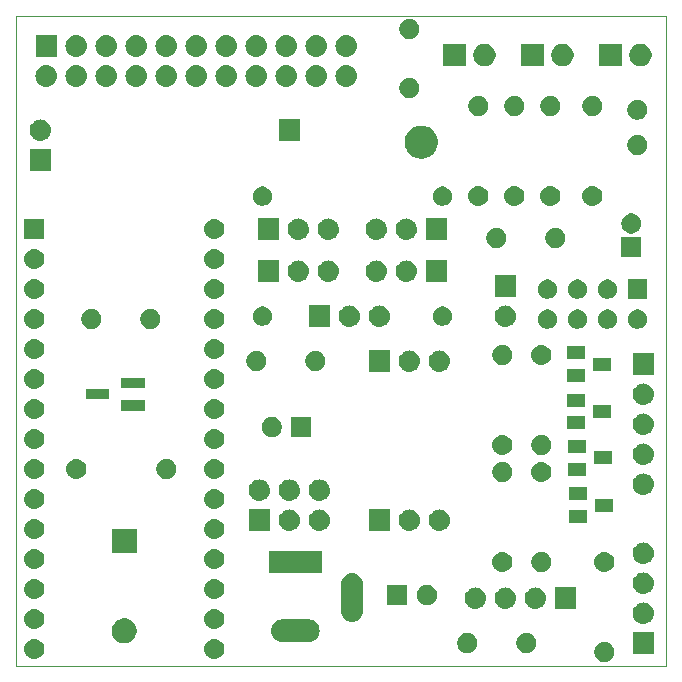
<source format=gbr>
%TF.GenerationSoftware,KiCad,Pcbnew,5.0.2-bee76a0~70~ubuntu18.04.1*%
%TF.CreationDate,2019-02-16T11:31:50+01:00*%
%TF.ProjectId,GP-Pcb-Nano,47502d50-6362-42d4-9e61-6e6f2e6b6963,2.0*%
%TF.SameCoordinates,Original*%
%TF.FileFunction,Soldermask,Bot*%
%TF.FilePolarity,Negative*%
%FSLAX46Y46*%
G04 Gerber Fmt 4.6, Leading zero omitted, Abs format (unit mm)*
G04 Created by KiCad (PCBNEW 5.0.2-bee76a0~70~ubuntu18.04.1) date sab 16 feb 2019 11:31:50 CET*
%MOMM*%
%LPD*%
G01*
G04 APERTURE LIST*
%ADD10C,0.010000*%
%ADD11C,0.150000*%
G04 APERTURE END LIST*
D10*
X86360000Y-62484000D02*
X86360000Y-117484000D01*
X141360000Y-117484000D02*
X86360000Y-117484000D01*
X141360000Y-62484000D02*
X141360000Y-117484000D01*
X86360000Y-62484000D02*
X141360000Y-62484000D01*
D11*
G36*
X136392228Y-115513703D02*
X136547100Y-115577853D01*
X136686481Y-115670985D01*
X136805015Y-115789519D01*
X136898147Y-115928900D01*
X136962297Y-116083772D01*
X136995000Y-116248184D01*
X136995000Y-116415816D01*
X136962297Y-116580228D01*
X136898147Y-116735100D01*
X136805015Y-116874481D01*
X136686481Y-116993015D01*
X136547100Y-117086147D01*
X136392228Y-117150297D01*
X136227816Y-117183000D01*
X136060184Y-117183000D01*
X135895772Y-117150297D01*
X135740900Y-117086147D01*
X135601519Y-116993015D01*
X135482985Y-116874481D01*
X135389853Y-116735100D01*
X135325703Y-116580228D01*
X135293000Y-116415816D01*
X135293000Y-116248184D01*
X135325703Y-116083772D01*
X135389853Y-115928900D01*
X135482985Y-115789519D01*
X135601519Y-115670985D01*
X135740900Y-115577853D01*
X135895772Y-115513703D01*
X136060184Y-115481000D01*
X136227816Y-115481000D01*
X136392228Y-115513703D01*
X136392228Y-115513703D01*
G37*
G36*
X103290821Y-115239313D02*
X103290824Y-115239314D01*
X103290825Y-115239314D01*
X103451239Y-115287975D01*
X103451241Y-115287976D01*
X103451244Y-115287977D01*
X103599078Y-115366995D01*
X103728659Y-115473341D01*
X103835005Y-115602922D01*
X103914023Y-115750756D01*
X103914024Y-115750759D01*
X103914025Y-115750761D01*
X103962686Y-115911175D01*
X103962687Y-115911179D01*
X103979117Y-116078000D01*
X103962687Y-116244821D01*
X103962686Y-116244824D01*
X103962686Y-116244825D01*
X103919165Y-116388296D01*
X103914023Y-116405244D01*
X103835005Y-116553078D01*
X103728659Y-116682659D01*
X103599078Y-116789005D01*
X103451244Y-116868023D01*
X103451241Y-116868024D01*
X103451239Y-116868025D01*
X103290825Y-116916686D01*
X103290824Y-116916686D01*
X103290821Y-116916687D01*
X103165804Y-116929000D01*
X103082196Y-116929000D01*
X102957179Y-116916687D01*
X102957176Y-116916686D01*
X102957175Y-116916686D01*
X102796761Y-116868025D01*
X102796759Y-116868024D01*
X102796756Y-116868023D01*
X102648922Y-116789005D01*
X102519341Y-116682659D01*
X102412995Y-116553078D01*
X102333977Y-116405244D01*
X102328836Y-116388296D01*
X102285314Y-116244825D01*
X102285314Y-116244824D01*
X102285313Y-116244821D01*
X102268883Y-116078000D01*
X102285313Y-115911179D01*
X102285314Y-115911175D01*
X102333975Y-115750761D01*
X102333976Y-115750759D01*
X102333977Y-115750756D01*
X102412995Y-115602922D01*
X102519341Y-115473341D01*
X102648922Y-115366995D01*
X102796756Y-115287977D01*
X102796759Y-115287976D01*
X102796761Y-115287975D01*
X102957175Y-115239314D01*
X102957176Y-115239314D01*
X102957179Y-115239313D01*
X103082196Y-115227000D01*
X103165804Y-115227000D01*
X103290821Y-115239313D01*
X103290821Y-115239313D01*
G37*
G36*
X88050821Y-115239313D02*
X88050824Y-115239314D01*
X88050825Y-115239314D01*
X88211239Y-115287975D01*
X88211241Y-115287976D01*
X88211244Y-115287977D01*
X88359078Y-115366995D01*
X88488659Y-115473341D01*
X88595005Y-115602922D01*
X88674023Y-115750756D01*
X88674024Y-115750759D01*
X88674025Y-115750761D01*
X88722686Y-115911175D01*
X88722687Y-115911179D01*
X88739117Y-116078000D01*
X88722687Y-116244821D01*
X88722686Y-116244824D01*
X88722686Y-116244825D01*
X88679165Y-116388296D01*
X88674023Y-116405244D01*
X88595005Y-116553078D01*
X88488659Y-116682659D01*
X88359078Y-116789005D01*
X88211244Y-116868023D01*
X88211241Y-116868024D01*
X88211239Y-116868025D01*
X88050825Y-116916686D01*
X88050824Y-116916686D01*
X88050821Y-116916687D01*
X87925804Y-116929000D01*
X87842196Y-116929000D01*
X87717179Y-116916687D01*
X87717176Y-116916686D01*
X87717175Y-116916686D01*
X87556761Y-116868025D01*
X87556759Y-116868024D01*
X87556756Y-116868023D01*
X87408922Y-116789005D01*
X87279341Y-116682659D01*
X87172995Y-116553078D01*
X87093977Y-116405244D01*
X87088836Y-116388296D01*
X87045314Y-116244825D01*
X87045314Y-116244824D01*
X87045313Y-116244821D01*
X87028883Y-116078000D01*
X87045313Y-115911179D01*
X87045314Y-115911175D01*
X87093975Y-115750761D01*
X87093976Y-115750759D01*
X87093977Y-115750756D01*
X87172995Y-115602922D01*
X87279341Y-115473341D01*
X87408922Y-115366995D01*
X87556756Y-115287977D01*
X87556759Y-115287976D01*
X87556761Y-115287975D01*
X87717175Y-115239314D01*
X87717176Y-115239314D01*
X87717179Y-115239313D01*
X87842196Y-115227000D01*
X87925804Y-115227000D01*
X88050821Y-115239313D01*
X88050821Y-115239313D01*
G37*
G36*
X140347000Y-116471000D02*
X138545000Y-116471000D01*
X138545000Y-114669000D01*
X140347000Y-114669000D01*
X140347000Y-116471000D01*
X140347000Y-116471000D01*
G37*
G36*
X129788228Y-114751703D02*
X129943100Y-114815853D01*
X130082481Y-114908985D01*
X130201015Y-115027519D01*
X130294147Y-115166900D01*
X130358297Y-115321772D01*
X130391000Y-115486184D01*
X130391000Y-115653816D01*
X130358297Y-115818228D01*
X130294147Y-115973100D01*
X130201015Y-116112481D01*
X130082481Y-116231015D01*
X129943100Y-116324147D01*
X129788228Y-116388297D01*
X129623816Y-116421000D01*
X129456184Y-116421000D01*
X129291772Y-116388297D01*
X129136900Y-116324147D01*
X128997519Y-116231015D01*
X128878985Y-116112481D01*
X128785853Y-115973100D01*
X128721703Y-115818228D01*
X128689000Y-115653816D01*
X128689000Y-115486184D01*
X128721703Y-115321772D01*
X128785853Y-115166900D01*
X128878985Y-115027519D01*
X128997519Y-114908985D01*
X129136900Y-114815853D01*
X129291772Y-114751703D01*
X129456184Y-114719000D01*
X129623816Y-114719000D01*
X129788228Y-114751703D01*
X129788228Y-114751703D01*
G37*
G36*
X124788228Y-114751703D02*
X124943100Y-114815853D01*
X125082481Y-114908985D01*
X125201015Y-115027519D01*
X125294147Y-115166900D01*
X125358297Y-115321772D01*
X125391000Y-115486184D01*
X125391000Y-115653816D01*
X125358297Y-115818228D01*
X125294147Y-115973100D01*
X125201015Y-116112481D01*
X125082481Y-116231015D01*
X124943100Y-116324147D01*
X124788228Y-116388297D01*
X124623816Y-116421000D01*
X124456184Y-116421000D01*
X124291772Y-116388297D01*
X124136900Y-116324147D01*
X123997519Y-116231015D01*
X123878985Y-116112481D01*
X123785853Y-115973100D01*
X123721703Y-115818228D01*
X123689000Y-115653816D01*
X123689000Y-115486184D01*
X123721703Y-115321772D01*
X123785853Y-115166900D01*
X123878985Y-115027519D01*
X123997519Y-114908985D01*
X124136900Y-114815853D01*
X124291772Y-114751703D01*
X124456184Y-114719000D01*
X124623816Y-114719000D01*
X124788228Y-114751703D01*
X124788228Y-114751703D01*
G37*
G36*
X95810565Y-113523389D02*
X96001834Y-113602615D01*
X96173976Y-113717637D01*
X96320363Y-113864024D01*
X96435385Y-114036166D01*
X96514611Y-114227435D01*
X96555000Y-114430484D01*
X96555000Y-114637516D01*
X96514611Y-114840565D01*
X96435385Y-115031834D01*
X96320363Y-115203976D01*
X96173976Y-115350363D01*
X96001834Y-115465385D01*
X95810565Y-115544611D01*
X95607516Y-115585000D01*
X95400484Y-115585000D01*
X95197435Y-115544611D01*
X95006166Y-115465385D01*
X94834024Y-115350363D01*
X94687637Y-115203976D01*
X94572615Y-115031834D01*
X94493389Y-114840565D01*
X94453000Y-114637516D01*
X94453000Y-114430484D01*
X94493389Y-114227435D01*
X94572615Y-114036166D01*
X94687637Y-113864024D01*
X94834024Y-113717637D01*
X95006166Y-113602615D01*
X95197435Y-113523389D01*
X95400484Y-113483000D01*
X95607516Y-113483000D01*
X95810565Y-113523389D01*
X95810565Y-113523389D01*
G37*
G36*
X111268425Y-113574760D02*
X111268428Y-113574761D01*
X111268429Y-113574761D01*
X111447693Y-113629140D01*
X111447695Y-113629141D01*
X111612905Y-113717448D01*
X111757712Y-113836288D01*
X111876552Y-113981095D01*
X111876553Y-113981097D01*
X111964860Y-114146307D01*
X111996013Y-114249005D01*
X112019240Y-114325575D01*
X112037601Y-114512000D01*
X112019240Y-114698425D01*
X112019239Y-114698428D01*
X112019239Y-114698429D01*
X111976123Y-114840565D01*
X111964859Y-114877695D01*
X111876552Y-115042905D01*
X111757712Y-115187712D01*
X111612905Y-115306552D01*
X111530941Y-115350363D01*
X111447693Y-115394860D01*
X111268429Y-115449239D01*
X111268428Y-115449239D01*
X111268425Y-115449240D01*
X111128718Y-115463000D01*
X108835282Y-115463000D01*
X108695575Y-115449240D01*
X108695572Y-115449239D01*
X108695571Y-115449239D01*
X108516307Y-115394860D01*
X108433059Y-115350363D01*
X108351095Y-115306552D01*
X108206288Y-115187712D01*
X108087448Y-115042905D01*
X107999141Y-114877695D01*
X107987878Y-114840565D01*
X107944761Y-114698429D01*
X107944761Y-114698428D01*
X107944760Y-114698425D01*
X107926399Y-114512000D01*
X107944760Y-114325575D01*
X107967987Y-114249005D01*
X107999140Y-114146307D01*
X108087447Y-113981097D01*
X108087448Y-113981095D01*
X108206288Y-113836288D01*
X108351095Y-113717448D01*
X108516305Y-113629141D01*
X108516307Y-113629140D01*
X108695571Y-113574761D01*
X108695572Y-113574761D01*
X108695575Y-113574760D01*
X108835282Y-113561000D01*
X111128718Y-113561000D01*
X111268425Y-113574760D01*
X111268425Y-113574760D01*
G37*
G36*
X103290821Y-112699313D02*
X103290824Y-112699314D01*
X103290825Y-112699314D01*
X103451239Y-112747975D01*
X103451241Y-112747976D01*
X103451244Y-112747977D01*
X103599078Y-112826995D01*
X103728659Y-112933341D01*
X103835005Y-113062922D01*
X103914023Y-113210756D01*
X103962687Y-113371179D01*
X103979117Y-113538000D01*
X103962687Y-113704821D01*
X103962686Y-113704824D01*
X103962686Y-113704825D01*
X103914393Y-113864027D01*
X103914023Y-113865244D01*
X103835005Y-114013078D01*
X103728659Y-114142659D01*
X103599078Y-114249005D01*
X103451244Y-114328023D01*
X103451241Y-114328024D01*
X103451239Y-114328025D01*
X103290825Y-114376686D01*
X103290824Y-114376686D01*
X103290821Y-114376687D01*
X103165804Y-114389000D01*
X103082196Y-114389000D01*
X102957179Y-114376687D01*
X102957176Y-114376686D01*
X102957175Y-114376686D01*
X102796761Y-114328025D01*
X102796759Y-114328024D01*
X102796756Y-114328023D01*
X102648922Y-114249005D01*
X102519341Y-114142659D01*
X102412995Y-114013078D01*
X102333977Y-113865244D01*
X102333608Y-113864027D01*
X102285314Y-113704825D01*
X102285314Y-113704824D01*
X102285313Y-113704821D01*
X102268883Y-113538000D01*
X102285313Y-113371179D01*
X102333977Y-113210756D01*
X102412995Y-113062922D01*
X102519341Y-112933341D01*
X102648922Y-112826995D01*
X102796756Y-112747977D01*
X102796759Y-112747976D01*
X102796761Y-112747975D01*
X102957175Y-112699314D01*
X102957176Y-112699314D01*
X102957179Y-112699313D01*
X103082196Y-112687000D01*
X103165804Y-112687000D01*
X103290821Y-112699313D01*
X103290821Y-112699313D01*
G37*
G36*
X88050821Y-112699313D02*
X88050824Y-112699314D01*
X88050825Y-112699314D01*
X88211239Y-112747975D01*
X88211241Y-112747976D01*
X88211244Y-112747977D01*
X88359078Y-112826995D01*
X88488659Y-112933341D01*
X88595005Y-113062922D01*
X88674023Y-113210756D01*
X88722687Y-113371179D01*
X88739117Y-113538000D01*
X88722687Y-113704821D01*
X88722686Y-113704824D01*
X88722686Y-113704825D01*
X88674393Y-113864027D01*
X88674023Y-113865244D01*
X88595005Y-114013078D01*
X88488659Y-114142659D01*
X88359078Y-114249005D01*
X88211244Y-114328023D01*
X88211241Y-114328024D01*
X88211239Y-114328025D01*
X88050825Y-114376686D01*
X88050824Y-114376686D01*
X88050821Y-114376687D01*
X87925804Y-114389000D01*
X87842196Y-114389000D01*
X87717179Y-114376687D01*
X87717176Y-114376686D01*
X87717175Y-114376686D01*
X87556761Y-114328025D01*
X87556759Y-114328024D01*
X87556756Y-114328023D01*
X87408922Y-114249005D01*
X87279341Y-114142659D01*
X87172995Y-114013078D01*
X87093977Y-113865244D01*
X87093608Y-113864027D01*
X87045314Y-113704825D01*
X87045314Y-113704824D01*
X87045313Y-113704821D01*
X87028883Y-113538000D01*
X87045313Y-113371179D01*
X87093977Y-113210756D01*
X87172995Y-113062922D01*
X87279341Y-112933341D01*
X87408922Y-112826995D01*
X87556756Y-112747977D01*
X87556759Y-112747976D01*
X87556761Y-112747975D01*
X87717175Y-112699314D01*
X87717176Y-112699314D01*
X87717179Y-112699313D01*
X87842196Y-112687000D01*
X87925804Y-112687000D01*
X88050821Y-112699313D01*
X88050821Y-112699313D01*
G37*
G36*
X139556443Y-112135519D02*
X139622627Y-112142037D01*
X139735853Y-112176384D01*
X139792467Y-112193557D01*
X139917044Y-112260146D01*
X139948991Y-112277222D01*
X139984729Y-112306552D01*
X140086186Y-112389814D01*
X140169448Y-112491271D01*
X140198778Y-112527009D01*
X140198779Y-112527011D01*
X140282443Y-112683533D01*
X140287230Y-112699314D01*
X140333963Y-112853373D01*
X140351359Y-113030000D01*
X140333963Y-113206627D01*
X140299616Y-113319853D01*
X140282443Y-113376467D01*
X140225499Y-113483000D01*
X140198778Y-113532991D01*
X140194667Y-113538000D01*
X140086186Y-113670186D01*
X139989858Y-113749239D01*
X139948991Y-113782778D01*
X139948989Y-113782779D01*
X139792467Y-113866443D01*
X139735853Y-113883616D01*
X139622627Y-113917963D01*
X139556443Y-113924481D01*
X139490260Y-113931000D01*
X139401740Y-113931000D01*
X139335557Y-113924481D01*
X139269373Y-113917963D01*
X139156147Y-113883616D01*
X139099533Y-113866443D01*
X138943011Y-113782779D01*
X138943009Y-113782778D01*
X138902142Y-113749239D01*
X138805814Y-113670186D01*
X138697333Y-113538000D01*
X138693222Y-113532991D01*
X138666501Y-113483000D01*
X138609557Y-113376467D01*
X138592384Y-113319853D01*
X138558037Y-113206627D01*
X138540641Y-113030000D01*
X138558037Y-112853373D01*
X138604770Y-112699314D01*
X138609557Y-112683533D01*
X138693221Y-112527011D01*
X138693222Y-112527009D01*
X138722552Y-112491271D01*
X138805814Y-112389814D01*
X138907271Y-112306552D01*
X138943009Y-112277222D01*
X138974956Y-112260146D01*
X139099533Y-112193557D01*
X139156147Y-112176384D01*
X139269373Y-112142037D01*
X139335557Y-112135519D01*
X139401740Y-112129000D01*
X139490260Y-112129000D01*
X139556443Y-112135519D01*
X139556443Y-112135519D01*
G37*
G36*
X114968424Y-109674760D02*
X114968427Y-109674761D01*
X114968428Y-109674761D01*
X115147692Y-109729140D01*
X115147694Y-109729141D01*
X115147697Y-109729142D01*
X115312904Y-109817446D01*
X115457712Y-109936288D01*
X115576552Y-110081095D01*
X115576553Y-110081097D01*
X115664860Y-110246307D01*
X115709462Y-110393341D01*
X115719240Y-110425575D01*
X115733000Y-110565282D01*
X115733000Y-112858718D01*
X115719240Y-112998425D01*
X115664859Y-113177695D01*
X115576552Y-113342905D01*
X115457712Y-113487712D01*
X115312905Y-113606552D01*
X115193855Y-113670186D01*
X115147693Y-113694860D01*
X114968429Y-113749239D01*
X114968428Y-113749239D01*
X114968425Y-113749240D01*
X114782000Y-113767601D01*
X114595576Y-113749240D01*
X114595573Y-113749239D01*
X114595572Y-113749239D01*
X114416308Y-113694860D01*
X114370146Y-113670186D01*
X114251096Y-113606552D01*
X114106289Y-113487712D01*
X113987449Y-113342905D01*
X113899142Y-113177695D01*
X113844761Y-112998425D01*
X113831001Y-112858718D01*
X113831000Y-110565283D01*
X113844760Y-110425576D01*
X113844761Y-110425572D01*
X113899140Y-110246308D01*
X113899141Y-110246306D01*
X113899142Y-110246303D01*
X113987446Y-110081096D01*
X114106288Y-109936288D01*
X114251095Y-109817448D01*
X114416305Y-109729141D01*
X114416307Y-109729140D01*
X114595571Y-109674761D01*
X114595572Y-109674761D01*
X114595575Y-109674760D01*
X114782000Y-109656399D01*
X114968424Y-109674760D01*
X114968424Y-109674760D01*
G37*
G36*
X130412442Y-110865518D02*
X130478627Y-110872037D01*
X130591853Y-110906384D01*
X130648467Y-110923557D01*
X130778363Y-110992989D01*
X130804991Y-111007222D01*
X130840729Y-111036552D01*
X130942186Y-111119814D01*
X131025448Y-111221271D01*
X131054778Y-111257009D01*
X131054779Y-111257011D01*
X131138443Y-111413533D01*
X131138443Y-111413534D01*
X131189963Y-111583373D01*
X131207359Y-111760000D01*
X131189963Y-111936627D01*
X131156033Y-112048481D01*
X131138443Y-112106467D01*
X131119430Y-112142037D01*
X131054778Y-112262991D01*
X131025448Y-112298729D01*
X130942186Y-112400186D01*
X130840729Y-112483448D01*
X130804991Y-112512778D01*
X130804989Y-112512779D01*
X130648467Y-112596443D01*
X130591853Y-112613616D01*
X130478627Y-112647963D01*
X130412442Y-112654482D01*
X130346260Y-112661000D01*
X130257740Y-112661000D01*
X130191558Y-112654482D01*
X130125373Y-112647963D01*
X130012147Y-112613616D01*
X129955533Y-112596443D01*
X129799011Y-112512779D01*
X129799009Y-112512778D01*
X129763271Y-112483448D01*
X129661814Y-112400186D01*
X129578552Y-112298729D01*
X129549222Y-112262991D01*
X129484570Y-112142037D01*
X129465557Y-112106467D01*
X129447967Y-112048481D01*
X129414037Y-111936627D01*
X129396641Y-111760000D01*
X129414037Y-111583373D01*
X129465557Y-111413534D01*
X129465557Y-111413533D01*
X129549221Y-111257011D01*
X129549222Y-111257009D01*
X129578552Y-111221271D01*
X129661814Y-111119814D01*
X129763271Y-111036552D01*
X129799009Y-111007222D01*
X129825637Y-110992989D01*
X129955533Y-110923557D01*
X130012147Y-110906384D01*
X130125373Y-110872037D01*
X130191558Y-110865518D01*
X130257740Y-110859000D01*
X130346260Y-110859000D01*
X130412442Y-110865518D01*
X130412442Y-110865518D01*
G37*
G36*
X133743000Y-112661000D02*
X131941000Y-112661000D01*
X131941000Y-110859000D01*
X133743000Y-110859000D01*
X133743000Y-112661000D01*
X133743000Y-112661000D01*
G37*
G36*
X125332442Y-110865518D02*
X125398627Y-110872037D01*
X125511853Y-110906384D01*
X125568467Y-110923557D01*
X125698363Y-110992989D01*
X125724991Y-111007222D01*
X125760729Y-111036552D01*
X125862186Y-111119814D01*
X125945448Y-111221271D01*
X125974778Y-111257009D01*
X125974779Y-111257011D01*
X126058443Y-111413533D01*
X126058443Y-111413534D01*
X126109963Y-111583373D01*
X126127359Y-111760000D01*
X126109963Y-111936627D01*
X126076033Y-112048481D01*
X126058443Y-112106467D01*
X126039430Y-112142037D01*
X125974778Y-112262991D01*
X125945448Y-112298729D01*
X125862186Y-112400186D01*
X125760729Y-112483448D01*
X125724991Y-112512778D01*
X125724989Y-112512779D01*
X125568467Y-112596443D01*
X125511853Y-112613616D01*
X125398627Y-112647963D01*
X125332442Y-112654482D01*
X125266260Y-112661000D01*
X125177740Y-112661000D01*
X125111558Y-112654482D01*
X125045373Y-112647963D01*
X124932147Y-112613616D01*
X124875533Y-112596443D01*
X124719011Y-112512779D01*
X124719009Y-112512778D01*
X124683271Y-112483448D01*
X124581814Y-112400186D01*
X124498552Y-112298729D01*
X124469222Y-112262991D01*
X124404570Y-112142037D01*
X124385557Y-112106467D01*
X124367967Y-112048481D01*
X124334037Y-111936627D01*
X124316641Y-111760000D01*
X124334037Y-111583373D01*
X124385557Y-111413534D01*
X124385557Y-111413533D01*
X124469221Y-111257011D01*
X124469222Y-111257009D01*
X124498552Y-111221271D01*
X124581814Y-111119814D01*
X124683271Y-111036552D01*
X124719009Y-111007222D01*
X124745637Y-110992989D01*
X124875533Y-110923557D01*
X124932147Y-110906384D01*
X125045373Y-110872037D01*
X125111558Y-110865518D01*
X125177740Y-110859000D01*
X125266260Y-110859000D01*
X125332442Y-110865518D01*
X125332442Y-110865518D01*
G37*
G36*
X127872442Y-110865518D02*
X127938627Y-110872037D01*
X128051853Y-110906384D01*
X128108467Y-110923557D01*
X128238363Y-110992989D01*
X128264991Y-111007222D01*
X128300729Y-111036552D01*
X128402186Y-111119814D01*
X128485448Y-111221271D01*
X128514778Y-111257009D01*
X128514779Y-111257011D01*
X128598443Y-111413533D01*
X128598443Y-111413534D01*
X128649963Y-111583373D01*
X128667359Y-111760000D01*
X128649963Y-111936627D01*
X128616033Y-112048481D01*
X128598443Y-112106467D01*
X128579430Y-112142037D01*
X128514778Y-112262991D01*
X128485448Y-112298729D01*
X128402186Y-112400186D01*
X128300729Y-112483448D01*
X128264991Y-112512778D01*
X128264989Y-112512779D01*
X128108467Y-112596443D01*
X128051853Y-112613616D01*
X127938627Y-112647963D01*
X127872442Y-112654482D01*
X127806260Y-112661000D01*
X127717740Y-112661000D01*
X127651558Y-112654482D01*
X127585373Y-112647963D01*
X127472147Y-112613616D01*
X127415533Y-112596443D01*
X127259011Y-112512779D01*
X127259009Y-112512778D01*
X127223271Y-112483448D01*
X127121814Y-112400186D01*
X127038552Y-112298729D01*
X127009222Y-112262991D01*
X126944570Y-112142037D01*
X126925557Y-112106467D01*
X126907967Y-112048481D01*
X126874037Y-111936627D01*
X126856641Y-111760000D01*
X126874037Y-111583373D01*
X126925557Y-111413534D01*
X126925557Y-111413533D01*
X127009221Y-111257011D01*
X127009222Y-111257009D01*
X127038552Y-111221271D01*
X127121814Y-111119814D01*
X127223271Y-111036552D01*
X127259009Y-111007222D01*
X127285637Y-110992989D01*
X127415533Y-110923557D01*
X127472147Y-110906384D01*
X127585373Y-110872037D01*
X127651558Y-110865518D01*
X127717740Y-110859000D01*
X127806260Y-110859000D01*
X127872442Y-110865518D01*
X127872442Y-110865518D01*
G37*
G36*
X121366228Y-110687703D02*
X121521100Y-110751853D01*
X121660481Y-110844985D01*
X121779015Y-110963519D01*
X121872147Y-111102900D01*
X121936297Y-111257772D01*
X121969000Y-111422184D01*
X121969000Y-111589816D01*
X121936297Y-111754228D01*
X121872147Y-111909100D01*
X121779015Y-112048481D01*
X121660481Y-112167015D01*
X121521100Y-112260147D01*
X121366228Y-112324297D01*
X121201816Y-112357000D01*
X121034184Y-112357000D01*
X120869772Y-112324297D01*
X120714900Y-112260147D01*
X120575519Y-112167015D01*
X120456985Y-112048481D01*
X120363853Y-111909100D01*
X120299703Y-111754228D01*
X120267000Y-111589816D01*
X120267000Y-111422184D01*
X120299703Y-111257772D01*
X120363853Y-111102900D01*
X120456985Y-110963519D01*
X120575519Y-110844985D01*
X120714900Y-110751853D01*
X120869772Y-110687703D01*
X121034184Y-110655000D01*
X121201816Y-110655000D01*
X121366228Y-110687703D01*
X121366228Y-110687703D01*
G37*
G36*
X119469000Y-112357000D02*
X117767000Y-112357000D01*
X117767000Y-110655000D01*
X119469000Y-110655000D01*
X119469000Y-112357000D01*
X119469000Y-112357000D01*
G37*
G36*
X103290821Y-110159313D02*
X103290824Y-110159314D01*
X103290825Y-110159314D01*
X103451239Y-110207975D01*
X103451241Y-110207976D01*
X103451244Y-110207977D01*
X103599078Y-110286995D01*
X103728659Y-110393341D01*
X103835005Y-110522922D01*
X103914023Y-110670756D01*
X103914024Y-110670759D01*
X103914025Y-110670761D01*
X103938624Y-110751853D01*
X103962687Y-110831179D01*
X103979117Y-110998000D01*
X103962687Y-111164821D01*
X103962686Y-111164824D01*
X103962686Y-111164825D01*
X103934491Y-111257772D01*
X103914023Y-111325244D01*
X103835005Y-111473078D01*
X103728659Y-111602659D01*
X103599078Y-111709005D01*
X103451244Y-111788023D01*
X103451241Y-111788024D01*
X103451239Y-111788025D01*
X103290825Y-111836686D01*
X103290824Y-111836686D01*
X103290821Y-111836687D01*
X103165804Y-111849000D01*
X103082196Y-111849000D01*
X102957179Y-111836687D01*
X102957176Y-111836686D01*
X102957175Y-111836686D01*
X102796761Y-111788025D01*
X102796759Y-111788024D01*
X102796756Y-111788023D01*
X102648922Y-111709005D01*
X102519341Y-111602659D01*
X102412995Y-111473078D01*
X102333977Y-111325244D01*
X102313510Y-111257772D01*
X102285314Y-111164825D01*
X102285314Y-111164824D01*
X102285313Y-111164821D01*
X102268883Y-110998000D01*
X102285313Y-110831179D01*
X102309376Y-110751853D01*
X102333975Y-110670761D01*
X102333976Y-110670759D01*
X102333977Y-110670756D01*
X102412995Y-110522922D01*
X102519341Y-110393341D01*
X102648922Y-110286995D01*
X102796756Y-110207977D01*
X102796759Y-110207976D01*
X102796761Y-110207975D01*
X102957175Y-110159314D01*
X102957176Y-110159314D01*
X102957179Y-110159313D01*
X103082196Y-110147000D01*
X103165804Y-110147000D01*
X103290821Y-110159313D01*
X103290821Y-110159313D01*
G37*
G36*
X88050821Y-110159313D02*
X88050824Y-110159314D01*
X88050825Y-110159314D01*
X88211239Y-110207975D01*
X88211241Y-110207976D01*
X88211244Y-110207977D01*
X88359078Y-110286995D01*
X88488659Y-110393341D01*
X88595005Y-110522922D01*
X88674023Y-110670756D01*
X88674024Y-110670759D01*
X88674025Y-110670761D01*
X88698624Y-110751853D01*
X88722687Y-110831179D01*
X88739117Y-110998000D01*
X88722687Y-111164821D01*
X88722686Y-111164824D01*
X88722686Y-111164825D01*
X88694491Y-111257772D01*
X88674023Y-111325244D01*
X88595005Y-111473078D01*
X88488659Y-111602659D01*
X88359078Y-111709005D01*
X88211244Y-111788023D01*
X88211241Y-111788024D01*
X88211239Y-111788025D01*
X88050825Y-111836686D01*
X88050824Y-111836686D01*
X88050821Y-111836687D01*
X87925804Y-111849000D01*
X87842196Y-111849000D01*
X87717179Y-111836687D01*
X87717176Y-111836686D01*
X87717175Y-111836686D01*
X87556761Y-111788025D01*
X87556759Y-111788024D01*
X87556756Y-111788023D01*
X87408922Y-111709005D01*
X87279341Y-111602659D01*
X87172995Y-111473078D01*
X87093977Y-111325244D01*
X87073510Y-111257772D01*
X87045314Y-111164825D01*
X87045314Y-111164824D01*
X87045313Y-111164821D01*
X87028883Y-110998000D01*
X87045313Y-110831179D01*
X87069376Y-110751853D01*
X87093975Y-110670761D01*
X87093976Y-110670759D01*
X87093977Y-110670756D01*
X87172995Y-110522922D01*
X87279341Y-110393341D01*
X87408922Y-110286995D01*
X87556756Y-110207977D01*
X87556759Y-110207976D01*
X87556761Y-110207975D01*
X87717175Y-110159314D01*
X87717176Y-110159314D01*
X87717179Y-110159313D01*
X87842196Y-110147000D01*
X87925804Y-110147000D01*
X88050821Y-110159313D01*
X88050821Y-110159313D01*
G37*
G36*
X139556442Y-109595518D02*
X139622627Y-109602037D01*
X139735853Y-109636384D01*
X139792467Y-109653557D01*
X139832134Y-109674760D01*
X139948991Y-109737222D01*
X139984729Y-109766552D01*
X140086186Y-109849814D01*
X140157152Y-109936288D01*
X140198778Y-109987009D01*
X140198779Y-109987011D01*
X140282443Y-110143533D01*
X140287230Y-110159314D01*
X140333963Y-110313373D01*
X140351359Y-110490000D01*
X140333963Y-110666627D01*
X140327569Y-110687704D01*
X140282443Y-110836467D01*
X140263430Y-110872037D01*
X140198778Y-110992991D01*
X140169448Y-111028729D01*
X140086186Y-111130186D01*
X139984729Y-111213448D01*
X139948991Y-111242778D01*
X139948989Y-111242779D01*
X139792467Y-111326443D01*
X139735853Y-111343616D01*
X139622627Y-111377963D01*
X139556443Y-111384481D01*
X139490260Y-111391000D01*
X139401740Y-111391000D01*
X139335557Y-111384481D01*
X139269373Y-111377963D01*
X139156147Y-111343616D01*
X139099533Y-111326443D01*
X138943011Y-111242779D01*
X138943009Y-111242778D01*
X138907271Y-111213448D01*
X138805814Y-111130186D01*
X138722552Y-111028729D01*
X138693222Y-110992991D01*
X138628570Y-110872037D01*
X138609557Y-110836467D01*
X138564431Y-110687704D01*
X138558037Y-110666627D01*
X138540641Y-110490000D01*
X138558037Y-110313373D01*
X138604770Y-110159314D01*
X138609557Y-110143533D01*
X138693221Y-109987011D01*
X138693222Y-109987009D01*
X138734848Y-109936288D01*
X138805814Y-109849814D01*
X138907271Y-109766552D01*
X138943009Y-109737222D01*
X139059866Y-109674760D01*
X139099533Y-109653557D01*
X139156147Y-109636384D01*
X139269373Y-109602037D01*
X139335558Y-109595518D01*
X139401740Y-109589000D01*
X139490260Y-109589000D01*
X139556442Y-109595518D01*
X139556442Y-109595518D01*
G37*
G36*
X112233000Y-109663000D02*
X107731000Y-109663000D01*
X107731000Y-107761000D01*
X112233000Y-107761000D01*
X112233000Y-109663000D01*
X112233000Y-109663000D01*
G37*
G36*
X131058228Y-107893703D02*
X131213100Y-107957853D01*
X131352481Y-108050985D01*
X131471015Y-108169519D01*
X131564147Y-108308900D01*
X131628297Y-108463772D01*
X131661000Y-108628184D01*
X131661000Y-108795816D01*
X131628297Y-108960228D01*
X131564147Y-109115100D01*
X131471015Y-109254481D01*
X131352481Y-109373015D01*
X131213100Y-109466147D01*
X131058228Y-109530297D01*
X130893816Y-109563000D01*
X130726184Y-109563000D01*
X130561772Y-109530297D01*
X130406900Y-109466147D01*
X130267519Y-109373015D01*
X130148985Y-109254481D01*
X130055853Y-109115100D01*
X129991703Y-108960228D01*
X129959000Y-108795816D01*
X129959000Y-108628184D01*
X129991703Y-108463772D01*
X130055853Y-108308900D01*
X130148985Y-108169519D01*
X130267519Y-108050985D01*
X130406900Y-107957853D01*
X130561772Y-107893703D01*
X130726184Y-107861000D01*
X130893816Y-107861000D01*
X131058228Y-107893703D01*
X131058228Y-107893703D01*
G37*
G36*
X127674821Y-107873313D02*
X127674824Y-107873314D01*
X127674825Y-107873314D01*
X127835239Y-107921975D01*
X127835241Y-107921976D01*
X127835244Y-107921977D01*
X127983078Y-108000995D01*
X128112659Y-108107341D01*
X128219005Y-108236922D01*
X128298023Y-108384756D01*
X128298024Y-108384759D01*
X128298025Y-108384761D01*
X128346686Y-108545175D01*
X128346687Y-108545179D01*
X128363117Y-108712000D01*
X128346687Y-108878821D01*
X128346686Y-108878824D01*
X128346686Y-108878825D01*
X128321993Y-108960228D01*
X128298023Y-109039244D01*
X128219005Y-109187078D01*
X128112659Y-109316659D01*
X127983078Y-109423005D01*
X127835244Y-109502023D01*
X127835241Y-109502024D01*
X127835239Y-109502025D01*
X127674825Y-109550686D01*
X127674824Y-109550686D01*
X127674821Y-109550687D01*
X127549804Y-109563000D01*
X127466196Y-109563000D01*
X127341179Y-109550687D01*
X127341176Y-109550686D01*
X127341175Y-109550686D01*
X127180761Y-109502025D01*
X127180759Y-109502024D01*
X127180756Y-109502023D01*
X127032922Y-109423005D01*
X126903341Y-109316659D01*
X126796995Y-109187078D01*
X126717977Y-109039244D01*
X126694008Y-108960228D01*
X126669314Y-108878825D01*
X126669314Y-108878824D01*
X126669313Y-108878821D01*
X126652883Y-108712000D01*
X126669313Y-108545179D01*
X126669314Y-108545175D01*
X126717975Y-108384761D01*
X126717976Y-108384759D01*
X126717977Y-108384756D01*
X126796995Y-108236922D01*
X126903341Y-108107341D01*
X127032922Y-108000995D01*
X127180756Y-107921977D01*
X127180759Y-107921976D01*
X127180761Y-107921975D01*
X127341175Y-107873314D01*
X127341176Y-107873314D01*
X127341179Y-107873313D01*
X127466196Y-107861000D01*
X127549804Y-107861000D01*
X127674821Y-107873313D01*
X127674821Y-107873313D01*
G37*
G36*
X136310821Y-107873313D02*
X136310824Y-107873314D01*
X136310825Y-107873314D01*
X136471239Y-107921975D01*
X136471241Y-107921976D01*
X136471244Y-107921977D01*
X136619078Y-108000995D01*
X136748659Y-108107341D01*
X136855005Y-108236922D01*
X136934023Y-108384756D01*
X136934024Y-108384759D01*
X136934025Y-108384761D01*
X136982686Y-108545175D01*
X136982687Y-108545179D01*
X136999117Y-108712000D01*
X136982687Y-108878821D01*
X136982686Y-108878824D01*
X136982686Y-108878825D01*
X136957993Y-108960228D01*
X136934023Y-109039244D01*
X136855005Y-109187078D01*
X136748659Y-109316659D01*
X136619078Y-109423005D01*
X136471244Y-109502023D01*
X136471241Y-109502024D01*
X136471239Y-109502025D01*
X136310825Y-109550686D01*
X136310824Y-109550686D01*
X136310821Y-109550687D01*
X136185804Y-109563000D01*
X136102196Y-109563000D01*
X135977179Y-109550687D01*
X135977176Y-109550686D01*
X135977175Y-109550686D01*
X135816761Y-109502025D01*
X135816759Y-109502024D01*
X135816756Y-109502023D01*
X135668922Y-109423005D01*
X135539341Y-109316659D01*
X135432995Y-109187078D01*
X135353977Y-109039244D01*
X135330008Y-108960228D01*
X135305314Y-108878825D01*
X135305314Y-108878824D01*
X135305313Y-108878821D01*
X135288883Y-108712000D01*
X135305313Y-108545179D01*
X135305314Y-108545175D01*
X135353975Y-108384761D01*
X135353976Y-108384759D01*
X135353977Y-108384756D01*
X135432995Y-108236922D01*
X135539341Y-108107341D01*
X135668922Y-108000995D01*
X135816756Y-107921977D01*
X135816759Y-107921976D01*
X135816761Y-107921975D01*
X135977175Y-107873314D01*
X135977176Y-107873314D01*
X135977179Y-107873313D01*
X136102196Y-107861000D01*
X136185804Y-107861000D01*
X136310821Y-107873313D01*
X136310821Y-107873313D01*
G37*
G36*
X88050821Y-107619313D02*
X88050824Y-107619314D01*
X88050825Y-107619314D01*
X88211239Y-107667975D01*
X88211241Y-107667976D01*
X88211244Y-107667977D01*
X88359078Y-107746995D01*
X88488659Y-107853341D01*
X88595005Y-107982922D01*
X88674023Y-108130756D01*
X88674024Y-108130759D01*
X88674025Y-108130761D01*
X88722686Y-108291175D01*
X88722687Y-108291179D01*
X88739117Y-108458000D01*
X88722687Y-108624821D01*
X88722686Y-108624824D01*
X88722686Y-108624825D01*
X88696242Y-108712000D01*
X88674023Y-108785244D01*
X88595005Y-108933078D01*
X88488659Y-109062659D01*
X88359078Y-109169005D01*
X88211244Y-109248023D01*
X88211241Y-109248024D01*
X88211239Y-109248025D01*
X88050825Y-109296686D01*
X88050824Y-109296686D01*
X88050821Y-109296687D01*
X87925804Y-109309000D01*
X87842196Y-109309000D01*
X87717179Y-109296687D01*
X87717176Y-109296686D01*
X87717175Y-109296686D01*
X87556761Y-109248025D01*
X87556759Y-109248024D01*
X87556756Y-109248023D01*
X87408922Y-109169005D01*
X87279341Y-109062659D01*
X87172995Y-108933078D01*
X87093977Y-108785244D01*
X87071759Y-108712000D01*
X87045314Y-108624825D01*
X87045314Y-108624824D01*
X87045313Y-108624821D01*
X87028883Y-108458000D01*
X87045313Y-108291179D01*
X87045314Y-108291175D01*
X87093975Y-108130761D01*
X87093976Y-108130759D01*
X87093977Y-108130756D01*
X87172995Y-107982922D01*
X87279341Y-107853341D01*
X87408922Y-107746995D01*
X87556756Y-107667977D01*
X87556759Y-107667976D01*
X87556761Y-107667975D01*
X87717175Y-107619314D01*
X87717176Y-107619314D01*
X87717179Y-107619313D01*
X87842196Y-107607000D01*
X87925804Y-107607000D01*
X88050821Y-107619313D01*
X88050821Y-107619313D01*
G37*
G36*
X103290821Y-107619313D02*
X103290824Y-107619314D01*
X103290825Y-107619314D01*
X103451239Y-107667975D01*
X103451241Y-107667976D01*
X103451244Y-107667977D01*
X103599078Y-107746995D01*
X103728659Y-107853341D01*
X103835005Y-107982922D01*
X103914023Y-108130756D01*
X103914024Y-108130759D01*
X103914025Y-108130761D01*
X103962686Y-108291175D01*
X103962687Y-108291179D01*
X103979117Y-108458000D01*
X103962687Y-108624821D01*
X103962686Y-108624824D01*
X103962686Y-108624825D01*
X103936242Y-108712000D01*
X103914023Y-108785244D01*
X103835005Y-108933078D01*
X103728659Y-109062659D01*
X103599078Y-109169005D01*
X103451244Y-109248023D01*
X103451241Y-109248024D01*
X103451239Y-109248025D01*
X103290825Y-109296686D01*
X103290824Y-109296686D01*
X103290821Y-109296687D01*
X103165804Y-109309000D01*
X103082196Y-109309000D01*
X102957179Y-109296687D01*
X102957176Y-109296686D01*
X102957175Y-109296686D01*
X102796761Y-109248025D01*
X102796759Y-109248024D01*
X102796756Y-109248023D01*
X102648922Y-109169005D01*
X102519341Y-109062659D01*
X102412995Y-108933078D01*
X102333977Y-108785244D01*
X102311759Y-108712000D01*
X102285314Y-108624825D01*
X102285314Y-108624824D01*
X102285313Y-108624821D01*
X102268883Y-108458000D01*
X102285313Y-108291179D01*
X102285314Y-108291175D01*
X102333975Y-108130761D01*
X102333976Y-108130759D01*
X102333977Y-108130756D01*
X102412995Y-107982922D01*
X102519341Y-107853341D01*
X102648922Y-107746995D01*
X102796756Y-107667977D01*
X102796759Y-107667976D01*
X102796761Y-107667975D01*
X102957175Y-107619314D01*
X102957176Y-107619314D01*
X102957179Y-107619313D01*
X103082196Y-107607000D01*
X103165804Y-107607000D01*
X103290821Y-107619313D01*
X103290821Y-107619313D01*
G37*
G36*
X139556442Y-107055518D02*
X139622627Y-107062037D01*
X139735853Y-107096384D01*
X139792467Y-107113557D01*
X139931087Y-107187652D01*
X139948991Y-107197222D01*
X139984729Y-107226552D01*
X140086186Y-107309814D01*
X140169448Y-107411271D01*
X140198778Y-107447009D01*
X140198779Y-107447011D01*
X140282443Y-107603533D01*
X140287230Y-107619314D01*
X140333963Y-107773373D01*
X140351359Y-107950000D01*
X140333963Y-108126627D01*
X140320952Y-108169519D01*
X140282443Y-108296467D01*
X140275797Y-108308900D01*
X140198778Y-108452991D01*
X140194667Y-108458000D01*
X140086186Y-108590186D01*
X139984729Y-108673448D01*
X139948991Y-108702778D01*
X139948989Y-108702779D01*
X139792467Y-108786443D01*
X139735853Y-108803616D01*
X139622627Y-108837963D01*
X139556442Y-108844482D01*
X139490260Y-108851000D01*
X139401740Y-108851000D01*
X139335558Y-108844482D01*
X139269373Y-108837963D01*
X139156147Y-108803616D01*
X139099533Y-108786443D01*
X138943011Y-108702779D01*
X138943009Y-108702778D01*
X138907271Y-108673448D01*
X138805814Y-108590186D01*
X138697333Y-108458000D01*
X138693222Y-108452991D01*
X138616203Y-108308900D01*
X138609557Y-108296467D01*
X138571048Y-108169519D01*
X138558037Y-108126627D01*
X138540641Y-107950000D01*
X138558037Y-107773373D01*
X138604770Y-107619314D01*
X138609557Y-107603533D01*
X138693221Y-107447011D01*
X138693222Y-107447009D01*
X138722552Y-107411271D01*
X138805814Y-107309814D01*
X138907271Y-107226552D01*
X138943009Y-107197222D01*
X138960913Y-107187652D01*
X139099533Y-107113557D01*
X139156147Y-107096384D01*
X139269373Y-107062037D01*
X139335558Y-107055518D01*
X139401740Y-107049000D01*
X139490260Y-107049000D01*
X139556442Y-107055518D01*
X139556442Y-107055518D01*
G37*
G36*
X96555000Y-107985000D02*
X94453000Y-107985000D01*
X94453000Y-105883000D01*
X96555000Y-105883000D01*
X96555000Y-107985000D01*
X96555000Y-107985000D01*
G37*
G36*
X88050821Y-105079313D02*
X88050824Y-105079314D01*
X88050825Y-105079314D01*
X88211239Y-105127975D01*
X88211241Y-105127976D01*
X88211244Y-105127977D01*
X88359078Y-105206995D01*
X88488659Y-105313341D01*
X88595005Y-105442922D01*
X88674023Y-105590756D01*
X88674024Y-105590759D01*
X88674025Y-105590761D01*
X88694722Y-105658991D01*
X88722687Y-105751179D01*
X88739117Y-105918000D01*
X88722687Y-106084821D01*
X88674023Y-106245244D01*
X88595005Y-106393078D01*
X88488659Y-106522659D01*
X88359078Y-106629005D01*
X88211244Y-106708023D01*
X88211241Y-106708024D01*
X88211239Y-106708025D01*
X88050825Y-106756686D01*
X88050824Y-106756686D01*
X88050821Y-106756687D01*
X87925804Y-106769000D01*
X87842196Y-106769000D01*
X87717179Y-106756687D01*
X87717176Y-106756686D01*
X87717175Y-106756686D01*
X87556761Y-106708025D01*
X87556759Y-106708024D01*
X87556756Y-106708023D01*
X87408922Y-106629005D01*
X87279341Y-106522659D01*
X87172995Y-106393078D01*
X87093977Y-106245244D01*
X87045313Y-106084821D01*
X87028883Y-105918000D01*
X87045313Y-105751179D01*
X87073278Y-105658991D01*
X87093975Y-105590761D01*
X87093976Y-105590759D01*
X87093977Y-105590756D01*
X87172995Y-105442922D01*
X87279341Y-105313341D01*
X87408922Y-105206995D01*
X87556756Y-105127977D01*
X87556759Y-105127976D01*
X87556761Y-105127975D01*
X87717175Y-105079314D01*
X87717176Y-105079314D01*
X87717179Y-105079313D01*
X87842196Y-105067000D01*
X87925804Y-105067000D01*
X88050821Y-105079313D01*
X88050821Y-105079313D01*
G37*
G36*
X103290821Y-105079313D02*
X103290824Y-105079314D01*
X103290825Y-105079314D01*
X103451239Y-105127975D01*
X103451241Y-105127976D01*
X103451244Y-105127977D01*
X103599078Y-105206995D01*
X103728659Y-105313341D01*
X103835005Y-105442922D01*
X103914023Y-105590756D01*
X103914024Y-105590759D01*
X103914025Y-105590761D01*
X103934722Y-105658991D01*
X103962687Y-105751179D01*
X103979117Y-105918000D01*
X103962687Y-106084821D01*
X103914023Y-106245244D01*
X103835005Y-106393078D01*
X103728659Y-106522659D01*
X103599078Y-106629005D01*
X103451244Y-106708023D01*
X103451241Y-106708024D01*
X103451239Y-106708025D01*
X103290825Y-106756686D01*
X103290824Y-106756686D01*
X103290821Y-106756687D01*
X103165804Y-106769000D01*
X103082196Y-106769000D01*
X102957179Y-106756687D01*
X102957176Y-106756686D01*
X102957175Y-106756686D01*
X102796761Y-106708025D01*
X102796759Y-106708024D01*
X102796756Y-106708023D01*
X102648922Y-106629005D01*
X102519341Y-106522659D01*
X102412995Y-106393078D01*
X102333977Y-106245244D01*
X102285313Y-106084821D01*
X102268883Y-105918000D01*
X102285313Y-105751179D01*
X102313278Y-105658991D01*
X102333975Y-105590761D01*
X102333976Y-105590759D01*
X102333977Y-105590756D01*
X102412995Y-105442922D01*
X102519341Y-105313341D01*
X102648922Y-105206995D01*
X102796756Y-105127977D01*
X102796759Y-105127976D01*
X102796761Y-105127975D01*
X102957175Y-105079314D01*
X102957176Y-105079314D01*
X102957179Y-105079313D01*
X103082196Y-105067000D01*
X103165804Y-105067000D01*
X103290821Y-105079313D01*
X103290821Y-105079313D01*
G37*
G36*
X119744442Y-104261518D02*
X119810627Y-104268037D01*
X119923853Y-104302384D01*
X119980467Y-104319557D01*
X120119087Y-104393652D01*
X120136991Y-104403222D01*
X120172729Y-104432552D01*
X120274186Y-104515814D01*
X120357448Y-104617271D01*
X120386778Y-104653009D01*
X120386779Y-104653011D01*
X120470443Y-104809533D01*
X120470443Y-104809534D01*
X120521963Y-104979373D01*
X120539359Y-105156000D01*
X120521963Y-105332627D01*
X120505469Y-105387000D01*
X120470443Y-105502467D01*
X120423251Y-105590756D01*
X120386778Y-105658991D01*
X120357448Y-105694729D01*
X120274186Y-105796186D01*
X120172729Y-105879448D01*
X120136991Y-105908778D01*
X120136989Y-105908779D01*
X119980467Y-105992443D01*
X119923853Y-106009616D01*
X119810627Y-106043963D01*
X119744442Y-106050482D01*
X119678260Y-106057000D01*
X119589740Y-106057000D01*
X119523558Y-106050482D01*
X119457373Y-106043963D01*
X119344147Y-106009616D01*
X119287533Y-105992443D01*
X119131011Y-105908779D01*
X119131009Y-105908778D01*
X119095271Y-105879448D01*
X118993814Y-105796186D01*
X118910552Y-105694729D01*
X118881222Y-105658991D01*
X118844749Y-105590756D01*
X118797557Y-105502467D01*
X118762531Y-105387000D01*
X118746037Y-105332627D01*
X118728641Y-105156000D01*
X118746037Y-104979373D01*
X118797557Y-104809534D01*
X118797557Y-104809533D01*
X118881221Y-104653011D01*
X118881222Y-104653009D01*
X118910552Y-104617271D01*
X118993814Y-104515814D01*
X119095271Y-104432552D01*
X119131009Y-104403222D01*
X119148913Y-104393652D01*
X119287533Y-104319557D01*
X119344147Y-104302384D01*
X119457373Y-104268037D01*
X119523558Y-104261518D01*
X119589740Y-104255000D01*
X119678260Y-104255000D01*
X119744442Y-104261518D01*
X119744442Y-104261518D01*
G37*
G36*
X107835000Y-106057000D02*
X106033000Y-106057000D01*
X106033000Y-104255000D01*
X107835000Y-104255000D01*
X107835000Y-106057000D01*
X107835000Y-106057000D01*
G37*
G36*
X122284442Y-104261518D02*
X122350627Y-104268037D01*
X122463853Y-104302384D01*
X122520467Y-104319557D01*
X122659087Y-104393652D01*
X122676991Y-104403222D01*
X122712729Y-104432552D01*
X122814186Y-104515814D01*
X122897448Y-104617271D01*
X122926778Y-104653009D01*
X122926779Y-104653011D01*
X123010443Y-104809533D01*
X123010443Y-104809534D01*
X123061963Y-104979373D01*
X123079359Y-105156000D01*
X123061963Y-105332627D01*
X123045469Y-105387000D01*
X123010443Y-105502467D01*
X122963251Y-105590756D01*
X122926778Y-105658991D01*
X122897448Y-105694729D01*
X122814186Y-105796186D01*
X122712729Y-105879448D01*
X122676991Y-105908778D01*
X122676989Y-105908779D01*
X122520467Y-105992443D01*
X122463853Y-106009616D01*
X122350627Y-106043963D01*
X122284442Y-106050482D01*
X122218260Y-106057000D01*
X122129740Y-106057000D01*
X122063558Y-106050482D01*
X121997373Y-106043963D01*
X121884147Y-106009616D01*
X121827533Y-105992443D01*
X121671011Y-105908779D01*
X121671009Y-105908778D01*
X121635271Y-105879448D01*
X121533814Y-105796186D01*
X121450552Y-105694729D01*
X121421222Y-105658991D01*
X121384749Y-105590756D01*
X121337557Y-105502467D01*
X121302531Y-105387000D01*
X121286037Y-105332627D01*
X121268641Y-105156000D01*
X121286037Y-104979373D01*
X121337557Y-104809534D01*
X121337557Y-104809533D01*
X121421221Y-104653011D01*
X121421222Y-104653009D01*
X121450552Y-104617271D01*
X121533814Y-104515814D01*
X121635271Y-104432552D01*
X121671009Y-104403222D01*
X121688913Y-104393652D01*
X121827533Y-104319557D01*
X121884147Y-104302384D01*
X121997373Y-104268037D01*
X122063558Y-104261518D01*
X122129740Y-104255000D01*
X122218260Y-104255000D01*
X122284442Y-104261518D01*
X122284442Y-104261518D01*
G37*
G36*
X109584442Y-104261518D02*
X109650627Y-104268037D01*
X109763853Y-104302384D01*
X109820467Y-104319557D01*
X109959087Y-104393652D01*
X109976991Y-104403222D01*
X110012729Y-104432552D01*
X110114186Y-104515814D01*
X110197448Y-104617271D01*
X110226778Y-104653009D01*
X110226779Y-104653011D01*
X110310443Y-104809533D01*
X110310443Y-104809534D01*
X110361963Y-104979373D01*
X110379359Y-105156000D01*
X110361963Y-105332627D01*
X110345469Y-105387000D01*
X110310443Y-105502467D01*
X110263251Y-105590756D01*
X110226778Y-105658991D01*
X110197448Y-105694729D01*
X110114186Y-105796186D01*
X110012729Y-105879448D01*
X109976991Y-105908778D01*
X109976989Y-105908779D01*
X109820467Y-105992443D01*
X109763853Y-106009616D01*
X109650627Y-106043963D01*
X109584442Y-106050482D01*
X109518260Y-106057000D01*
X109429740Y-106057000D01*
X109363558Y-106050482D01*
X109297373Y-106043963D01*
X109184147Y-106009616D01*
X109127533Y-105992443D01*
X108971011Y-105908779D01*
X108971009Y-105908778D01*
X108935271Y-105879448D01*
X108833814Y-105796186D01*
X108750552Y-105694729D01*
X108721222Y-105658991D01*
X108684749Y-105590756D01*
X108637557Y-105502467D01*
X108602531Y-105387000D01*
X108586037Y-105332627D01*
X108568641Y-105156000D01*
X108586037Y-104979373D01*
X108637557Y-104809534D01*
X108637557Y-104809533D01*
X108721221Y-104653011D01*
X108721222Y-104653009D01*
X108750552Y-104617271D01*
X108833814Y-104515814D01*
X108935271Y-104432552D01*
X108971009Y-104403222D01*
X108988913Y-104393652D01*
X109127533Y-104319557D01*
X109184147Y-104302384D01*
X109297373Y-104268037D01*
X109363558Y-104261518D01*
X109429740Y-104255000D01*
X109518260Y-104255000D01*
X109584442Y-104261518D01*
X109584442Y-104261518D01*
G37*
G36*
X112124442Y-104261518D02*
X112190627Y-104268037D01*
X112303853Y-104302384D01*
X112360467Y-104319557D01*
X112499087Y-104393652D01*
X112516991Y-104403222D01*
X112552729Y-104432552D01*
X112654186Y-104515814D01*
X112737448Y-104617271D01*
X112766778Y-104653009D01*
X112766779Y-104653011D01*
X112850443Y-104809533D01*
X112850443Y-104809534D01*
X112901963Y-104979373D01*
X112919359Y-105156000D01*
X112901963Y-105332627D01*
X112885469Y-105387000D01*
X112850443Y-105502467D01*
X112803251Y-105590756D01*
X112766778Y-105658991D01*
X112737448Y-105694729D01*
X112654186Y-105796186D01*
X112552729Y-105879448D01*
X112516991Y-105908778D01*
X112516989Y-105908779D01*
X112360467Y-105992443D01*
X112303853Y-106009616D01*
X112190627Y-106043963D01*
X112124442Y-106050482D01*
X112058260Y-106057000D01*
X111969740Y-106057000D01*
X111903558Y-106050482D01*
X111837373Y-106043963D01*
X111724147Y-106009616D01*
X111667533Y-105992443D01*
X111511011Y-105908779D01*
X111511009Y-105908778D01*
X111475271Y-105879448D01*
X111373814Y-105796186D01*
X111290552Y-105694729D01*
X111261222Y-105658991D01*
X111224749Y-105590756D01*
X111177557Y-105502467D01*
X111142531Y-105387000D01*
X111126037Y-105332627D01*
X111108641Y-105156000D01*
X111126037Y-104979373D01*
X111177557Y-104809534D01*
X111177557Y-104809533D01*
X111261221Y-104653011D01*
X111261222Y-104653009D01*
X111290552Y-104617271D01*
X111373814Y-104515814D01*
X111475271Y-104432552D01*
X111511009Y-104403222D01*
X111528913Y-104393652D01*
X111667533Y-104319557D01*
X111724147Y-104302384D01*
X111837373Y-104268037D01*
X111903558Y-104261518D01*
X111969740Y-104255000D01*
X112058260Y-104255000D01*
X112124442Y-104261518D01*
X112124442Y-104261518D01*
G37*
G36*
X117995000Y-106057000D02*
X116193000Y-106057000D01*
X116193000Y-104255000D01*
X117995000Y-104255000D01*
X117995000Y-106057000D01*
X117995000Y-106057000D01*
G37*
G36*
X134695000Y-105387000D02*
X133193000Y-105387000D01*
X133193000Y-104285000D01*
X134695000Y-104285000D01*
X134695000Y-105387000D01*
X134695000Y-105387000D01*
G37*
G36*
X136895000Y-104437000D02*
X135393000Y-104437000D01*
X135393000Y-103335000D01*
X136895000Y-103335000D01*
X136895000Y-104437000D01*
X136895000Y-104437000D01*
G37*
G36*
X103290821Y-102539313D02*
X103290824Y-102539314D01*
X103290825Y-102539314D01*
X103451239Y-102587975D01*
X103451241Y-102587976D01*
X103451244Y-102587977D01*
X103599078Y-102666995D01*
X103728659Y-102773341D01*
X103835005Y-102902922D01*
X103914023Y-103050756D01*
X103914024Y-103050759D01*
X103914025Y-103050761D01*
X103934722Y-103118991D01*
X103962687Y-103211179D01*
X103979117Y-103378000D01*
X103962687Y-103544821D01*
X103914023Y-103705244D01*
X103835005Y-103853078D01*
X103728659Y-103982659D01*
X103599078Y-104089005D01*
X103451244Y-104168023D01*
X103451241Y-104168024D01*
X103451239Y-104168025D01*
X103290825Y-104216686D01*
X103290824Y-104216686D01*
X103290821Y-104216687D01*
X103165804Y-104229000D01*
X103082196Y-104229000D01*
X102957179Y-104216687D01*
X102957176Y-104216686D01*
X102957175Y-104216686D01*
X102796761Y-104168025D01*
X102796759Y-104168024D01*
X102796756Y-104168023D01*
X102648922Y-104089005D01*
X102519341Y-103982659D01*
X102412995Y-103853078D01*
X102333977Y-103705244D01*
X102285313Y-103544821D01*
X102268883Y-103378000D01*
X102285313Y-103211179D01*
X102313278Y-103118991D01*
X102333975Y-103050761D01*
X102333976Y-103050759D01*
X102333977Y-103050756D01*
X102412995Y-102902922D01*
X102519341Y-102773341D01*
X102648922Y-102666995D01*
X102796756Y-102587977D01*
X102796759Y-102587976D01*
X102796761Y-102587975D01*
X102957175Y-102539314D01*
X102957176Y-102539314D01*
X102957179Y-102539313D01*
X103082196Y-102527000D01*
X103165804Y-102527000D01*
X103290821Y-102539313D01*
X103290821Y-102539313D01*
G37*
G36*
X88050821Y-102539313D02*
X88050824Y-102539314D01*
X88050825Y-102539314D01*
X88211239Y-102587975D01*
X88211241Y-102587976D01*
X88211244Y-102587977D01*
X88359078Y-102666995D01*
X88488659Y-102773341D01*
X88595005Y-102902922D01*
X88674023Y-103050756D01*
X88674024Y-103050759D01*
X88674025Y-103050761D01*
X88694722Y-103118991D01*
X88722687Y-103211179D01*
X88739117Y-103378000D01*
X88722687Y-103544821D01*
X88674023Y-103705244D01*
X88595005Y-103853078D01*
X88488659Y-103982659D01*
X88359078Y-104089005D01*
X88211244Y-104168023D01*
X88211241Y-104168024D01*
X88211239Y-104168025D01*
X88050825Y-104216686D01*
X88050824Y-104216686D01*
X88050821Y-104216687D01*
X87925804Y-104229000D01*
X87842196Y-104229000D01*
X87717179Y-104216687D01*
X87717176Y-104216686D01*
X87717175Y-104216686D01*
X87556761Y-104168025D01*
X87556759Y-104168024D01*
X87556756Y-104168023D01*
X87408922Y-104089005D01*
X87279341Y-103982659D01*
X87172995Y-103853078D01*
X87093977Y-103705244D01*
X87045313Y-103544821D01*
X87028883Y-103378000D01*
X87045313Y-103211179D01*
X87073278Y-103118991D01*
X87093975Y-103050761D01*
X87093976Y-103050759D01*
X87093977Y-103050756D01*
X87172995Y-102902922D01*
X87279341Y-102773341D01*
X87408922Y-102666995D01*
X87556756Y-102587977D01*
X87556759Y-102587976D01*
X87556761Y-102587975D01*
X87717175Y-102539314D01*
X87717176Y-102539314D01*
X87717179Y-102539313D01*
X87842196Y-102527000D01*
X87925804Y-102527000D01*
X88050821Y-102539313D01*
X88050821Y-102539313D01*
G37*
G36*
X112124443Y-101721519D02*
X112190627Y-101728037D01*
X112301049Y-101761533D01*
X112360467Y-101779557D01*
X112404334Y-101803005D01*
X112516991Y-101863222D01*
X112539900Y-101882023D01*
X112654186Y-101975814D01*
X112737448Y-102077271D01*
X112766778Y-102113009D01*
X112766779Y-102113011D01*
X112850443Y-102269533D01*
X112867616Y-102326147D01*
X112901963Y-102439373D01*
X112919359Y-102616000D01*
X112901963Y-102792627D01*
X112881289Y-102860779D01*
X112850443Y-102962467D01*
X112825570Y-103009000D01*
X112766778Y-103118991D01*
X112737448Y-103154729D01*
X112654186Y-103256186D01*
X112558149Y-103335000D01*
X112516991Y-103368778D01*
X112516989Y-103368779D01*
X112360467Y-103452443D01*
X112303853Y-103469616D01*
X112190627Y-103503963D01*
X112124443Y-103510481D01*
X112058260Y-103517000D01*
X111969740Y-103517000D01*
X111903558Y-103510482D01*
X111837373Y-103503963D01*
X111724147Y-103469616D01*
X111667533Y-103452443D01*
X111511011Y-103368779D01*
X111511009Y-103368778D01*
X111469851Y-103335000D01*
X111373814Y-103256186D01*
X111290552Y-103154729D01*
X111261222Y-103118991D01*
X111202430Y-103009000D01*
X111177557Y-102962467D01*
X111146711Y-102860779D01*
X111126037Y-102792627D01*
X111108641Y-102616000D01*
X111126037Y-102439373D01*
X111160384Y-102326147D01*
X111177557Y-102269533D01*
X111261221Y-102113011D01*
X111261222Y-102113009D01*
X111290552Y-102077271D01*
X111373814Y-101975814D01*
X111488100Y-101882023D01*
X111511009Y-101863222D01*
X111623666Y-101803005D01*
X111667533Y-101779557D01*
X111726951Y-101761533D01*
X111837373Y-101728037D01*
X111903558Y-101721518D01*
X111969740Y-101715000D01*
X112058260Y-101715000D01*
X112124443Y-101721519D01*
X112124443Y-101721519D01*
G37*
G36*
X107044443Y-101721519D02*
X107110627Y-101728037D01*
X107221049Y-101761533D01*
X107280467Y-101779557D01*
X107324334Y-101803005D01*
X107436991Y-101863222D01*
X107459900Y-101882023D01*
X107574186Y-101975814D01*
X107657448Y-102077271D01*
X107686778Y-102113009D01*
X107686779Y-102113011D01*
X107770443Y-102269533D01*
X107787616Y-102326147D01*
X107821963Y-102439373D01*
X107839359Y-102616000D01*
X107821963Y-102792627D01*
X107801289Y-102860779D01*
X107770443Y-102962467D01*
X107745570Y-103009000D01*
X107686778Y-103118991D01*
X107657448Y-103154729D01*
X107574186Y-103256186D01*
X107478149Y-103335000D01*
X107436991Y-103368778D01*
X107436989Y-103368779D01*
X107280467Y-103452443D01*
X107223853Y-103469616D01*
X107110627Y-103503963D01*
X107044443Y-103510481D01*
X106978260Y-103517000D01*
X106889740Y-103517000D01*
X106823558Y-103510482D01*
X106757373Y-103503963D01*
X106644147Y-103469616D01*
X106587533Y-103452443D01*
X106431011Y-103368779D01*
X106431009Y-103368778D01*
X106389851Y-103335000D01*
X106293814Y-103256186D01*
X106210552Y-103154729D01*
X106181222Y-103118991D01*
X106122430Y-103009000D01*
X106097557Y-102962467D01*
X106066711Y-102860779D01*
X106046037Y-102792627D01*
X106028641Y-102616000D01*
X106046037Y-102439373D01*
X106080384Y-102326147D01*
X106097557Y-102269533D01*
X106181221Y-102113011D01*
X106181222Y-102113009D01*
X106210552Y-102077271D01*
X106293814Y-101975814D01*
X106408100Y-101882023D01*
X106431009Y-101863222D01*
X106543666Y-101803005D01*
X106587533Y-101779557D01*
X106646951Y-101761533D01*
X106757373Y-101728037D01*
X106823558Y-101721518D01*
X106889740Y-101715000D01*
X106978260Y-101715000D01*
X107044443Y-101721519D01*
X107044443Y-101721519D01*
G37*
G36*
X109584443Y-101721519D02*
X109650627Y-101728037D01*
X109761049Y-101761533D01*
X109820467Y-101779557D01*
X109864334Y-101803005D01*
X109976991Y-101863222D01*
X109999900Y-101882023D01*
X110114186Y-101975814D01*
X110197448Y-102077271D01*
X110226778Y-102113009D01*
X110226779Y-102113011D01*
X110310443Y-102269533D01*
X110327616Y-102326147D01*
X110361963Y-102439373D01*
X110379359Y-102616000D01*
X110361963Y-102792627D01*
X110341289Y-102860779D01*
X110310443Y-102962467D01*
X110285570Y-103009000D01*
X110226778Y-103118991D01*
X110197448Y-103154729D01*
X110114186Y-103256186D01*
X110018149Y-103335000D01*
X109976991Y-103368778D01*
X109976989Y-103368779D01*
X109820467Y-103452443D01*
X109763853Y-103469616D01*
X109650627Y-103503963D01*
X109584443Y-103510481D01*
X109518260Y-103517000D01*
X109429740Y-103517000D01*
X109363558Y-103510482D01*
X109297373Y-103503963D01*
X109184147Y-103469616D01*
X109127533Y-103452443D01*
X108971011Y-103368779D01*
X108971009Y-103368778D01*
X108929851Y-103335000D01*
X108833814Y-103256186D01*
X108750552Y-103154729D01*
X108721222Y-103118991D01*
X108662430Y-103009000D01*
X108637557Y-102962467D01*
X108606711Y-102860779D01*
X108586037Y-102792627D01*
X108568641Y-102616000D01*
X108586037Y-102439373D01*
X108620384Y-102326147D01*
X108637557Y-102269533D01*
X108721221Y-102113011D01*
X108721222Y-102113009D01*
X108750552Y-102077271D01*
X108833814Y-101975814D01*
X108948100Y-101882023D01*
X108971009Y-101863222D01*
X109083666Y-101803005D01*
X109127533Y-101779557D01*
X109186951Y-101761533D01*
X109297373Y-101728037D01*
X109363558Y-101721518D01*
X109429740Y-101715000D01*
X109518260Y-101715000D01*
X109584443Y-101721519D01*
X109584443Y-101721519D01*
G37*
G36*
X134695000Y-103487000D02*
X133193000Y-103487000D01*
X133193000Y-102385000D01*
X134695000Y-102385000D01*
X134695000Y-103487000D01*
X134695000Y-103487000D01*
G37*
G36*
X139556442Y-101213518D02*
X139622627Y-101220037D01*
X139735853Y-101254384D01*
X139792467Y-101271557D01*
X139870146Y-101313078D01*
X139948991Y-101355222D01*
X139979769Y-101380481D01*
X140086186Y-101467814D01*
X140167649Y-101567078D01*
X140198778Y-101605009D01*
X140198779Y-101605011D01*
X140282443Y-101761533D01*
X140282443Y-101761534D01*
X140333963Y-101931373D01*
X140351359Y-102108000D01*
X140333963Y-102284627D01*
X140303515Y-102385000D01*
X140282443Y-102454467D01*
X140211080Y-102587975D01*
X140198778Y-102610991D01*
X140194667Y-102616000D01*
X140086186Y-102748186D01*
X139984729Y-102831448D01*
X139948991Y-102860778D01*
X139948989Y-102860779D01*
X139792467Y-102944443D01*
X139735853Y-102961616D01*
X139622627Y-102995963D01*
X139556443Y-103002481D01*
X139490260Y-103009000D01*
X139401740Y-103009000D01*
X139335558Y-103002482D01*
X139269373Y-102995963D01*
X139156147Y-102961616D01*
X139099533Y-102944443D01*
X138943011Y-102860779D01*
X138943009Y-102860778D01*
X138907271Y-102831448D01*
X138805814Y-102748186D01*
X138697333Y-102616000D01*
X138693222Y-102610991D01*
X138680920Y-102587975D01*
X138609557Y-102454467D01*
X138588485Y-102385000D01*
X138558037Y-102284627D01*
X138540641Y-102108000D01*
X138558037Y-101931373D01*
X138609557Y-101761534D01*
X138609557Y-101761533D01*
X138693221Y-101605011D01*
X138693222Y-101605009D01*
X138724351Y-101567078D01*
X138805814Y-101467814D01*
X138912231Y-101380481D01*
X138943009Y-101355222D01*
X139021854Y-101313078D01*
X139099533Y-101271557D01*
X139156147Y-101254384D01*
X139269373Y-101220037D01*
X139335557Y-101213519D01*
X139401740Y-101207000D01*
X139490260Y-101207000D01*
X139556442Y-101213518D01*
X139556442Y-101213518D01*
G37*
G36*
X130976821Y-100253313D02*
X130976824Y-100253314D01*
X130976825Y-100253314D01*
X131137239Y-100301975D01*
X131137241Y-100301976D01*
X131137244Y-100301977D01*
X131285078Y-100380995D01*
X131414659Y-100487341D01*
X131521005Y-100616922D01*
X131600023Y-100764756D01*
X131600024Y-100764759D01*
X131600025Y-100764761D01*
X131647667Y-100921816D01*
X131648687Y-100925179D01*
X131665117Y-101092000D01*
X131648687Y-101258821D01*
X131648686Y-101258824D01*
X131648686Y-101258825D01*
X131609198Y-101389000D01*
X131600023Y-101419244D01*
X131521005Y-101567078D01*
X131414659Y-101696659D01*
X131285078Y-101803005D01*
X131137244Y-101882023D01*
X131137241Y-101882024D01*
X131137239Y-101882025D01*
X130976825Y-101930686D01*
X130976824Y-101930686D01*
X130976821Y-101930687D01*
X130851804Y-101943000D01*
X130768196Y-101943000D01*
X130643179Y-101930687D01*
X130643176Y-101930686D01*
X130643175Y-101930686D01*
X130482761Y-101882025D01*
X130482759Y-101882024D01*
X130482756Y-101882023D01*
X130334922Y-101803005D01*
X130205341Y-101696659D01*
X130098995Y-101567078D01*
X130019977Y-101419244D01*
X130010803Y-101389000D01*
X129971314Y-101258825D01*
X129971314Y-101258824D01*
X129971313Y-101258821D01*
X129954883Y-101092000D01*
X129971313Y-100925179D01*
X129972333Y-100921816D01*
X130019975Y-100764761D01*
X130019976Y-100764759D01*
X130019977Y-100764756D01*
X130098995Y-100616922D01*
X130205341Y-100487341D01*
X130334922Y-100380995D01*
X130482756Y-100301977D01*
X130482759Y-100301976D01*
X130482761Y-100301975D01*
X130643175Y-100253314D01*
X130643176Y-100253314D01*
X130643179Y-100253313D01*
X130768196Y-100241000D01*
X130851804Y-100241000D01*
X130976821Y-100253313D01*
X130976821Y-100253313D01*
G37*
G36*
X127756228Y-100273703D02*
X127911100Y-100337853D01*
X128050481Y-100430985D01*
X128169015Y-100549519D01*
X128262147Y-100688900D01*
X128326297Y-100843772D01*
X128359000Y-101008184D01*
X128359000Y-101175816D01*
X128326297Y-101340228D01*
X128262147Y-101495100D01*
X128169015Y-101634481D01*
X128050481Y-101753015D01*
X127911100Y-101846147D01*
X127756228Y-101910297D01*
X127591816Y-101943000D01*
X127424184Y-101943000D01*
X127259772Y-101910297D01*
X127104900Y-101846147D01*
X126965519Y-101753015D01*
X126846985Y-101634481D01*
X126753853Y-101495100D01*
X126689703Y-101340228D01*
X126657000Y-101175816D01*
X126657000Y-101008184D01*
X126689703Y-100843772D01*
X126753853Y-100688900D01*
X126846985Y-100549519D01*
X126965519Y-100430985D01*
X127104900Y-100337853D01*
X127259772Y-100273703D01*
X127424184Y-100241000D01*
X127591816Y-100241000D01*
X127756228Y-100273703D01*
X127756228Y-100273703D01*
G37*
G36*
X88050821Y-99999313D02*
X88050824Y-99999314D01*
X88050825Y-99999314D01*
X88211239Y-100047975D01*
X88211241Y-100047976D01*
X88211244Y-100047977D01*
X88359078Y-100126995D01*
X88488659Y-100233341D01*
X88595005Y-100362922D01*
X88674023Y-100510756D01*
X88674024Y-100510759D01*
X88674025Y-100510761D01*
X88722686Y-100671175D01*
X88722687Y-100671179D01*
X88739117Y-100838000D01*
X88722687Y-101004821D01*
X88722686Y-101004824D01*
X88722686Y-101004825D01*
X88696242Y-101092000D01*
X88674023Y-101165244D01*
X88595005Y-101313078D01*
X88488659Y-101442659D01*
X88359078Y-101549005D01*
X88211244Y-101628023D01*
X88211241Y-101628024D01*
X88211239Y-101628025D01*
X88050825Y-101676686D01*
X88050824Y-101676686D01*
X88050821Y-101676687D01*
X87925804Y-101689000D01*
X87842196Y-101689000D01*
X87717179Y-101676687D01*
X87717176Y-101676686D01*
X87717175Y-101676686D01*
X87556761Y-101628025D01*
X87556759Y-101628024D01*
X87556756Y-101628023D01*
X87408922Y-101549005D01*
X87279341Y-101442659D01*
X87172995Y-101313078D01*
X87093977Y-101165244D01*
X87071759Y-101092000D01*
X87045314Y-101004825D01*
X87045314Y-101004824D01*
X87045313Y-101004821D01*
X87028883Y-100838000D01*
X87045313Y-100671179D01*
X87045314Y-100671175D01*
X87093975Y-100510761D01*
X87093976Y-100510759D01*
X87093977Y-100510756D01*
X87172995Y-100362922D01*
X87279341Y-100233341D01*
X87408922Y-100126995D01*
X87556756Y-100047977D01*
X87556759Y-100047976D01*
X87556761Y-100047975D01*
X87717175Y-99999314D01*
X87717176Y-99999314D01*
X87717179Y-99999313D01*
X87842196Y-99987000D01*
X87925804Y-99987000D01*
X88050821Y-99999313D01*
X88050821Y-99999313D01*
G37*
G36*
X103290821Y-99999313D02*
X103290824Y-99999314D01*
X103290825Y-99999314D01*
X103451239Y-100047975D01*
X103451241Y-100047976D01*
X103451244Y-100047977D01*
X103599078Y-100126995D01*
X103728659Y-100233341D01*
X103835005Y-100362922D01*
X103914023Y-100510756D01*
X103914024Y-100510759D01*
X103914025Y-100510761D01*
X103962686Y-100671175D01*
X103962687Y-100671179D01*
X103979117Y-100838000D01*
X103962687Y-101004821D01*
X103962686Y-101004824D01*
X103962686Y-101004825D01*
X103936242Y-101092000D01*
X103914023Y-101165244D01*
X103835005Y-101313078D01*
X103728659Y-101442659D01*
X103599078Y-101549005D01*
X103451244Y-101628023D01*
X103451241Y-101628024D01*
X103451239Y-101628025D01*
X103290825Y-101676686D01*
X103290824Y-101676686D01*
X103290821Y-101676687D01*
X103165804Y-101689000D01*
X103082196Y-101689000D01*
X102957179Y-101676687D01*
X102957176Y-101676686D01*
X102957175Y-101676686D01*
X102796761Y-101628025D01*
X102796759Y-101628024D01*
X102796756Y-101628023D01*
X102648922Y-101549005D01*
X102519341Y-101442659D01*
X102412995Y-101313078D01*
X102333977Y-101165244D01*
X102311759Y-101092000D01*
X102285314Y-101004825D01*
X102285314Y-101004824D01*
X102285313Y-101004821D01*
X102268883Y-100838000D01*
X102285313Y-100671179D01*
X102285314Y-100671175D01*
X102333975Y-100510761D01*
X102333976Y-100510759D01*
X102333977Y-100510756D01*
X102412995Y-100362922D01*
X102519341Y-100233341D01*
X102648922Y-100126995D01*
X102796756Y-100047977D01*
X102796759Y-100047976D01*
X102796761Y-100047975D01*
X102957175Y-99999314D01*
X102957176Y-99999314D01*
X102957179Y-99999313D01*
X103082196Y-99987000D01*
X103165804Y-99987000D01*
X103290821Y-99999313D01*
X103290821Y-99999313D01*
G37*
G36*
X99308228Y-100019703D02*
X99463100Y-100083853D01*
X99602481Y-100176985D01*
X99721015Y-100295519D01*
X99814147Y-100434900D01*
X99878297Y-100589772D01*
X99911000Y-100754184D01*
X99911000Y-100921816D01*
X99878297Y-101086228D01*
X99814147Y-101241100D01*
X99721015Y-101380481D01*
X99602481Y-101499015D01*
X99463100Y-101592147D01*
X99308228Y-101656297D01*
X99143816Y-101689000D01*
X98976184Y-101689000D01*
X98811772Y-101656297D01*
X98656900Y-101592147D01*
X98517519Y-101499015D01*
X98398985Y-101380481D01*
X98305853Y-101241100D01*
X98241703Y-101086228D01*
X98209000Y-100921816D01*
X98209000Y-100754184D01*
X98241703Y-100589772D01*
X98305853Y-100434900D01*
X98398985Y-100295519D01*
X98517519Y-100176985D01*
X98656900Y-100083853D01*
X98811772Y-100019703D01*
X98976184Y-99987000D01*
X99143816Y-99987000D01*
X99308228Y-100019703D01*
X99308228Y-100019703D01*
G37*
G36*
X91606821Y-99999313D02*
X91606824Y-99999314D01*
X91606825Y-99999314D01*
X91767239Y-100047975D01*
X91767241Y-100047976D01*
X91767244Y-100047977D01*
X91915078Y-100126995D01*
X92044659Y-100233341D01*
X92151005Y-100362922D01*
X92230023Y-100510756D01*
X92230024Y-100510759D01*
X92230025Y-100510761D01*
X92278686Y-100671175D01*
X92278687Y-100671179D01*
X92295117Y-100838000D01*
X92278687Y-101004821D01*
X92278686Y-101004824D01*
X92278686Y-101004825D01*
X92252242Y-101092000D01*
X92230023Y-101165244D01*
X92151005Y-101313078D01*
X92044659Y-101442659D01*
X91915078Y-101549005D01*
X91767244Y-101628023D01*
X91767241Y-101628024D01*
X91767239Y-101628025D01*
X91606825Y-101676686D01*
X91606824Y-101676686D01*
X91606821Y-101676687D01*
X91481804Y-101689000D01*
X91398196Y-101689000D01*
X91273179Y-101676687D01*
X91273176Y-101676686D01*
X91273175Y-101676686D01*
X91112761Y-101628025D01*
X91112759Y-101628024D01*
X91112756Y-101628023D01*
X90964922Y-101549005D01*
X90835341Y-101442659D01*
X90728995Y-101313078D01*
X90649977Y-101165244D01*
X90627759Y-101092000D01*
X90601314Y-101004825D01*
X90601314Y-101004824D01*
X90601313Y-101004821D01*
X90584883Y-100838000D01*
X90601313Y-100671179D01*
X90601314Y-100671175D01*
X90649975Y-100510761D01*
X90649976Y-100510759D01*
X90649977Y-100510756D01*
X90728995Y-100362922D01*
X90835341Y-100233341D01*
X90964922Y-100126995D01*
X91112756Y-100047977D01*
X91112759Y-100047976D01*
X91112761Y-100047975D01*
X91273175Y-99999314D01*
X91273176Y-99999314D01*
X91273179Y-99999313D01*
X91398196Y-99987000D01*
X91481804Y-99987000D01*
X91606821Y-99999313D01*
X91606821Y-99999313D01*
G37*
G36*
X134609000Y-101389000D02*
X133107000Y-101389000D01*
X133107000Y-100287000D01*
X134609000Y-100287000D01*
X134609000Y-101389000D01*
X134609000Y-101389000D01*
G37*
G36*
X139556442Y-98673518D02*
X139622627Y-98680037D01*
X139735853Y-98714384D01*
X139792467Y-98731557D01*
X139870146Y-98773078D01*
X139948991Y-98815222D01*
X139984729Y-98844552D01*
X140086186Y-98927814D01*
X140169448Y-99029271D01*
X140198778Y-99065009D01*
X140198779Y-99065011D01*
X140282443Y-99221533D01*
X140282443Y-99221534D01*
X140333963Y-99391373D01*
X140351359Y-99568000D01*
X140333963Y-99744627D01*
X140299616Y-99857853D01*
X140282443Y-99914467D01*
X140226192Y-100019703D01*
X140198778Y-100070991D01*
X140169448Y-100106729D01*
X140086186Y-100208186D01*
X139990149Y-100287000D01*
X139948991Y-100320778D01*
X139948989Y-100320779D01*
X139792467Y-100404443D01*
X139735853Y-100421616D01*
X139622627Y-100455963D01*
X139556442Y-100462482D01*
X139490260Y-100469000D01*
X139401740Y-100469000D01*
X139335557Y-100462481D01*
X139269373Y-100455963D01*
X139156147Y-100421616D01*
X139099533Y-100404443D01*
X138943011Y-100320779D01*
X138943009Y-100320778D01*
X138901851Y-100287000D01*
X138805814Y-100208186D01*
X138722552Y-100106729D01*
X138693222Y-100070991D01*
X138665808Y-100019703D01*
X138609557Y-99914467D01*
X138592384Y-99857853D01*
X138558037Y-99744627D01*
X138540641Y-99568000D01*
X138558037Y-99391373D01*
X138609557Y-99221534D01*
X138609557Y-99221533D01*
X138693221Y-99065011D01*
X138693222Y-99065009D01*
X138722552Y-99029271D01*
X138805814Y-98927814D01*
X138907271Y-98844552D01*
X138943009Y-98815222D01*
X139021854Y-98773078D01*
X139099533Y-98731557D01*
X139156147Y-98714384D01*
X139269373Y-98680037D01*
X139335558Y-98673518D01*
X139401740Y-98667000D01*
X139490260Y-98667000D01*
X139556442Y-98673518D01*
X139556442Y-98673518D01*
G37*
G36*
X136809000Y-100439000D02*
X135307000Y-100439000D01*
X135307000Y-99337000D01*
X136809000Y-99337000D01*
X136809000Y-100439000D01*
X136809000Y-100439000D01*
G37*
G36*
X131058228Y-97987703D02*
X131213100Y-98051853D01*
X131352481Y-98144985D01*
X131471015Y-98263519D01*
X131564147Y-98402900D01*
X131628297Y-98557772D01*
X131661000Y-98722184D01*
X131661000Y-98889816D01*
X131628297Y-99054228D01*
X131564147Y-99209100D01*
X131471015Y-99348481D01*
X131352481Y-99467015D01*
X131213100Y-99560147D01*
X131058228Y-99624297D01*
X130893816Y-99657000D01*
X130726184Y-99657000D01*
X130561772Y-99624297D01*
X130406900Y-99560147D01*
X130267519Y-99467015D01*
X130148985Y-99348481D01*
X130055853Y-99209100D01*
X129991703Y-99054228D01*
X129959000Y-98889816D01*
X129959000Y-98722184D01*
X129991703Y-98557772D01*
X130055853Y-98402900D01*
X130148985Y-98263519D01*
X130267519Y-98144985D01*
X130406900Y-98051853D01*
X130561772Y-97987703D01*
X130726184Y-97955000D01*
X130893816Y-97955000D01*
X131058228Y-97987703D01*
X131058228Y-97987703D01*
G37*
G36*
X127674821Y-97967313D02*
X127674824Y-97967314D01*
X127674825Y-97967314D01*
X127835239Y-98015975D01*
X127835241Y-98015976D01*
X127835244Y-98015977D01*
X127983078Y-98094995D01*
X128112659Y-98201341D01*
X128219005Y-98330922D01*
X128298023Y-98478756D01*
X128298024Y-98478759D01*
X128298025Y-98478761D01*
X128342460Y-98625244D01*
X128346687Y-98639179D01*
X128363117Y-98806000D01*
X128346687Y-98972821D01*
X128346686Y-98972824D01*
X128346686Y-98972825D01*
X128311741Y-99088025D01*
X128298023Y-99133244D01*
X128219005Y-99281078D01*
X128112659Y-99410659D01*
X127983078Y-99517005D01*
X127835244Y-99596023D01*
X127835241Y-99596024D01*
X127835239Y-99596025D01*
X127674825Y-99644686D01*
X127674824Y-99644686D01*
X127674821Y-99644687D01*
X127549804Y-99657000D01*
X127466196Y-99657000D01*
X127341179Y-99644687D01*
X127341176Y-99644686D01*
X127341175Y-99644686D01*
X127180761Y-99596025D01*
X127180759Y-99596024D01*
X127180756Y-99596023D01*
X127032922Y-99517005D01*
X126903341Y-99410659D01*
X126796995Y-99281078D01*
X126717977Y-99133244D01*
X126704260Y-99088025D01*
X126669314Y-98972825D01*
X126669314Y-98972824D01*
X126669313Y-98972821D01*
X126652883Y-98806000D01*
X126669313Y-98639179D01*
X126673540Y-98625244D01*
X126717975Y-98478761D01*
X126717976Y-98478759D01*
X126717977Y-98478756D01*
X126796995Y-98330922D01*
X126903341Y-98201341D01*
X127032922Y-98094995D01*
X127180756Y-98015977D01*
X127180759Y-98015976D01*
X127180761Y-98015975D01*
X127341175Y-97967314D01*
X127341176Y-97967314D01*
X127341179Y-97967313D01*
X127466196Y-97955000D01*
X127549804Y-97955000D01*
X127674821Y-97967313D01*
X127674821Y-97967313D01*
G37*
G36*
X134609000Y-99489000D02*
X133107000Y-99489000D01*
X133107000Y-98387000D01*
X134609000Y-98387000D01*
X134609000Y-99489000D01*
X134609000Y-99489000D01*
G37*
G36*
X103290821Y-97459313D02*
X103290824Y-97459314D01*
X103290825Y-97459314D01*
X103451239Y-97507975D01*
X103451241Y-97507976D01*
X103451244Y-97507977D01*
X103599078Y-97586995D01*
X103728659Y-97693341D01*
X103835005Y-97822922D01*
X103914023Y-97970756D01*
X103914024Y-97970759D01*
X103914025Y-97970761D01*
X103938624Y-98051853D01*
X103962687Y-98131179D01*
X103979117Y-98298000D01*
X103962687Y-98464821D01*
X103962686Y-98464824D01*
X103962686Y-98464825D01*
X103934491Y-98557772D01*
X103914023Y-98625244D01*
X103835005Y-98773078D01*
X103728659Y-98902659D01*
X103599078Y-99009005D01*
X103451244Y-99088023D01*
X103451241Y-99088024D01*
X103451239Y-99088025D01*
X103290825Y-99136686D01*
X103290824Y-99136686D01*
X103290821Y-99136687D01*
X103165804Y-99149000D01*
X103082196Y-99149000D01*
X102957179Y-99136687D01*
X102957176Y-99136686D01*
X102957175Y-99136686D01*
X102796761Y-99088025D01*
X102796759Y-99088024D01*
X102796756Y-99088023D01*
X102648922Y-99009005D01*
X102519341Y-98902659D01*
X102412995Y-98773078D01*
X102333977Y-98625244D01*
X102313510Y-98557772D01*
X102285314Y-98464825D01*
X102285314Y-98464824D01*
X102285313Y-98464821D01*
X102268883Y-98298000D01*
X102285313Y-98131179D01*
X102309376Y-98051853D01*
X102333975Y-97970761D01*
X102333976Y-97970759D01*
X102333977Y-97970756D01*
X102412995Y-97822922D01*
X102519341Y-97693341D01*
X102648922Y-97586995D01*
X102796756Y-97507977D01*
X102796759Y-97507976D01*
X102796761Y-97507975D01*
X102957175Y-97459314D01*
X102957176Y-97459314D01*
X102957179Y-97459313D01*
X103082196Y-97447000D01*
X103165804Y-97447000D01*
X103290821Y-97459313D01*
X103290821Y-97459313D01*
G37*
G36*
X88050821Y-97459313D02*
X88050824Y-97459314D01*
X88050825Y-97459314D01*
X88211239Y-97507975D01*
X88211241Y-97507976D01*
X88211244Y-97507977D01*
X88359078Y-97586995D01*
X88488659Y-97693341D01*
X88595005Y-97822922D01*
X88674023Y-97970756D01*
X88674024Y-97970759D01*
X88674025Y-97970761D01*
X88698624Y-98051853D01*
X88722687Y-98131179D01*
X88739117Y-98298000D01*
X88722687Y-98464821D01*
X88722686Y-98464824D01*
X88722686Y-98464825D01*
X88694491Y-98557772D01*
X88674023Y-98625244D01*
X88595005Y-98773078D01*
X88488659Y-98902659D01*
X88359078Y-99009005D01*
X88211244Y-99088023D01*
X88211241Y-99088024D01*
X88211239Y-99088025D01*
X88050825Y-99136686D01*
X88050824Y-99136686D01*
X88050821Y-99136687D01*
X87925804Y-99149000D01*
X87842196Y-99149000D01*
X87717179Y-99136687D01*
X87717176Y-99136686D01*
X87717175Y-99136686D01*
X87556761Y-99088025D01*
X87556759Y-99088024D01*
X87556756Y-99088023D01*
X87408922Y-99009005D01*
X87279341Y-98902659D01*
X87172995Y-98773078D01*
X87093977Y-98625244D01*
X87073510Y-98557772D01*
X87045314Y-98464825D01*
X87045314Y-98464824D01*
X87045313Y-98464821D01*
X87028883Y-98298000D01*
X87045313Y-98131179D01*
X87069376Y-98051853D01*
X87093975Y-97970761D01*
X87093976Y-97970759D01*
X87093977Y-97970756D01*
X87172995Y-97822922D01*
X87279341Y-97693341D01*
X87408922Y-97586995D01*
X87556756Y-97507977D01*
X87556759Y-97507976D01*
X87556761Y-97507975D01*
X87717175Y-97459314D01*
X87717176Y-97459314D01*
X87717179Y-97459313D01*
X87842196Y-97447000D01*
X87925804Y-97447000D01*
X88050821Y-97459313D01*
X88050821Y-97459313D01*
G37*
G36*
X111341000Y-98133000D02*
X109639000Y-98133000D01*
X109639000Y-96431000D01*
X111341000Y-96431000D01*
X111341000Y-98133000D01*
X111341000Y-98133000D01*
G37*
G36*
X108238228Y-96463703D02*
X108393100Y-96527853D01*
X108532481Y-96620985D01*
X108651015Y-96739519D01*
X108744147Y-96878900D01*
X108808297Y-97033772D01*
X108841000Y-97198184D01*
X108841000Y-97365816D01*
X108808297Y-97530228D01*
X108744147Y-97685100D01*
X108651015Y-97824481D01*
X108532481Y-97943015D01*
X108393100Y-98036147D01*
X108238228Y-98100297D01*
X108073816Y-98133000D01*
X107906184Y-98133000D01*
X107741772Y-98100297D01*
X107586900Y-98036147D01*
X107447519Y-97943015D01*
X107328985Y-97824481D01*
X107235853Y-97685100D01*
X107171703Y-97530228D01*
X107139000Y-97365816D01*
X107139000Y-97198184D01*
X107171703Y-97033772D01*
X107235853Y-96878900D01*
X107328985Y-96739519D01*
X107447519Y-96620985D01*
X107586900Y-96527853D01*
X107741772Y-96463703D01*
X107906184Y-96431000D01*
X108073816Y-96431000D01*
X108238228Y-96463703D01*
X108238228Y-96463703D01*
G37*
G36*
X139556443Y-96133519D02*
X139622627Y-96140037D01*
X139735853Y-96174384D01*
X139792467Y-96191557D01*
X139870146Y-96233078D01*
X139948991Y-96275222D01*
X139984729Y-96304552D01*
X140086186Y-96387814D01*
X140169448Y-96489271D01*
X140198778Y-96525009D01*
X140198779Y-96525011D01*
X140282443Y-96681533D01*
X140282443Y-96681534D01*
X140333963Y-96851373D01*
X140351359Y-97028000D01*
X140333963Y-97204627D01*
X140299616Y-97317853D01*
X140282443Y-97374467D01*
X140211080Y-97507975D01*
X140198778Y-97530991D01*
X140169448Y-97566729D01*
X140086186Y-97668186D01*
X139984729Y-97751448D01*
X139948991Y-97780778D01*
X139948989Y-97780779D01*
X139792467Y-97864443D01*
X139735853Y-97881616D01*
X139622627Y-97915963D01*
X139556442Y-97922482D01*
X139490260Y-97929000D01*
X139401740Y-97929000D01*
X139335558Y-97922482D01*
X139269373Y-97915963D01*
X139156147Y-97881616D01*
X139099533Y-97864443D01*
X138943011Y-97780779D01*
X138943009Y-97780778D01*
X138907271Y-97751448D01*
X138805814Y-97668186D01*
X138722552Y-97566729D01*
X138693222Y-97530991D01*
X138680920Y-97507975D01*
X138609557Y-97374467D01*
X138592384Y-97317853D01*
X138558037Y-97204627D01*
X138540641Y-97028000D01*
X138558037Y-96851373D01*
X138609557Y-96681534D01*
X138609557Y-96681533D01*
X138693221Y-96525011D01*
X138693222Y-96525009D01*
X138722552Y-96489271D01*
X138805814Y-96387814D01*
X138907271Y-96304552D01*
X138943009Y-96275222D01*
X139021854Y-96233078D01*
X139099533Y-96191557D01*
X139156147Y-96174384D01*
X139269373Y-96140037D01*
X139335557Y-96133519D01*
X139401740Y-96127000D01*
X139490260Y-96127000D01*
X139556443Y-96133519D01*
X139556443Y-96133519D01*
G37*
G36*
X134525000Y-97447000D02*
X133023000Y-97447000D01*
X133023000Y-96345000D01*
X134525000Y-96345000D01*
X134525000Y-97447000D01*
X134525000Y-97447000D01*
G37*
G36*
X103290821Y-94919313D02*
X103290824Y-94919314D01*
X103290825Y-94919314D01*
X103451239Y-94967975D01*
X103451241Y-94967976D01*
X103451244Y-94967977D01*
X103599078Y-95046995D01*
X103728659Y-95153341D01*
X103835005Y-95282922D01*
X103914023Y-95430756D01*
X103914024Y-95430759D01*
X103914025Y-95430761D01*
X103962686Y-95591175D01*
X103962687Y-95591179D01*
X103979117Y-95758000D01*
X103962687Y-95924821D01*
X103914023Y-96085244D01*
X103835005Y-96233078D01*
X103728659Y-96362659D01*
X103599078Y-96469005D01*
X103451244Y-96548023D01*
X103451241Y-96548024D01*
X103451239Y-96548025D01*
X103290825Y-96596686D01*
X103290824Y-96596686D01*
X103290821Y-96596687D01*
X103165804Y-96609000D01*
X103082196Y-96609000D01*
X102957179Y-96596687D01*
X102957176Y-96596686D01*
X102957175Y-96596686D01*
X102796761Y-96548025D01*
X102796759Y-96548024D01*
X102796756Y-96548023D01*
X102648922Y-96469005D01*
X102519341Y-96362659D01*
X102412995Y-96233078D01*
X102333977Y-96085244D01*
X102285313Y-95924821D01*
X102268883Y-95758000D01*
X102285313Y-95591179D01*
X102285314Y-95591175D01*
X102333975Y-95430761D01*
X102333976Y-95430759D01*
X102333977Y-95430756D01*
X102412995Y-95282922D01*
X102519341Y-95153341D01*
X102648922Y-95046995D01*
X102796756Y-94967977D01*
X102796759Y-94967976D01*
X102796761Y-94967975D01*
X102957175Y-94919314D01*
X102957176Y-94919314D01*
X102957179Y-94919313D01*
X103082196Y-94907000D01*
X103165804Y-94907000D01*
X103290821Y-94919313D01*
X103290821Y-94919313D01*
G37*
G36*
X88050821Y-94919313D02*
X88050824Y-94919314D01*
X88050825Y-94919314D01*
X88211239Y-94967975D01*
X88211241Y-94967976D01*
X88211244Y-94967977D01*
X88359078Y-95046995D01*
X88488659Y-95153341D01*
X88595005Y-95282922D01*
X88674023Y-95430756D01*
X88674024Y-95430759D01*
X88674025Y-95430761D01*
X88722686Y-95591175D01*
X88722687Y-95591179D01*
X88739117Y-95758000D01*
X88722687Y-95924821D01*
X88674023Y-96085244D01*
X88595005Y-96233078D01*
X88488659Y-96362659D01*
X88359078Y-96469005D01*
X88211244Y-96548023D01*
X88211241Y-96548024D01*
X88211239Y-96548025D01*
X88050825Y-96596686D01*
X88050824Y-96596686D01*
X88050821Y-96596687D01*
X87925804Y-96609000D01*
X87842196Y-96609000D01*
X87717179Y-96596687D01*
X87717176Y-96596686D01*
X87717175Y-96596686D01*
X87556761Y-96548025D01*
X87556759Y-96548024D01*
X87556756Y-96548023D01*
X87408922Y-96469005D01*
X87279341Y-96362659D01*
X87172995Y-96233078D01*
X87093977Y-96085244D01*
X87045313Y-95924821D01*
X87028883Y-95758000D01*
X87045313Y-95591179D01*
X87045314Y-95591175D01*
X87093975Y-95430761D01*
X87093976Y-95430759D01*
X87093977Y-95430756D01*
X87172995Y-95282922D01*
X87279341Y-95153341D01*
X87408922Y-95046995D01*
X87556756Y-94967977D01*
X87556759Y-94967976D01*
X87556761Y-94967975D01*
X87717175Y-94919314D01*
X87717176Y-94919314D01*
X87717179Y-94919313D01*
X87842196Y-94907000D01*
X87925804Y-94907000D01*
X88050821Y-94919313D01*
X88050821Y-94919313D01*
G37*
G36*
X136725000Y-96497000D02*
X135223000Y-96497000D01*
X135223000Y-95395000D01*
X136725000Y-95395000D01*
X136725000Y-96497000D01*
X136725000Y-96497000D01*
G37*
G36*
X97243000Y-95889000D02*
X95241000Y-95889000D01*
X95241000Y-94987000D01*
X97243000Y-94987000D01*
X97243000Y-95889000D01*
X97243000Y-95889000D01*
G37*
G36*
X134525000Y-95547000D02*
X133023000Y-95547000D01*
X133023000Y-94445000D01*
X134525000Y-94445000D01*
X134525000Y-95547000D01*
X134525000Y-95547000D01*
G37*
G36*
X139556442Y-93593518D02*
X139622627Y-93600037D01*
X139735853Y-93634384D01*
X139792467Y-93651557D01*
X139870146Y-93693078D01*
X139948991Y-93735222D01*
X139984729Y-93764552D01*
X140086186Y-93847814D01*
X140169448Y-93949271D01*
X140198778Y-93985009D01*
X140198779Y-93985011D01*
X140282443Y-94141533D01*
X140282443Y-94141534D01*
X140333963Y-94311373D01*
X140351359Y-94488000D01*
X140333963Y-94664627D01*
X140299616Y-94777853D01*
X140282443Y-94834467D01*
X140226568Y-94939000D01*
X140198778Y-94990991D01*
X140169448Y-95026729D01*
X140086186Y-95128186D01*
X139984729Y-95211448D01*
X139948991Y-95240778D01*
X139948989Y-95240779D01*
X139792467Y-95324443D01*
X139735853Y-95341616D01*
X139622627Y-95375963D01*
X139556443Y-95382481D01*
X139490260Y-95389000D01*
X139401740Y-95389000D01*
X139335557Y-95382481D01*
X139269373Y-95375963D01*
X139156147Y-95341616D01*
X139099533Y-95324443D01*
X138943011Y-95240779D01*
X138943009Y-95240778D01*
X138907271Y-95211448D01*
X138805814Y-95128186D01*
X138722552Y-95026729D01*
X138693222Y-94990991D01*
X138665432Y-94939000D01*
X138609557Y-94834467D01*
X138592384Y-94777853D01*
X138558037Y-94664627D01*
X138540641Y-94488000D01*
X138558037Y-94311373D01*
X138609557Y-94141534D01*
X138609557Y-94141533D01*
X138693221Y-93985011D01*
X138693222Y-93985009D01*
X138722552Y-93949271D01*
X138805814Y-93847814D01*
X138907271Y-93764552D01*
X138943009Y-93735222D01*
X139021854Y-93693078D01*
X139099533Y-93651557D01*
X139156147Y-93634384D01*
X139269373Y-93600037D01*
X139335557Y-93593519D01*
X139401740Y-93587000D01*
X139490260Y-93587000D01*
X139556442Y-93593518D01*
X139556442Y-93593518D01*
G37*
G36*
X94243000Y-94939000D02*
X92241000Y-94939000D01*
X92241000Y-94037000D01*
X94243000Y-94037000D01*
X94243000Y-94939000D01*
X94243000Y-94939000D01*
G37*
G36*
X88050821Y-92379313D02*
X88050824Y-92379314D01*
X88050825Y-92379314D01*
X88211239Y-92427975D01*
X88211241Y-92427976D01*
X88211244Y-92427977D01*
X88359078Y-92506995D01*
X88488659Y-92613341D01*
X88595005Y-92742922D01*
X88674023Y-92890756D01*
X88722687Y-93051179D01*
X88739117Y-93218000D01*
X88722687Y-93384821D01*
X88722686Y-93384824D01*
X88722686Y-93384825D01*
X88703219Y-93449000D01*
X88674023Y-93545244D01*
X88595005Y-93693078D01*
X88488659Y-93822659D01*
X88359078Y-93929005D01*
X88211244Y-94008023D01*
X88211241Y-94008024D01*
X88211239Y-94008025D01*
X88050825Y-94056686D01*
X88050824Y-94056686D01*
X88050821Y-94056687D01*
X87925804Y-94069000D01*
X87842196Y-94069000D01*
X87717179Y-94056687D01*
X87717176Y-94056686D01*
X87717175Y-94056686D01*
X87556761Y-94008025D01*
X87556759Y-94008024D01*
X87556756Y-94008023D01*
X87408922Y-93929005D01*
X87279341Y-93822659D01*
X87172995Y-93693078D01*
X87093977Y-93545244D01*
X87064782Y-93449000D01*
X87045314Y-93384825D01*
X87045314Y-93384824D01*
X87045313Y-93384821D01*
X87028883Y-93218000D01*
X87045313Y-93051179D01*
X87093977Y-92890756D01*
X87172995Y-92742922D01*
X87279341Y-92613341D01*
X87408922Y-92506995D01*
X87556756Y-92427977D01*
X87556759Y-92427976D01*
X87556761Y-92427975D01*
X87717175Y-92379314D01*
X87717176Y-92379314D01*
X87717179Y-92379313D01*
X87842196Y-92367000D01*
X87925804Y-92367000D01*
X88050821Y-92379313D01*
X88050821Y-92379313D01*
G37*
G36*
X103290821Y-92379313D02*
X103290824Y-92379314D01*
X103290825Y-92379314D01*
X103451239Y-92427975D01*
X103451241Y-92427976D01*
X103451244Y-92427977D01*
X103599078Y-92506995D01*
X103728659Y-92613341D01*
X103835005Y-92742922D01*
X103914023Y-92890756D01*
X103962687Y-93051179D01*
X103979117Y-93218000D01*
X103962687Y-93384821D01*
X103962686Y-93384824D01*
X103962686Y-93384825D01*
X103943219Y-93449000D01*
X103914023Y-93545244D01*
X103835005Y-93693078D01*
X103728659Y-93822659D01*
X103599078Y-93929005D01*
X103451244Y-94008023D01*
X103451241Y-94008024D01*
X103451239Y-94008025D01*
X103290825Y-94056686D01*
X103290824Y-94056686D01*
X103290821Y-94056687D01*
X103165804Y-94069000D01*
X103082196Y-94069000D01*
X102957179Y-94056687D01*
X102957176Y-94056686D01*
X102957175Y-94056686D01*
X102796761Y-94008025D01*
X102796759Y-94008024D01*
X102796756Y-94008023D01*
X102648922Y-93929005D01*
X102519341Y-93822659D01*
X102412995Y-93693078D01*
X102333977Y-93545244D01*
X102304782Y-93449000D01*
X102285314Y-93384825D01*
X102285314Y-93384824D01*
X102285313Y-93384821D01*
X102268883Y-93218000D01*
X102285313Y-93051179D01*
X102333977Y-92890756D01*
X102412995Y-92742922D01*
X102519341Y-92613341D01*
X102648922Y-92506995D01*
X102796756Y-92427977D01*
X102796759Y-92427976D01*
X102796761Y-92427975D01*
X102957175Y-92379314D01*
X102957176Y-92379314D01*
X102957179Y-92379313D01*
X103082196Y-92367000D01*
X103165804Y-92367000D01*
X103290821Y-92379313D01*
X103290821Y-92379313D01*
G37*
G36*
X97243000Y-93989000D02*
X95241000Y-93989000D01*
X95241000Y-93087000D01*
X97243000Y-93087000D01*
X97243000Y-93989000D01*
X97243000Y-93989000D01*
G37*
G36*
X134525000Y-93449000D02*
X133023000Y-93449000D01*
X133023000Y-92347000D01*
X134525000Y-92347000D01*
X134525000Y-93449000D01*
X134525000Y-93449000D01*
G37*
G36*
X140347000Y-92849000D02*
X138545000Y-92849000D01*
X138545000Y-91047000D01*
X140347000Y-91047000D01*
X140347000Y-92849000D01*
X140347000Y-92849000D01*
G37*
G36*
X122284443Y-90799519D02*
X122350627Y-90806037D01*
X122463853Y-90840384D01*
X122520467Y-90857557D01*
X122659087Y-90931652D01*
X122676991Y-90941222D01*
X122712729Y-90970552D01*
X122814186Y-91053814D01*
X122894369Y-91151519D01*
X122926778Y-91191009D01*
X122926779Y-91191011D01*
X123010443Y-91347533D01*
X123010443Y-91347534D01*
X123061963Y-91517373D01*
X123079359Y-91694000D01*
X123061963Y-91870627D01*
X123029991Y-91976025D01*
X123010443Y-92040467D01*
X122936348Y-92179087D01*
X122926778Y-92196991D01*
X122897448Y-92232729D01*
X122814186Y-92334186D01*
X122712729Y-92417448D01*
X122676991Y-92446778D01*
X122676989Y-92446779D01*
X122520467Y-92530443D01*
X122472478Y-92545000D01*
X122350627Y-92581963D01*
X122284443Y-92588481D01*
X122218260Y-92595000D01*
X122129740Y-92595000D01*
X122063557Y-92588481D01*
X121997373Y-92581963D01*
X121875522Y-92545000D01*
X121827533Y-92530443D01*
X121671011Y-92446779D01*
X121671009Y-92446778D01*
X121635271Y-92417448D01*
X121533814Y-92334186D01*
X121450552Y-92232729D01*
X121421222Y-92196991D01*
X121411652Y-92179087D01*
X121337557Y-92040467D01*
X121318009Y-91976025D01*
X121286037Y-91870627D01*
X121268641Y-91694000D01*
X121286037Y-91517373D01*
X121337557Y-91347534D01*
X121337557Y-91347533D01*
X121421221Y-91191011D01*
X121421222Y-91191009D01*
X121453631Y-91151519D01*
X121533814Y-91053814D01*
X121635271Y-90970552D01*
X121671009Y-90941222D01*
X121688913Y-90931652D01*
X121827533Y-90857557D01*
X121884147Y-90840384D01*
X121997373Y-90806037D01*
X122063557Y-90799519D01*
X122129740Y-90793000D01*
X122218260Y-90793000D01*
X122284443Y-90799519D01*
X122284443Y-90799519D01*
G37*
G36*
X117995000Y-92595000D02*
X116193000Y-92595000D01*
X116193000Y-90793000D01*
X117995000Y-90793000D01*
X117995000Y-92595000D01*
X117995000Y-92595000D01*
G37*
G36*
X119744443Y-90799519D02*
X119810627Y-90806037D01*
X119923853Y-90840384D01*
X119980467Y-90857557D01*
X120119087Y-90931652D01*
X120136991Y-90941222D01*
X120172729Y-90970552D01*
X120274186Y-91053814D01*
X120354369Y-91151519D01*
X120386778Y-91191009D01*
X120386779Y-91191011D01*
X120470443Y-91347533D01*
X120470443Y-91347534D01*
X120521963Y-91517373D01*
X120539359Y-91694000D01*
X120521963Y-91870627D01*
X120489991Y-91976025D01*
X120470443Y-92040467D01*
X120396348Y-92179087D01*
X120386778Y-92196991D01*
X120357448Y-92232729D01*
X120274186Y-92334186D01*
X120172729Y-92417448D01*
X120136991Y-92446778D01*
X120136989Y-92446779D01*
X119980467Y-92530443D01*
X119932478Y-92545000D01*
X119810627Y-92581963D01*
X119744443Y-92588481D01*
X119678260Y-92595000D01*
X119589740Y-92595000D01*
X119523557Y-92588481D01*
X119457373Y-92581963D01*
X119335522Y-92545000D01*
X119287533Y-92530443D01*
X119131011Y-92446779D01*
X119131009Y-92446778D01*
X119095271Y-92417448D01*
X118993814Y-92334186D01*
X118910552Y-92232729D01*
X118881222Y-92196991D01*
X118871652Y-92179087D01*
X118797557Y-92040467D01*
X118778009Y-91976025D01*
X118746037Y-91870627D01*
X118728641Y-91694000D01*
X118746037Y-91517373D01*
X118797557Y-91347534D01*
X118797557Y-91347533D01*
X118881221Y-91191011D01*
X118881222Y-91191009D01*
X118913631Y-91151519D01*
X118993814Y-91053814D01*
X119095271Y-90970552D01*
X119131009Y-90941222D01*
X119148913Y-90931652D01*
X119287533Y-90857557D01*
X119344147Y-90840384D01*
X119457373Y-90806037D01*
X119523557Y-90799519D01*
X119589740Y-90793000D01*
X119678260Y-90793000D01*
X119744443Y-90799519D01*
X119744443Y-90799519D01*
G37*
G36*
X111928228Y-90875703D02*
X112083100Y-90939853D01*
X112222481Y-91032985D01*
X112341015Y-91151519D01*
X112434147Y-91290900D01*
X112498297Y-91445772D01*
X112531000Y-91610184D01*
X112531000Y-91777816D01*
X112498297Y-91942228D01*
X112434147Y-92097100D01*
X112341015Y-92236481D01*
X112222481Y-92355015D01*
X112083100Y-92448147D01*
X111928228Y-92512297D01*
X111763816Y-92545000D01*
X111596184Y-92545000D01*
X111431772Y-92512297D01*
X111276900Y-92448147D01*
X111137519Y-92355015D01*
X111018985Y-92236481D01*
X110925853Y-92097100D01*
X110861703Y-91942228D01*
X110829000Y-91777816D01*
X110829000Y-91610184D01*
X110861703Y-91445772D01*
X110925853Y-91290900D01*
X111018985Y-91151519D01*
X111137519Y-91032985D01*
X111276900Y-90939853D01*
X111431772Y-90875703D01*
X111596184Y-90843000D01*
X111763816Y-90843000D01*
X111928228Y-90875703D01*
X111928228Y-90875703D01*
G37*
G36*
X106928228Y-90875703D02*
X107083100Y-90939853D01*
X107222481Y-91032985D01*
X107341015Y-91151519D01*
X107434147Y-91290900D01*
X107498297Y-91445772D01*
X107531000Y-91610184D01*
X107531000Y-91777816D01*
X107498297Y-91942228D01*
X107434147Y-92097100D01*
X107341015Y-92236481D01*
X107222481Y-92355015D01*
X107083100Y-92448147D01*
X106928228Y-92512297D01*
X106763816Y-92545000D01*
X106596184Y-92545000D01*
X106431772Y-92512297D01*
X106276900Y-92448147D01*
X106137519Y-92355015D01*
X106018985Y-92236481D01*
X105925853Y-92097100D01*
X105861703Y-91942228D01*
X105829000Y-91777816D01*
X105829000Y-91610184D01*
X105861703Y-91445772D01*
X105925853Y-91290900D01*
X106018985Y-91151519D01*
X106137519Y-91032985D01*
X106276900Y-90939853D01*
X106431772Y-90875703D01*
X106596184Y-90843000D01*
X106763816Y-90843000D01*
X106928228Y-90875703D01*
X106928228Y-90875703D01*
G37*
G36*
X136725000Y-92499000D02*
X135223000Y-92499000D01*
X135223000Y-91397000D01*
X136725000Y-91397000D01*
X136725000Y-92499000D01*
X136725000Y-92499000D01*
G37*
G36*
X130976821Y-90347313D02*
X130976824Y-90347314D01*
X130976825Y-90347314D01*
X131137239Y-90395975D01*
X131137241Y-90395976D01*
X131137244Y-90395977D01*
X131285078Y-90474995D01*
X131414659Y-90581341D01*
X131521005Y-90710922D01*
X131600023Y-90858756D01*
X131600024Y-90858759D01*
X131600025Y-90858761D01*
X131644460Y-91005244D01*
X131648687Y-91019179D01*
X131665117Y-91186000D01*
X131648687Y-91352821D01*
X131648686Y-91352824D01*
X131648686Y-91352825D01*
X131613741Y-91468025D01*
X131600023Y-91513244D01*
X131521005Y-91661078D01*
X131414659Y-91790659D01*
X131285078Y-91897005D01*
X131137244Y-91976023D01*
X131137241Y-91976024D01*
X131137239Y-91976025D01*
X130976825Y-92024686D01*
X130976824Y-92024686D01*
X130976821Y-92024687D01*
X130851804Y-92037000D01*
X130768196Y-92037000D01*
X130643179Y-92024687D01*
X130643176Y-92024686D01*
X130643175Y-92024686D01*
X130482761Y-91976025D01*
X130482759Y-91976024D01*
X130482756Y-91976023D01*
X130334922Y-91897005D01*
X130205341Y-91790659D01*
X130098995Y-91661078D01*
X130019977Y-91513244D01*
X130006260Y-91468025D01*
X129971314Y-91352825D01*
X129971314Y-91352824D01*
X129971313Y-91352821D01*
X129954883Y-91186000D01*
X129971313Y-91019179D01*
X129975540Y-91005244D01*
X130019975Y-90858761D01*
X130019976Y-90858759D01*
X130019977Y-90858756D01*
X130098995Y-90710922D01*
X130205341Y-90581341D01*
X130334922Y-90474995D01*
X130482756Y-90395977D01*
X130482759Y-90395976D01*
X130482761Y-90395975D01*
X130643175Y-90347314D01*
X130643176Y-90347314D01*
X130643179Y-90347313D01*
X130768196Y-90335000D01*
X130851804Y-90335000D01*
X130976821Y-90347313D01*
X130976821Y-90347313D01*
G37*
G36*
X127756228Y-90367703D02*
X127911100Y-90431853D01*
X128050481Y-90524985D01*
X128169015Y-90643519D01*
X128262147Y-90782900D01*
X128326297Y-90937772D01*
X128359000Y-91102184D01*
X128359000Y-91269816D01*
X128326297Y-91434228D01*
X128262147Y-91589100D01*
X128169015Y-91728481D01*
X128050481Y-91847015D01*
X127911100Y-91940147D01*
X127756228Y-92004297D01*
X127591816Y-92037000D01*
X127424184Y-92037000D01*
X127259772Y-92004297D01*
X127104900Y-91940147D01*
X126965519Y-91847015D01*
X126846985Y-91728481D01*
X126753853Y-91589100D01*
X126689703Y-91434228D01*
X126657000Y-91269816D01*
X126657000Y-91102184D01*
X126689703Y-90937772D01*
X126753853Y-90782900D01*
X126846985Y-90643519D01*
X126965519Y-90524985D01*
X127104900Y-90431853D01*
X127259772Y-90367703D01*
X127424184Y-90335000D01*
X127591816Y-90335000D01*
X127756228Y-90367703D01*
X127756228Y-90367703D01*
G37*
G36*
X134525000Y-91549000D02*
X133023000Y-91549000D01*
X133023000Y-90447000D01*
X134525000Y-90447000D01*
X134525000Y-91549000D01*
X134525000Y-91549000D01*
G37*
G36*
X103290821Y-89839313D02*
X103290824Y-89839314D01*
X103290825Y-89839314D01*
X103451239Y-89887975D01*
X103451241Y-89887976D01*
X103451244Y-89887977D01*
X103599078Y-89966995D01*
X103728659Y-90073341D01*
X103835005Y-90202922D01*
X103914023Y-90350756D01*
X103914024Y-90350759D01*
X103914025Y-90350761D01*
X103951711Y-90474995D01*
X103962687Y-90511179D01*
X103979117Y-90678000D01*
X103962687Y-90844821D01*
X103962686Y-90844824D01*
X103962686Y-90844825D01*
X103933445Y-90941221D01*
X103914023Y-91005244D01*
X103835005Y-91153078D01*
X103728659Y-91282659D01*
X103599078Y-91389005D01*
X103451244Y-91468023D01*
X103451241Y-91468024D01*
X103451239Y-91468025D01*
X103290825Y-91516686D01*
X103290824Y-91516686D01*
X103290821Y-91516687D01*
X103165804Y-91529000D01*
X103082196Y-91529000D01*
X102957179Y-91516687D01*
X102957176Y-91516686D01*
X102957175Y-91516686D01*
X102796761Y-91468025D01*
X102796759Y-91468024D01*
X102796756Y-91468023D01*
X102648922Y-91389005D01*
X102519341Y-91282659D01*
X102412995Y-91153078D01*
X102333977Y-91005244D01*
X102314556Y-90941221D01*
X102285314Y-90844825D01*
X102285314Y-90844824D01*
X102285313Y-90844821D01*
X102268883Y-90678000D01*
X102285313Y-90511179D01*
X102296289Y-90474995D01*
X102333975Y-90350761D01*
X102333976Y-90350759D01*
X102333977Y-90350756D01*
X102412995Y-90202922D01*
X102519341Y-90073341D01*
X102648922Y-89966995D01*
X102796756Y-89887977D01*
X102796759Y-89887976D01*
X102796761Y-89887975D01*
X102957175Y-89839314D01*
X102957176Y-89839314D01*
X102957179Y-89839313D01*
X103082196Y-89827000D01*
X103165804Y-89827000D01*
X103290821Y-89839313D01*
X103290821Y-89839313D01*
G37*
G36*
X88050821Y-89839313D02*
X88050824Y-89839314D01*
X88050825Y-89839314D01*
X88211239Y-89887975D01*
X88211241Y-89887976D01*
X88211244Y-89887977D01*
X88359078Y-89966995D01*
X88488659Y-90073341D01*
X88595005Y-90202922D01*
X88674023Y-90350756D01*
X88674024Y-90350759D01*
X88674025Y-90350761D01*
X88711711Y-90474995D01*
X88722687Y-90511179D01*
X88739117Y-90678000D01*
X88722687Y-90844821D01*
X88722686Y-90844824D01*
X88722686Y-90844825D01*
X88693445Y-90941221D01*
X88674023Y-91005244D01*
X88595005Y-91153078D01*
X88488659Y-91282659D01*
X88359078Y-91389005D01*
X88211244Y-91468023D01*
X88211241Y-91468024D01*
X88211239Y-91468025D01*
X88050825Y-91516686D01*
X88050824Y-91516686D01*
X88050821Y-91516687D01*
X87925804Y-91529000D01*
X87842196Y-91529000D01*
X87717179Y-91516687D01*
X87717176Y-91516686D01*
X87717175Y-91516686D01*
X87556761Y-91468025D01*
X87556759Y-91468024D01*
X87556756Y-91468023D01*
X87408922Y-91389005D01*
X87279341Y-91282659D01*
X87172995Y-91153078D01*
X87093977Y-91005244D01*
X87074556Y-90941221D01*
X87045314Y-90844825D01*
X87045314Y-90844824D01*
X87045313Y-90844821D01*
X87028883Y-90678000D01*
X87045313Y-90511179D01*
X87056289Y-90474995D01*
X87093975Y-90350761D01*
X87093976Y-90350759D01*
X87093977Y-90350756D01*
X87172995Y-90202922D01*
X87279341Y-90073341D01*
X87408922Y-89966995D01*
X87556756Y-89887977D01*
X87556759Y-89887976D01*
X87556761Y-89887975D01*
X87717175Y-89839314D01*
X87717176Y-89839314D01*
X87717179Y-89839313D01*
X87842196Y-89827000D01*
X87925804Y-89827000D01*
X88050821Y-89839313D01*
X88050821Y-89839313D01*
G37*
G36*
X88050821Y-87299313D02*
X88050824Y-87299314D01*
X88050825Y-87299314D01*
X88211239Y-87347975D01*
X88211241Y-87347976D01*
X88211244Y-87347977D01*
X88359078Y-87426995D01*
X88488659Y-87533341D01*
X88595005Y-87662922D01*
X88674023Y-87810756D01*
X88674024Y-87810759D01*
X88674025Y-87810761D01*
X88720532Y-87964074D01*
X88722687Y-87971179D01*
X88739117Y-88138000D01*
X88722687Y-88304821D01*
X88722686Y-88304824D01*
X88722686Y-88304825D01*
X88697762Y-88386989D01*
X88674023Y-88465244D01*
X88595005Y-88613078D01*
X88488659Y-88742659D01*
X88359078Y-88849005D01*
X88211244Y-88928023D01*
X88211241Y-88928024D01*
X88211239Y-88928025D01*
X88050825Y-88976686D01*
X88050824Y-88976686D01*
X88050821Y-88976687D01*
X87925804Y-88989000D01*
X87842196Y-88989000D01*
X87717179Y-88976687D01*
X87717176Y-88976686D01*
X87717175Y-88976686D01*
X87556761Y-88928025D01*
X87556759Y-88928024D01*
X87556756Y-88928023D01*
X87408922Y-88849005D01*
X87279341Y-88742659D01*
X87172995Y-88613078D01*
X87093977Y-88465244D01*
X87070239Y-88386989D01*
X87045314Y-88304825D01*
X87045314Y-88304824D01*
X87045313Y-88304821D01*
X87028883Y-88138000D01*
X87045313Y-87971179D01*
X87047468Y-87964074D01*
X87093975Y-87810761D01*
X87093976Y-87810759D01*
X87093977Y-87810756D01*
X87172995Y-87662922D01*
X87279341Y-87533341D01*
X87408922Y-87426995D01*
X87556756Y-87347977D01*
X87556759Y-87347976D01*
X87556761Y-87347975D01*
X87717175Y-87299314D01*
X87717176Y-87299314D01*
X87717179Y-87299313D01*
X87842196Y-87287000D01*
X87925804Y-87287000D01*
X88050821Y-87299313D01*
X88050821Y-87299313D01*
G37*
G36*
X103290821Y-87299313D02*
X103290824Y-87299314D01*
X103290825Y-87299314D01*
X103451239Y-87347975D01*
X103451241Y-87347976D01*
X103451244Y-87347977D01*
X103599078Y-87426995D01*
X103728659Y-87533341D01*
X103835005Y-87662922D01*
X103914023Y-87810756D01*
X103914024Y-87810759D01*
X103914025Y-87810761D01*
X103960532Y-87964074D01*
X103962687Y-87971179D01*
X103979117Y-88138000D01*
X103962687Y-88304821D01*
X103962686Y-88304824D01*
X103962686Y-88304825D01*
X103937762Y-88386989D01*
X103914023Y-88465244D01*
X103835005Y-88613078D01*
X103728659Y-88742659D01*
X103599078Y-88849005D01*
X103451244Y-88928023D01*
X103451241Y-88928024D01*
X103451239Y-88928025D01*
X103290825Y-88976686D01*
X103290824Y-88976686D01*
X103290821Y-88976687D01*
X103165804Y-88989000D01*
X103082196Y-88989000D01*
X102957179Y-88976687D01*
X102957176Y-88976686D01*
X102957175Y-88976686D01*
X102796761Y-88928025D01*
X102796759Y-88928024D01*
X102796756Y-88928023D01*
X102648922Y-88849005D01*
X102519341Y-88742659D01*
X102412995Y-88613078D01*
X102333977Y-88465244D01*
X102310239Y-88386989D01*
X102285314Y-88304825D01*
X102285314Y-88304824D01*
X102285313Y-88304821D01*
X102268883Y-88138000D01*
X102285313Y-87971179D01*
X102287468Y-87964074D01*
X102333975Y-87810761D01*
X102333976Y-87810759D01*
X102333977Y-87810756D01*
X102412995Y-87662922D01*
X102519341Y-87533341D01*
X102648922Y-87426995D01*
X102796756Y-87347977D01*
X102796759Y-87347976D01*
X102796761Y-87347975D01*
X102957175Y-87299314D01*
X102957176Y-87299314D01*
X102957179Y-87299313D01*
X103082196Y-87287000D01*
X103165804Y-87287000D01*
X103290821Y-87299313D01*
X103290821Y-87299313D01*
G37*
G36*
X92958228Y-87319703D02*
X93113100Y-87383853D01*
X93252481Y-87476985D01*
X93371015Y-87595519D01*
X93464147Y-87734900D01*
X93528297Y-87889772D01*
X93561000Y-88054184D01*
X93561000Y-88221816D01*
X93528297Y-88386228D01*
X93464147Y-88541100D01*
X93371015Y-88680481D01*
X93252481Y-88799015D01*
X93113100Y-88892147D01*
X92958228Y-88956297D01*
X92793816Y-88989000D01*
X92626184Y-88989000D01*
X92461772Y-88956297D01*
X92306900Y-88892147D01*
X92167519Y-88799015D01*
X92048985Y-88680481D01*
X91955853Y-88541100D01*
X91891703Y-88386228D01*
X91859000Y-88221816D01*
X91859000Y-88054184D01*
X91891703Y-87889772D01*
X91955853Y-87734900D01*
X92048985Y-87595519D01*
X92167519Y-87476985D01*
X92306900Y-87383853D01*
X92461772Y-87319703D01*
X92626184Y-87287000D01*
X92793816Y-87287000D01*
X92958228Y-87319703D01*
X92958228Y-87319703D01*
G37*
G36*
X97958228Y-87319703D02*
X98113100Y-87383853D01*
X98252481Y-87476985D01*
X98371015Y-87595519D01*
X98464147Y-87734900D01*
X98528297Y-87889772D01*
X98561000Y-88054184D01*
X98561000Y-88221816D01*
X98528297Y-88386228D01*
X98464147Y-88541100D01*
X98371015Y-88680481D01*
X98252481Y-88799015D01*
X98113100Y-88892147D01*
X97958228Y-88956297D01*
X97793816Y-88989000D01*
X97626184Y-88989000D01*
X97461772Y-88956297D01*
X97306900Y-88892147D01*
X97167519Y-88799015D01*
X97048985Y-88680481D01*
X96955853Y-88541100D01*
X96891703Y-88386228D01*
X96859000Y-88221816D01*
X96859000Y-88054184D01*
X96891703Y-87889772D01*
X96955853Y-87734900D01*
X97048985Y-87595519D01*
X97167519Y-87476985D01*
X97306900Y-87383853D01*
X97461772Y-87319703D01*
X97626184Y-87287000D01*
X97793816Y-87287000D01*
X97958228Y-87319703D01*
X97958228Y-87319703D01*
G37*
G36*
X136635142Y-87356242D02*
X136783102Y-87417530D01*
X136850130Y-87462317D01*
X136916257Y-87506501D01*
X137029499Y-87619743D01*
X137058350Y-87662922D01*
X137118470Y-87752898D01*
X137179758Y-87900858D01*
X137211000Y-88057925D01*
X137211000Y-88218075D01*
X137179758Y-88375142D01*
X137118470Y-88523102D01*
X137106444Y-88541100D01*
X137042514Y-88636779D01*
X137029498Y-88656258D01*
X136916258Y-88769498D01*
X136783102Y-88858470D01*
X136635142Y-88919758D01*
X136478075Y-88951000D01*
X136317925Y-88951000D01*
X136160858Y-88919758D01*
X136012898Y-88858470D01*
X135879742Y-88769498D01*
X135766502Y-88656258D01*
X135753487Y-88636779D01*
X135689556Y-88541100D01*
X135677530Y-88523102D01*
X135616242Y-88375142D01*
X135585000Y-88218075D01*
X135585000Y-88057925D01*
X135616242Y-87900858D01*
X135677530Y-87752898D01*
X135737650Y-87662922D01*
X135766501Y-87619743D01*
X135879743Y-87506501D01*
X135945870Y-87462317D01*
X136012898Y-87417530D01*
X136160858Y-87356242D01*
X136317925Y-87325000D01*
X136478075Y-87325000D01*
X136635142Y-87356242D01*
X136635142Y-87356242D01*
G37*
G36*
X134095142Y-87356242D02*
X134243102Y-87417530D01*
X134310130Y-87462317D01*
X134376257Y-87506501D01*
X134489499Y-87619743D01*
X134518350Y-87662922D01*
X134578470Y-87752898D01*
X134639758Y-87900858D01*
X134671000Y-88057925D01*
X134671000Y-88218075D01*
X134639758Y-88375142D01*
X134578470Y-88523102D01*
X134566444Y-88541100D01*
X134502514Y-88636779D01*
X134489498Y-88656258D01*
X134376258Y-88769498D01*
X134243102Y-88858470D01*
X134095142Y-88919758D01*
X133938075Y-88951000D01*
X133777925Y-88951000D01*
X133620858Y-88919758D01*
X133472898Y-88858470D01*
X133339742Y-88769498D01*
X133226502Y-88656258D01*
X133213487Y-88636779D01*
X133149556Y-88541100D01*
X133137530Y-88523102D01*
X133076242Y-88375142D01*
X133045000Y-88218075D01*
X133045000Y-88057925D01*
X133076242Y-87900858D01*
X133137530Y-87752898D01*
X133197650Y-87662922D01*
X133226501Y-87619743D01*
X133339743Y-87506501D01*
X133405870Y-87462317D01*
X133472898Y-87417530D01*
X133620858Y-87356242D01*
X133777925Y-87325000D01*
X133938075Y-87325000D01*
X134095142Y-87356242D01*
X134095142Y-87356242D01*
G37*
G36*
X131555142Y-87356242D02*
X131703102Y-87417530D01*
X131770130Y-87462317D01*
X131836257Y-87506501D01*
X131949499Y-87619743D01*
X131978350Y-87662922D01*
X132038470Y-87752898D01*
X132099758Y-87900858D01*
X132131000Y-88057925D01*
X132131000Y-88218075D01*
X132099758Y-88375142D01*
X132038470Y-88523102D01*
X132026444Y-88541100D01*
X131962514Y-88636779D01*
X131949498Y-88656258D01*
X131836258Y-88769498D01*
X131703102Y-88858470D01*
X131555142Y-88919758D01*
X131398075Y-88951000D01*
X131237925Y-88951000D01*
X131080858Y-88919758D01*
X130932898Y-88858470D01*
X130799742Y-88769498D01*
X130686502Y-88656258D01*
X130673487Y-88636779D01*
X130609556Y-88541100D01*
X130597530Y-88523102D01*
X130536242Y-88375142D01*
X130505000Y-88218075D01*
X130505000Y-88057925D01*
X130536242Y-87900858D01*
X130597530Y-87752898D01*
X130657650Y-87662922D01*
X130686501Y-87619743D01*
X130799743Y-87506501D01*
X130865870Y-87462317D01*
X130932898Y-87417530D01*
X131080858Y-87356242D01*
X131237925Y-87325000D01*
X131398075Y-87325000D01*
X131555142Y-87356242D01*
X131555142Y-87356242D01*
G37*
G36*
X139175142Y-87356242D02*
X139323102Y-87417530D01*
X139390130Y-87462317D01*
X139456257Y-87506501D01*
X139569499Y-87619743D01*
X139598350Y-87662922D01*
X139658470Y-87752898D01*
X139719758Y-87900858D01*
X139751000Y-88057925D01*
X139751000Y-88218075D01*
X139719758Y-88375142D01*
X139658470Y-88523102D01*
X139646444Y-88541100D01*
X139582514Y-88636779D01*
X139569498Y-88656258D01*
X139456258Y-88769498D01*
X139323102Y-88858470D01*
X139175142Y-88919758D01*
X139018075Y-88951000D01*
X138857925Y-88951000D01*
X138700858Y-88919758D01*
X138552898Y-88858470D01*
X138419742Y-88769498D01*
X138306502Y-88656258D01*
X138293487Y-88636779D01*
X138229556Y-88541100D01*
X138217530Y-88523102D01*
X138156242Y-88375142D01*
X138125000Y-88218075D01*
X138125000Y-88057925D01*
X138156242Y-87900858D01*
X138217530Y-87752898D01*
X138277650Y-87662922D01*
X138306501Y-87619743D01*
X138419743Y-87506501D01*
X138485870Y-87462317D01*
X138552898Y-87417530D01*
X138700858Y-87356242D01*
X138857925Y-87325000D01*
X139018075Y-87325000D01*
X139175142Y-87356242D01*
X139175142Y-87356242D01*
G37*
G36*
X127872443Y-86989519D02*
X127938627Y-86996037D01*
X128051853Y-87030384D01*
X128108467Y-87047557D01*
X128210774Y-87102242D01*
X128264991Y-87131222D01*
X128300729Y-87160552D01*
X128402186Y-87243814D01*
X128485448Y-87345271D01*
X128514778Y-87381009D01*
X128514779Y-87381011D01*
X128598443Y-87537533D01*
X128598443Y-87537534D01*
X128649963Y-87707373D01*
X128667359Y-87884000D01*
X128649963Y-88060627D01*
X128626492Y-88138000D01*
X128598443Y-88230467D01*
X128558699Y-88304821D01*
X128514778Y-88386991D01*
X128485448Y-88422729D01*
X128402186Y-88524186D01*
X128304358Y-88604470D01*
X128264991Y-88636778D01*
X128264989Y-88636779D01*
X128108467Y-88720443D01*
X128051853Y-88737616D01*
X127938627Y-88771963D01*
X127872442Y-88778482D01*
X127806260Y-88785000D01*
X127717740Y-88785000D01*
X127651558Y-88778482D01*
X127585373Y-88771963D01*
X127472147Y-88737616D01*
X127415533Y-88720443D01*
X127259011Y-88636779D01*
X127259009Y-88636778D01*
X127219642Y-88604470D01*
X127121814Y-88524186D01*
X127038552Y-88422729D01*
X127009222Y-88386991D01*
X126965301Y-88304821D01*
X126925557Y-88230467D01*
X126897508Y-88138000D01*
X126874037Y-88060627D01*
X126856641Y-87884000D01*
X126874037Y-87707373D01*
X126925557Y-87537534D01*
X126925557Y-87537533D01*
X127009221Y-87381011D01*
X127009222Y-87381009D01*
X127038552Y-87345271D01*
X127121814Y-87243814D01*
X127223271Y-87160552D01*
X127259009Y-87131222D01*
X127313226Y-87102242D01*
X127415533Y-87047557D01*
X127472147Y-87030384D01*
X127585373Y-86996037D01*
X127651557Y-86989519D01*
X127717740Y-86983000D01*
X127806260Y-86983000D01*
X127872443Y-86989519D01*
X127872443Y-86989519D01*
G37*
G36*
X117204443Y-86989519D02*
X117270627Y-86996037D01*
X117383853Y-87030384D01*
X117440467Y-87047557D01*
X117542774Y-87102242D01*
X117596991Y-87131222D01*
X117632729Y-87160552D01*
X117734186Y-87243814D01*
X117817448Y-87345271D01*
X117846778Y-87381009D01*
X117846779Y-87381011D01*
X117930443Y-87537533D01*
X117930443Y-87537534D01*
X117981963Y-87707373D01*
X117999359Y-87884000D01*
X117981963Y-88060627D01*
X117958492Y-88138000D01*
X117930443Y-88230467D01*
X117890699Y-88304821D01*
X117846778Y-88386991D01*
X117817448Y-88422729D01*
X117734186Y-88524186D01*
X117636358Y-88604470D01*
X117596991Y-88636778D01*
X117596989Y-88636779D01*
X117440467Y-88720443D01*
X117383853Y-88737616D01*
X117270627Y-88771963D01*
X117204442Y-88778482D01*
X117138260Y-88785000D01*
X117049740Y-88785000D01*
X116983558Y-88778482D01*
X116917373Y-88771963D01*
X116804147Y-88737616D01*
X116747533Y-88720443D01*
X116591011Y-88636779D01*
X116591009Y-88636778D01*
X116551642Y-88604470D01*
X116453814Y-88524186D01*
X116370552Y-88422729D01*
X116341222Y-88386991D01*
X116297301Y-88304821D01*
X116257557Y-88230467D01*
X116229508Y-88138000D01*
X116206037Y-88060627D01*
X116188641Y-87884000D01*
X116206037Y-87707373D01*
X116257557Y-87537534D01*
X116257557Y-87537533D01*
X116341221Y-87381011D01*
X116341222Y-87381009D01*
X116370552Y-87345271D01*
X116453814Y-87243814D01*
X116555271Y-87160552D01*
X116591009Y-87131222D01*
X116645226Y-87102242D01*
X116747533Y-87047557D01*
X116804147Y-87030384D01*
X116917373Y-86996037D01*
X116983557Y-86989519D01*
X117049740Y-86983000D01*
X117138260Y-86983000D01*
X117204443Y-86989519D01*
X117204443Y-86989519D01*
G37*
G36*
X114664443Y-86989519D02*
X114730627Y-86996037D01*
X114843853Y-87030384D01*
X114900467Y-87047557D01*
X115002774Y-87102242D01*
X115056991Y-87131222D01*
X115092729Y-87160552D01*
X115194186Y-87243814D01*
X115277448Y-87345271D01*
X115306778Y-87381009D01*
X115306779Y-87381011D01*
X115390443Y-87537533D01*
X115390443Y-87537534D01*
X115441963Y-87707373D01*
X115459359Y-87884000D01*
X115441963Y-88060627D01*
X115418492Y-88138000D01*
X115390443Y-88230467D01*
X115350699Y-88304821D01*
X115306778Y-88386991D01*
X115277448Y-88422729D01*
X115194186Y-88524186D01*
X115096358Y-88604470D01*
X115056991Y-88636778D01*
X115056989Y-88636779D01*
X114900467Y-88720443D01*
X114843853Y-88737616D01*
X114730627Y-88771963D01*
X114664442Y-88778482D01*
X114598260Y-88785000D01*
X114509740Y-88785000D01*
X114443558Y-88778482D01*
X114377373Y-88771963D01*
X114264147Y-88737616D01*
X114207533Y-88720443D01*
X114051011Y-88636779D01*
X114051009Y-88636778D01*
X114011642Y-88604470D01*
X113913814Y-88524186D01*
X113830552Y-88422729D01*
X113801222Y-88386991D01*
X113757301Y-88304821D01*
X113717557Y-88230467D01*
X113689508Y-88138000D01*
X113666037Y-88060627D01*
X113648641Y-87884000D01*
X113666037Y-87707373D01*
X113717557Y-87537534D01*
X113717557Y-87537533D01*
X113801221Y-87381011D01*
X113801222Y-87381009D01*
X113830552Y-87345271D01*
X113913814Y-87243814D01*
X114015271Y-87160552D01*
X114051009Y-87131222D01*
X114105226Y-87102242D01*
X114207533Y-87047557D01*
X114264147Y-87030384D01*
X114377373Y-86996037D01*
X114443557Y-86989519D01*
X114509740Y-86983000D01*
X114598260Y-86983000D01*
X114664443Y-86989519D01*
X114664443Y-86989519D01*
G37*
G36*
X112915000Y-88785000D02*
X111113000Y-88785000D01*
X111113000Y-86983000D01*
X112915000Y-86983000D01*
X112915000Y-88785000D01*
X112915000Y-88785000D01*
G37*
G36*
X122665142Y-87102242D02*
X122813102Y-87163530D01*
X122880130Y-87208317D01*
X122946257Y-87252501D01*
X123059499Y-87365743D01*
X123071600Y-87383854D01*
X123148470Y-87498898D01*
X123209758Y-87646858D01*
X123241000Y-87803925D01*
X123241000Y-87964075D01*
X123209758Y-88121142D01*
X123148470Y-88269102D01*
X123103683Y-88336130D01*
X123059499Y-88402257D01*
X122946257Y-88515499D01*
X122907942Y-88541100D01*
X122813102Y-88604470D01*
X122665142Y-88665758D01*
X122508075Y-88697000D01*
X122347925Y-88697000D01*
X122190858Y-88665758D01*
X122042898Y-88604470D01*
X121948058Y-88541100D01*
X121909743Y-88515499D01*
X121796501Y-88402257D01*
X121752317Y-88336130D01*
X121707530Y-88269102D01*
X121646242Y-88121142D01*
X121615000Y-87964075D01*
X121615000Y-87803925D01*
X121646242Y-87646858D01*
X121707530Y-87498898D01*
X121784400Y-87383854D01*
X121796501Y-87365743D01*
X121909743Y-87252501D01*
X121975870Y-87208317D01*
X122042898Y-87163530D01*
X122190858Y-87102242D01*
X122347925Y-87071000D01*
X122508075Y-87071000D01*
X122665142Y-87102242D01*
X122665142Y-87102242D01*
G37*
G36*
X107425142Y-87102242D02*
X107573102Y-87163530D01*
X107640130Y-87208317D01*
X107706257Y-87252501D01*
X107819499Y-87365743D01*
X107831600Y-87383854D01*
X107908470Y-87498898D01*
X107969758Y-87646858D01*
X108001000Y-87803925D01*
X108001000Y-87964075D01*
X107969758Y-88121142D01*
X107908470Y-88269102D01*
X107863683Y-88336130D01*
X107819499Y-88402257D01*
X107706257Y-88515499D01*
X107667942Y-88541100D01*
X107573102Y-88604470D01*
X107425142Y-88665758D01*
X107268075Y-88697000D01*
X107107925Y-88697000D01*
X106950858Y-88665758D01*
X106802898Y-88604470D01*
X106708058Y-88541100D01*
X106669743Y-88515499D01*
X106556501Y-88402257D01*
X106512317Y-88336130D01*
X106467530Y-88269102D01*
X106406242Y-88121142D01*
X106375000Y-87964075D01*
X106375000Y-87803925D01*
X106406242Y-87646858D01*
X106467530Y-87498898D01*
X106544400Y-87383854D01*
X106556501Y-87365743D01*
X106669743Y-87252501D01*
X106735870Y-87208317D01*
X106802898Y-87163530D01*
X106950858Y-87102242D01*
X107107925Y-87071000D01*
X107268075Y-87071000D01*
X107425142Y-87102242D01*
X107425142Y-87102242D01*
G37*
G36*
X103290821Y-84759313D02*
X103290824Y-84759314D01*
X103290825Y-84759314D01*
X103451239Y-84807975D01*
X103451241Y-84807976D01*
X103451244Y-84807977D01*
X103599078Y-84886995D01*
X103728659Y-84993341D01*
X103835005Y-85122922D01*
X103914023Y-85270756D01*
X103914024Y-85270759D01*
X103914025Y-85270761D01*
X103962686Y-85431175D01*
X103962687Y-85431179D01*
X103979117Y-85598000D01*
X103962687Y-85764821D01*
X103962686Y-85764824D01*
X103962686Y-85764825D01*
X103941356Y-85835142D01*
X103914023Y-85925244D01*
X103835005Y-86073078D01*
X103728659Y-86202659D01*
X103599078Y-86309005D01*
X103451244Y-86388023D01*
X103451241Y-86388024D01*
X103451239Y-86388025D01*
X103290825Y-86436686D01*
X103290824Y-86436686D01*
X103290821Y-86436687D01*
X103165804Y-86449000D01*
X103082196Y-86449000D01*
X102957179Y-86436687D01*
X102957176Y-86436686D01*
X102957175Y-86436686D01*
X102796761Y-86388025D01*
X102796759Y-86388024D01*
X102796756Y-86388023D01*
X102648922Y-86309005D01*
X102519341Y-86202659D01*
X102412995Y-86073078D01*
X102333977Y-85925244D01*
X102306645Y-85835142D01*
X102285314Y-85764825D01*
X102285314Y-85764824D01*
X102285313Y-85764821D01*
X102268883Y-85598000D01*
X102285313Y-85431179D01*
X102285314Y-85431175D01*
X102333975Y-85270761D01*
X102333976Y-85270759D01*
X102333977Y-85270756D01*
X102412995Y-85122922D01*
X102519341Y-84993341D01*
X102648922Y-84886995D01*
X102796756Y-84807977D01*
X102796759Y-84807976D01*
X102796761Y-84807975D01*
X102957175Y-84759314D01*
X102957176Y-84759314D01*
X102957179Y-84759313D01*
X103082196Y-84747000D01*
X103165804Y-84747000D01*
X103290821Y-84759313D01*
X103290821Y-84759313D01*
G37*
G36*
X88050821Y-84759313D02*
X88050824Y-84759314D01*
X88050825Y-84759314D01*
X88211239Y-84807975D01*
X88211241Y-84807976D01*
X88211244Y-84807977D01*
X88359078Y-84886995D01*
X88488659Y-84993341D01*
X88595005Y-85122922D01*
X88674023Y-85270756D01*
X88674024Y-85270759D01*
X88674025Y-85270761D01*
X88722686Y-85431175D01*
X88722687Y-85431179D01*
X88739117Y-85598000D01*
X88722687Y-85764821D01*
X88722686Y-85764824D01*
X88722686Y-85764825D01*
X88701356Y-85835142D01*
X88674023Y-85925244D01*
X88595005Y-86073078D01*
X88488659Y-86202659D01*
X88359078Y-86309005D01*
X88211244Y-86388023D01*
X88211241Y-86388024D01*
X88211239Y-86388025D01*
X88050825Y-86436686D01*
X88050824Y-86436686D01*
X88050821Y-86436687D01*
X87925804Y-86449000D01*
X87842196Y-86449000D01*
X87717179Y-86436687D01*
X87717176Y-86436686D01*
X87717175Y-86436686D01*
X87556761Y-86388025D01*
X87556759Y-86388024D01*
X87556756Y-86388023D01*
X87408922Y-86309005D01*
X87279341Y-86202659D01*
X87172995Y-86073078D01*
X87093977Y-85925244D01*
X87066645Y-85835142D01*
X87045314Y-85764825D01*
X87045314Y-85764824D01*
X87045313Y-85764821D01*
X87028883Y-85598000D01*
X87045313Y-85431179D01*
X87045314Y-85431175D01*
X87093975Y-85270761D01*
X87093976Y-85270759D01*
X87093977Y-85270756D01*
X87172995Y-85122922D01*
X87279341Y-84993341D01*
X87408922Y-84886995D01*
X87556756Y-84807977D01*
X87556759Y-84807976D01*
X87556761Y-84807975D01*
X87717175Y-84759314D01*
X87717176Y-84759314D01*
X87717179Y-84759313D01*
X87842196Y-84747000D01*
X87925804Y-84747000D01*
X88050821Y-84759313D01*
X88050821Y-84759313D01*
G37*
G36*
X139751000Y-86411000D02*
X138125000Y-86411000D01*
X138125000Y-84785000D01*
X139751000Y-84785000D01*
X139751000Y-86411000D01*
X139751000Y-86411000D01*
G37*
G36*
X131555142Y-84816242D02*
X131703102Y-84877530D01*
X131836258Y-84966502D01*
X131949498Y-85079742D01*
X132038470Y-85212898D01*
X132099758Y-85360858D01*
X132131000Y-85517925D01*
X132131000Y-85678075D01*
X132099758Y-85835142D01*
X132038470Y-85983102D01*
X131949498Y-86116258D01*
X131836258Y-86229498D01*
X131703102Y-86318470D01*
X131555142Y-86379758D01*
X131398075Y-86411000D01*
X131237925Y-86411000D01*
X131080858Y-86379758D01*
X130932898Y-86318470D01*
X130799742Y-86229498D01*
X130686502Y-86116258D01*
X130597530Y-85983102D01*
X130536242Y-85835142D01*
X130505000Y-85678075D01*
X130505000Y-85517925D01*
X130536242Y-85360858D01*
X130597530Y-85212898D01*
X130686502Y-85079742D01*
X130799742Y-84966502D01*
X130932898Y-84877530D01*
X131080858Y-84816242D01*
X131237925Y-84785000D01*
X131398075Y-84785000D01*
X131555142Y-84816242D01*
X131555142Y-84816242D01*
G37*
G36*
X134095142Y-84816242D02*
X134243102Y-84877530D01*
X134376258Y-84966502D01*
X134489498Y-85079742D01*
X134578470Y-85212898D01*
X134639758Y-85360858D01*
X134671000Y-85517925D01*
X134671000Y-85678075D01*
X134639758Y-85835142D01*
X134578470Y-85983102D01*
X134489498Y-86116258D01*
X134376258Y-86229498D01*
X134243102Y-86318470D01*
X134095142Y-86379758D01*
X133938075Y-86411000D01*
X133777925Y-86411000D01*
X133620858Y-86379758D01*
X133472898Y-86318470D01*
X133339742Y-86229498D01*
X133226502Y-86116258D01*
X133137530Y-85983102D01*
X133076242Y-85835142D01*
X133045000Y-85678075D01*
X133045000Y-85517925D01*
X133076242Y-85360858D01*
X133137530Y-85212898D01*
X133226502Y-85079742D01*
X133339742Y-84966502D01*
X133472898Y-84877530D01*
X133620858Y-84816242D01*
X133777925Y-84785000D01*
X133938075Y-84785000D01*
X134095142Y-84816242D01*
X134095142Y-84816242D01*
G37*
G36*
X136635142Y-84816242D02*
X136783102Y-84877530D01*
X136916258Y-84966502D01*
X137029498Y-85079742D01*
X137118470Y-85212898D01*
X137179758Y-85360858D01*
X137211000Y-85517925D01*
X137211000Y-85678075D01*
X137179758Y-85835142D01*
X137118470Y-85983102D01*
X137029498Y-86116258D01*
X136916258Y-86229498D01*
X136783102Y-86318470D01*
X136635142Y-86379758D01*
X136478075Y-86411000D01*
X136317925Y-86411000D01*
X136160858Y-86379758D01*
X136012898Y-86318470D01*
X135879742Y-86229498D01*
X135766502Y-86116258D01*
X135677530Y-85983102D01*
X135616242Y-85835142D01*
X135585000Y-85678075D01*
X135585000Y-85517925D01*
X135616242Y-85360858D01*
X135677530Y-85212898D01*
X135766502Y-85079742D01*
X135879742Y-84966502D01*
X136012898Y-84877530D01*
X136160858Y-84816242D01*
X136317925Y-84785000D01*
X136478075Y-84785000D01*
X136635142Y-84816242D01*
X136635142Y-84816242D01*
G37*
G36*
X128663000Y-86245000D02*
X126861000Y-86245000D01*
X126861000Y-84443000D01*
X128663000Y-84443000D01*
X128663000Y-86245000D01*
X128663000Y-86245000D01*
G37*
G36*
X119490442Y-83179518D02*
X119556627Y-83186037D01*
X119669853Y-83220384D01*
X119726467Y-83237557D01*
X119865087Y-83311652D01*
X119882991Y-83321222D01*
X119918729Y-83350552D01*
X120020186Y-83433814D01*
X120101649Y-83533078D01*
X120132778Y-83571009D01*
X120132779Y-83571011D01*
X120216443Y-83727533D01*
X120216443Y-83727534D01*
X120267963Y-83897373D01*
X120285359Y-84074000D01*
X120267963Y-84250627D01*
X120233616Y-84363853D01*
X120216443Y-84420467D01*
X120142348Y-84559087D01*
X120132778Y-84576991D01*
X120103448Y-84612729D01*
X120020186Y-84714186D01*
X119918729Y-84797448D01*
X119882991Y-84826778D01*
X119882989Y-84826779D01*
X119726467Y-84910443D01*
X119669853Y-84927616D01*
X119556627Y-84961963D01*
X119490442Y-84968482D01*
X119424260Y-84975000D01*
X119335740Y-84975000D01*
X119269558Y-84968482D01*
X119203373Y-84961963D01*
X119090147Y-84927616D01*
X119033533Y-84910443D01*
X118877011Y-84826779D01*
X118877009Y-84826778D01*
X118841271Y-84797448D01*
X118739814Y-84714186D01*
X118656552Y-84612729D01*
X118627222Y-84576991D01*
X118617652Y-84559087D01*
X118543557Y-84420467D01*
X118526384Y-84363853D01*
X118492037Y-84250627D01*
X118474641Y-84074000D01*
X118492037Y-83897373D01*
X118543557Y-83727534D01*
X118543557Y-83727533D01*
X118627221Y-83571011D01*
X118627222Y-83571009D01*
X118658351Y-83533078D01*
X118739814Y-83433814D01*
X118841271Y-83350552D01*
X118877009Y-83321222D01*
X118894913Y-83311652D01*
X119033533Y-83237557D01*
X119090147Y-83220384D01*
X119203373Y-83186037D01*
X119269558Y-83179518D01*
X119335740Y-83173000D01*
X119424260Y-83173000D01*
X119490442Y-83179518D01*
X119490442Y-83179518D01*
G37*
G36*
X108597000Y-84975000D02*
X106795000Y-84975000D01*
X106795000Y-83173000D01*
X108597000Y-83173000D01*
X108597000Y-84975000D01*
X108597000Y-84975000D01*
G37*
G36*
X110346442Y-83179518D02*
X110412627Y-83186037D01*
X110525853Y-83220384D01*
X110582467Y-83237557D01*
X110721087Y-83311652D01*
X110738991Y-83321222D01*
X110774729Y-83350552D01*
X110876186Y-83433814D01*
X110957649Y-83533078D01*
X110988778Y-83571009D01*
X110988779Y-83571011D01*
X111072443Y-83727533D01*
X111072443Y-83727534D01*
X111123963Y-83897373D01*
X111141359Y-84074000D01*
X111123963Y-84250627D01*
X111089616Y-84363853D01*
X111072443Y-84420467D01*
X110998348Y-84559087D01*
X110988778Y-84576991D01*
X110959448Y-84612729D01*
X110876186Y-84714186D01*
X110774729Y-84797448D01*
X110738991Y-84826778D01*
X110738989Y-84826779D01*
X110582467Y-84910443D01*
X110525853Y-84927616D01*
X110412627Y-84961963D01*
X110346442Y-84968482D01*
X110280260Y-84975000D01*
X110191740Y-84975000D01*
X110125558Y-84968482D01*
X110059373Y-84961963D01*
X109946147Y-84927616D01*
X109889533Y-84910443D01*
X109733011Y-84826779D01*
X109733009Y-84826778D01*
X109697271Y-84797448D01*
X109595814Y-84714186D01*
X109512552Y-84612729D01*
X109483222Y-84576991D01*
X109473652Y-84559087D01*
X109399557Y-84420467D01*
X109382384Y-84363853D01*
X109348037Y-84250627D01*
X109330641Y-84074000D01*
X109348037Y-83897373D01*
X109399557Y-83727534D01*
X109399557Y-83727533D01*
X109483221Y-83571011D01*
X109483222Y-83571009D01*
X109514351Y-83533078D01*
X109595814Y-83433814D01*
X109697271Y-83350552D01*
X109733009Y-83321222D01*
X109750913Y-83311652D01*
X109889533Y-83237557D01*
X109946147Y-83220384D01*
X110059373Y-83186037D01*
X110125558Y-83179518D01*
X110191740Y-83173000D01*
X110280260Y-83173000D01*
X110346442Y-83179518D01*
X110346442Y-83179518D01*
G37*
G36*
X122821000Y-84975000D02*
X121019000Y-84975000D01*
X121019000Y-83173000D01*
X122821000Y-83173000D01*
X122821000Y-84975000D01*
X122821000Y-84975000D01*
G37*
G36*
X116950442Y-83179518D02*
X117016627Y-83186037D01*
X117129853Y-83220384D01*
X117186467Y-83237557D01*
X117325087Y-83311652D01*
X117342991Y-83321222D01*
X117378729Y-83350552D01*
X117480186Y-83433814D01*
X117561649Y-83533078D01*
X117592778Y-83571009D01*
X117592779Y-83571011D01*
X117676443Y-83727533D01*
X117676443Y-83727534D01*
X117727963Y-83897373D01*
X117745359Y-84074000D01*
X117727963Y-84250627D01*
X117693616Y-84363853D01*
X117676443Y-84420467D01*
X117602348Y-84559087D01*
X117592778Y-84576991D01*
X117563448Y-84612729D01*
X117480186Y-84714186D01*
X117378729Y-84797448D01*
X117342991Y-84826778D01*
X117342989Y-84826779D01*
X117186467Y-84910443D01*
X117129853Y-84927616D01*
X117016627Y-84961963D01*
X116950442Y-84968482D01*
X116884260Y-84975000D01*
X116795740Y-84975000D01*
X116729558Y-84968482D01*
X116663373Y-84961963D01*
X116550147Y-84927616D01*
X116493533Y-84910443D01*
X116337011Y-84826779D01*
X116337009Y-84826778D01*
X116301271Y-84797448D01*
X116199814Y-84714186D01*
X116116552Y-84612729D01*
X116087222Y-84576991D01*
X116077652Y-84559087D01*
X116003557Y-84420467D01*
X115986384Y-84363853D01*
X115952037Y-84250627D01*
X115934641Y-84074000D01*
X115952037Y-83897373D01*
X116003557Y-83727534D01*
X116003557Y-83727533D01*
X116087221Y-83571011D01*
X116087222Y-83571009D01*
X116118351Y-83533078D01*
X116199814Y-83433814D01*
X116301271Y-83350552D01*
X116337009Y-83321222D01*
X116354913Y-83311652D01*
X116493533Y-83237557D01*
X116550147Y-83220384D01*
X116663373Y-83186037D01*
X116729558Y-83179518D01*
X116795740Y-83173000D01*
X116884260Y-83173000D01*
X116950442Y-83179518D01*
X116950442Y-83179518D01*
G37*
G36*
X112886442Y-83179518D02*
X112952627Y-83186037D01*
X113065853Y-83220384D01*
X113122467Y-83237557D01*
X113261087Y-83311652D01*
X113278991Y-83321222D01*
X113314729Y-83350552D01*
X113416186Y-83433814D01*
X113497649Y-83533078D01*
X113528778Y-83571009D01*
X113528779Y-83571011D01*
X113612443Y-83727533D01*
X113612443Y-83727534D01*
X113663963Y-83897373D01*
X113681359Y-84074000D01*
X113663963Y-84250627D01*
X113629616Y-84363853D01*
X113612443Y-84420467D01*
X113538348Y-84559087D01*
X113528778Y-84576991D01*
X113499448Y-84612729D01*
X113416186Y-84714186D01*
X113314729Y-84797448D01*
X113278991Y-84826778D01*
X113278989Y-84826779D01*
X113122467Y-84910443D01*
X113065853Y-84927616D01*
X112952627Y-84961963D01*
X112886442Y-84968482D01*
X112820260Y-84975000D01*
X112731740Y-84975000D01*
X112665558Y-84968482D01*
X112599373Y-84961963D01*
X112486147Y-84927616D01*
X112429533Y-84910443D01*
X112273011Y-84826779D01*
X112273009Y-84826778D01*
X112237271Y-84797448D01*
X112135814Y-84714186D01*
X112052552Y-84612729D01*
X112023222Y-84576991D01*
X112013652Y-84559087D01*
X111939557Y-84420467D01*
X111922384Y-84363853D01*
X111888037Y-84250627D01*
X111870641Y-84074000D01*
X111888037Y-83897373D01*
X111939557Y-83727534D01*
X111939557Y-83727533D01*
X112023221Y-83571011D01*
X112023222Y-83571009D01*
X112054351Y-83533078D01*
X112135814Y-83433814D01*
X112237271Y-83350552D01*
X112273009Y-83321222D01*
X112290913Y-83311652D01*
X112429533Y-83237557D01*
X112486147Y-83220384D01*
X112599373Y-83186037D01*
X112665558Y-83179518D01*
X112731740Y-83173000D01*
X112820260Y-83173000D01*
X112886442Y-83179518D01*
X112886442Y-83179518D01*
G37*
G36*
X103290821Y-82219313D02*
X103290824Y-82219314D01*
X103290825Y-82219314D01*
X103451239Y-82267975D01*
X103451241Y-82267976D01*
X103451244Y-82267977D01*
X103599078Y-82346995D01*
X103728659Y-82453341D01*
X103835005Y-82582922D01*
X103914023Y-82730756D01*
X103962687Y-82891179D01*
X103979117Y-83058000D01*
X103962687Y-83224821D01*
X103962686Y-83224824D01*
X103962686Y-83224825D01*
X103933445Y-83321221D01*
X103914023Y-83385244D01*
X103835005Y-83533078D01*
X103728659Y-83662659D01*
X103599078Y-83769005D01*
X103451244Y-83848023D01*
X103451241Y-83848024D01*
X103451239Y-83848025D01*
X103290825Y-83896686D01*
X103290824Y-83896686D01*
X103290821Y-83896687D01*
X103165804Y-83909000D01*
X103082196Y-83909000D01*
X102957179Y-83896687D01*
X102957176Y-83896686D01*
X102957175Y-83896686D01*
X102796761Y-83848025D01*
X102796759Y-83848024D01*
X102796756Y-83848023D01*
X102648922Y-83769005D01*
X102519341Y-83662659D01*
X102412995Y-83533078D01*
X102333977Y-83385244D01*
X102314556Y-83321221D01*
X102285314Y-83224825D01*
X102285314Y-83224824D01*
X102285313Y-83224821D01*
X102268883Y-83058000D01*
X102285313Y-82891179D01*
X102333977Y-82730756D01*
X102412995Y-82582922D01*
X102519341Y-82453341D01*
X102648922Y-82346995D01*
X102796756Y-82267977D01*
X102796759Y-82267976D01*
X102796761Y-82267975D01*
X102957175Y-82219314D01*
X102957176Y-82219314D01*
X102957179Y-82219313D01*
X103082196Y-82207000D01*
X103165804Y-82207000D01*
X103290821Y-82219313D01*
X103290821Y-82219313D01*
G37*
G36*
X88050821Y-82219313D02*
X88050824Y-82219314D01*
X88050825Y-82219314D01*
X88211239Y-82267975D01*
X88211241Y-82267976D01*
X88211244Y-82267977D01*
X88359078Y-82346995D01*
X88488659Y-82453341D01*
X88595005Y-82582922D01*
X88674023Y-82730756D01*
X88722687Y-82891179D01*
X88739117Y-83058000D01*
X88722687Y-83224821D01*
X88722686Y-83224824D01*
X88722686Y-83224825D01*
X88693445Y-83321221D01*
X88674023Y-83385244D01*
X88595005Y-83533078D01*
X88488659Y-83662659D01*
X88359078Y-83769005D01*
X88211244Y-83848023D01*
X88211241Y-83848024D01*
X88211239Y-83848025D01*
X88050825Y-83896686D01*
X88050824Y-83896686D01*
X88050821Y-83896687D01*
X87925804Y-83909000D01*
X87842196Y-83909000D01*
X87717179Y-83896687D01*
X87717176Y-83896686D01*
X87717175Y-83896686D01*
X87556761Y-83848025D01*
X87556759Y-83848024D01*
X87556756Y-83848023D01*
X87408922Y-83769005D01*
X87279341Y-83662659D01*
X87172995Y-83533078D01*
X87093977Y-83385244D01*
X87074556Y-83321221D01*
X87045314Y-83224825D01*
X87045314Y-83224824D01*
X87045313Y-83224821D01*
X87028883Y-83058000D01*
X87045313Y-82891179D01*
X87093977Y-82730756D01*
X87172995Y-82582922D01*
X87279341Y-82453341D01*
X87408922Y-82346995D01*
X87556756Y-82267977D01*
X87556759Y-82267976D01*
X87556761Y-82267975D01*
X87717175Y-82219314D01*
X87717176Y-82219314D01*
X87717179Y-82219313D01*
X87842196Y-82207000D01*
X87925804Y-82207000D01*
X88050821Y-82219313D01*
X88050821Y-82219313D01*
G37*
G36*
X139281000Y-82893000D02*
X137579000Y-82893000D01*
X137579000Y-81191000D01*
X139281000Y-81191000D01*
X139281000Y-82893000D01*
X139281000Y-82893000D01*
G37*
G36*
X127248228Y-80461703D02*
X127403100Y-80525853D01*
X127542481Y-80618985D01*
X127661015Y-80737519D01*
X127754147Y-80876900D01*
X127818297Y-81031772D01*
X127851000Y-81196184D01*
X127851000Y-81363816D01*
X127818297Y-81528228D01*
X127754147Y-81683100D01*
X127661015Y-81822481D01*
X127542481Y-81941015D01*
X127403100Y-82034147D01*
X127248228Y-82098297D01*
X127083816Y-82131000D01*
X126916184Y-82131000D01*
X126751772Y-82098297D01*
X126596900Y-82034147D01*
X126457519Y-81941015D01*
X126338985Y-81822481D01*
X126245853Y-81683100D01*
X126181703Y-81528228D01*
X126149000Y-81363816D01*
X126149000Y-81196184D01*
X126181703Y-81031772D01*
X126245853Y-80876900D01*
X126338985Y-80737519D01*
X126457519Y-80618985D01*
X126596900Y-80525853D01*
X126751772Y-80461703D01*
X126916184Y-80429000D01*
X127083816Y-80429000D01*
X127248228Y-80461703D01*
X127248228Y-80461703D01*
G37*
G36*
X132248228Y-80461703D02*
X132403100Y-80525853D01*
X132542481Y-80618985D01*
X132661015Y-80737519D01*
X132754147Y-80876900D01*
X132818297Y-81031772D01*
X132851000Y-81196184D01*
X132851000Y-81363816D01*
X132818297Y-81528228D01*
X132754147Y-81683100D01*
X132661015Y-81822481D01*
X132542481Y-81941015D01*
X132403100Y-82034147D01*
X132248228Y-82098297D01*
X132083816Y-82131000D01*
X131916184Y-82131000D01*
X131751772Y-82098297D01*
X131596900Y-82034147D01*
X131457519Y-81941015D01*
X131338985Y-81822481D01*
X131245853Y-81683100D01*
X131181703Y-81528228D01*
X131149000Y-81363816D01*
X131149000Y-81196184D01*
X131181703Y-81031772D01*
X131245853Y-80876900D01*
X131338985Y-80737519D01*
X131457519Y-80618985D01*
X131596900Y-80525853D01*
X131751772Y-80461703D01*
X131916184Y-80429000D01*
X132083816Y-80429000D01*
X132248228Y-80461703D01*
X132248228Y-80461703D01*
G37*
G36*
X119490442Y-79623518D02*
X119556627Y-79630037D01*
X119669853Y-79664384D01*
X119726467Y-79681557D01*
X119813311Y-79727977D01*
X119882991Y-79765222D01*
X119917779Y-79793772D01*
X120020186Y-79877814D01*
X120086143Y-79958184D01*
X120132778Y-80015009D01*
X120132779Y-80015011D01*
X120216443Y-80171533D01*
X120233616Y-80228147D01*
X120267963Y-80341373D01*
X120285359Y-80518000D01*
X120267963Y-80694627D01*
X120254952Y-80737519D01*
X120216443Y-80864467D01*
X120147698Y-80993078D01*
X120132778Y-81020991D01*
X120123930Y-81031772D01*
X120020186Y-81158186D01*
X119918729Y-81241448D01*
X119882991Y-81270778D01*
X119882989Y-81270779D01*
X119726467Y-81354443D01*
X119678478Y-81369000D01*
X119556627Y-81405963D01*
X119490442Y-81412482D01*
X119424260Y-81419000D01*
X119335740Y-81419000D01*
X119269558Y-81412482D01*
X119203373Y-81405963D01*
X119081522Y-81369000D01*
X119033533Y-81354443D01*
X118877011Y-81270779D01*
X118877009Y-81270778D01*
X118841271Y-81241448D01*
X118739814Y-81158186D01*
X118636070Y-81031772D01*
X118627222Y-81020991D01*
X118612302Y-80993078D01*
X118543557Y-80864467D01*
X118505048Y-80737519D01*
X118492037Y-80694627D01*
X118474641Y-80518000D01*
X118492037Y-80341373D01*
X118526384Y-80228147D01*
X118543557Y-80171533D01*
X118627221Y-80015011D01*
X118627222Y-80015009D01*
X118673857Y-79958184D01*
X118739814Y-79877814D01*
X118842221Y-79793772D01*
X118877009Y-79765222D01*
X118946689Y-79727977D01*
X119033533Y-79681557D01*
X119090147Y-79664384D01*
X119203373Y-79630037D01*
X119269558Y-79623518D01*
X119335740Y-79617000D01*
X119424260Y-79617000D01*
X119490442Y-79623518D01*
X119490442Y-79623518D01*
G37*
G36*
X122821000Y-81419000D02*
X121019000Y-81419000D01*
X121019000Y-79617000D01*
X122821000Y-79617000D01*
X122821000Y-81419000D01*
X122821000Y-81419000D01*
G37*
G36*
X116950442Y-79623518D02*
X117016627Y-79630037D01*
X117129853Y-79664384D01*
X117186467Y-79681557D01*
X117273311Y-79727977D01*
X117342991Y-79765222D01*
X117377779Y-79793772D01*
X117480186Y-79877814D01*
X117546143Y-79958184D01*
X117592778Y-80015009D01*
X117592779Y-80015011D01*
X117676443Y-80171533D01*
X117693616Y-80228147D01*
X117727963Y-80341373D01*
X117745359Y-80518000D01*
X117727963Y-80694627D01*
X117714952Y-80737519D01*
X117676443Y-80864467D01*
X117607698Y-80993078D01*
X117592778Y-81020991D01*
X117583930Y-81031772D01*
X117480186Y-81158186D01*
X117378729Y-81241448D01*
X117342991Y-81270778D01*
X117342989Y-81270779D01*
X117186467Y-81354443D01*
X117138478Y-81369000D01*
X117016627Y-81405963D01*
X116950442Y-81412482D01*
X116884260Y-81419000D01*
X116795740Y-81419000D01*
X116729558Y-81412482D01*
X116663373Y-81405963D01*
X116541522Y-81369000D01*
X116493533Y-81354443D01*
X116337011Y-81270779D01*
X116337009Y-81270778D01*
X116301271Y-81241448D01*
X116199814Y-81158186D01*
X116096070Y-81031772D01*
X116087222Y-81020991D01*
X116072302Y-80993078D01*
X116003557Y-80864467D01*
X115965048Y-80737519D01*
X115952037Y-80694627D01*
X115934641Y-80518000D01*
X115952037Y-80341373D01*
X115986384Y-80228147D01*
X116003557Y-80171533D01*
X116087221Y-80015011D01*
X116087222Y-80015009D01*
X116133857Y-79958184D01*
X116199814Y-79877814D01*
X116302221Y-79793772D01*
X116337009Y-79765222D01*
X116406689Y-79727977D01*
X116493533Y-79681557D01*
X116550147Y-79664384D01*
X116663373Y-79630037D01*
X116729558Y-79623518D01*
X116795740Y-79617000D01*
X116884260Y-79617000D01*
X116950442Y-79623518D01*
X116950442Y-79623518D01*
G37*
G36*
X112886442Y-79623518D02*
X112952627Y-79630037D01*
X113065853Y-79664384D01*
X113122467Y-79681557D01*
X113209311Y-79727977D01*
X113278991Y-79765222D01*
X113313779Y-79793772D01*
X113416186Y-79877814D01*
X113482143Y-79958184D01*
X113528778Y-80015009D01*
X113528779Y-80015011D01*
X113612443Y-80171533D01*
X113629616Y-80228147D01*
X113663963Y-80341373D01*
X113681359Y-80518000D01*
X113663963Y-80694627D01*
X113650952Y-80737519D01*
X113612443Y-80864467D01*
X113543698Y-80993078D01*
X113528778Y-81020991D01*
X113519930Y-81031772D01*
X113416186Y-81158186D01*
X113314729Y-81241448D01*
X113278991Y-81270778D01*
X113278989Y-81270779D01*
X113122467Y-81354443D01*
X113074478Y-81369000D01*
X112952627Y-81405963D01*
X112886442Y-81412482D01*
X112820260Y-81419000D01*
X112731740Y-81419000D01*
X112665558Y-81412482D01*
X112599373Y-81405963D01*
X112477522Y-81369000D01*
X112429533Y-81354443D01*
X112273011Y-81270779D01*
X112273009Y-81270778D01*
X112237271Y-81241448D01*
X112135814Y-81158186D01*
X112032070Y-81031772D01*
X112023222Y-81020991D01*
X112008302Y-80993078D01*
X111939557Y-80864467D01*
X111901048Y-80737519D01*
X111888037Y-80694627D01*
X111870641Y-80518000D01*
X111888037Y-80341373D01*
X111922384Y-80228147D01*
X111939557Y-80171533D01*
X112023221Y-80015011D01*
X112023222Y-80015009D01*
X112069857Y-79958184D01*
X112135814Y-79877814D01*
X112238221Y-79793772D01*
X112273009Y-79765222D01*
X112342689Y-79727977D01*
X112429533Y-79681557D01*
X112486147Y-79664384D01*
X112599373Y-79630037D01*
X112665558Y-79623518D01*
X112731740Y-79617000D01*
X112820260Y-79617000D01*
X112886442Y-79623518D01*
X112886442Y-79623518D01*
G37*
G36*
X110346442Y-79623518D02*
X110412627Y-79630037D01*
X110525853Y-79664384D01*
X110582467Y-79681557D01*
X110669311Y-79727977D01*
X110738991Y-79765222D01*
X110773779Y-79793772D01*
X110876186Y-79877814D01*
X110942143Y-79958184D01*
X110988778Y-80015009D01*
X110988779Y-80015011D01*
X111072443Y-80171533D01*
X111089616Y-80228147D01*
X111123963Y-80341373D01*
X111141359Y-80518000D01*
X111123963Y-80694627D01*
X111110952Y-80737519D01*
X111072443Y-80864467D01*
X111003698Y-80993078D01*
X110988778Y-81020991D01*
X110979930Y-81031772D01*
X110876186Y-81158186D01*
X110774729Y-81241448D01*
X110738991Y-81270778D01*
X110738989Y-81270779D01*
X110582467Y-81354443D01*
X110534478Y-81369000D01*
X110412627Y-81405963D01*
X110346442Y-81412482D01*
X110280260Y-81419000D01*
X110191740Y-81419000D01*
X110125558Y-81412482D01*
X110059373Y-81405963D01*
X109937522Y-81369000D01*
X109889533Y-81354443D01*
X109733011Y-81270779D01*
X109733009Y-81270778D01*
X109697271Y-81241448D01*
X109595814Y-81158186D01*
X109492070Y-81031772D01*
X109483222Y-81020991D01*
X109468302Y-80993078D01*
X109399557Y-80864467D01*
X109361048Y-80737519D01*
X109348037Y-80694627D01*
X109330641Y-80518000D01*
X109348037Y-80341373D01*
X109382384Y-80228147D01*
X109399557Y-80171533D01*
X109483221Y-80015011D01*
X109483222Y-80015009D01*
X109529857Y-79958184D01*
X109595814Y-79877814D01*
X109698221Y-79793772D01*
X109733009Y-79765222D01*
X109802689Y-79727977D01*
X109889533Y-79681557D01*
X109946147Y-79664384D01*
X110059373Y-79630037D01*
X110125558Y-79623518D01*
X110191740Y-79617000D01*
X110280260Y-79617000D01*
X110346442Y-79623518D01*
X110346442Y-79623518D01*
G37*
G36*
X108597000Y-81419000D02*
X106795000Y-81419000D01*
X106795000Y-79617000D01*
X108597000Y-79617000D01*
X108597000Y-81419000D01*
X108597000Y-81419000D01*
G37*
G36*
X88735000Y-81369000D02*
X87033000Y-81369000D01*
X87033000Y-79667000D01*
X88735000Y-79667000D01*
X88735000Y-81369000D01*
X88735000Y-81369000D01*
G37*
G36*
X103290821Y-79679313D02*
X103290824Y-79679314D01*
X103290825Y-79679314D01*
X103451239Y-79727975D01*
X103451241Y-79727976D01*
X103451244Y-79727977D01*
X103599078Y-79806995D01*
X103728659Y-79913341D01*
X103835005Y-80042922D01*
X103914023Y-80190756D01*
X103914024Y-80190759D01*
X103914025Y-80190761D01*
X103959713Y-80341375D01*
X103962687Y-80351179D01*
X103979117Y-80518000D01*
X103962687Y-80684821D01*
X103962686Y-80684824D01*
X103962686Y-80684825D01*
X103928917Y-80796147D01*
X103914023Y-80845244D01*
X103835005Y-80993078D01*
X103728659Y-81122659D01*
X103599078Y-81229005D01*
X103451244Y-81308023D01*
X103451241Y-81308024D01*
X103451239Y-81308025D01*
X103290825Y-81356686D01*
X103290824Y-81356686D01*
X103290821Y-81356687D01*
X103165804Y-81369000D01*
X103082196Y-81369000D01*
X102957179Y-81356687D01*
X102957176Y-81356686D01*
X102957175Y-81356686D01*
X102796761Y-81308025D01*
X102796759Y-81308024D01*
X102796756Y-81308023D01*
X102648922Y-81229005D01*
X102519341Y-81122659D01*
X102412995Y-80993078D01*
X102333977Y-80845244D01*
X102319084Y-80796147D01*
X102285314Y-80684825D01*
X102285314Y-80684824D01*
X102285313Y-80684821D01*
X102268883Y-80518000D01*
X102285313Y-80351179D01*
X102288287Y-80341375D01*
X102333975Y-80190761D01*
X102333976Y-80190759D01*
X102333977Y-80190756D01*
X102412995Y-80042922D01*
X102519341Y-79913341D01*
X102648922Y-79806995D01*
X102796756Y-79727977D01*
X102796759Y-79727976D01*
X102796761Y-79727975D01*
X102957175Y-79679314D01*
X102957176Y-79679314D01*
X102957179Y-79679313D01*
X103082196Y-79667000D01*
X103165804Y-79667000D01*
X103290821Y-79679313D01*
X103290821Y-79679313D01*
G37*
G36*
X138678228Y-79223703D02*
X138833100Y-79287853D01*
X138972481Y-79380985D01*
X139091015Y-79499519D01*
X139184147Y-79638900D01*
X139248297Y-79793772D01*
X139281000Y-79958184D01*
X139281000Y-80125816D01*
X139248297Y-80290228D01*
X139184147Y-80445100D01*
X139091015Y-80584481D01*
X138972481Y-80703015D01*
X138833100Y-80796147D01*
X138678228Y-80860297D01*
X138513816Y-80893000D01*
X138346184Y-80893000D01*
X138181772Y-80860297D01*
X138026900Y-80796147D01*
X137887519Y-80703015D01*
X137768985Y-80584481D01*
X137675853Y-80445100D01*
X137611703Y-80290228D01*
X137579000Y-80125816D01*
X137579000Y-79958184D01*
X137611703Y-79793772D01*
X137675853Y-79638900D01*
X137768985Y-79499519D01*
X137887519Y-79380985D01*
X138026900Y-79287853D01*
X138181772Y-79223703D01*
X138346184Y-79191000D01*
X138513816Y-79191000D01*
X138678228Y-79223703D01*
X138678228Y-79223703D01*
G37*
G36*
X128690821Y-76885313D02*
X128690824Y-76885314D01*
X128690825Y-76885314D01*
X128851239Y-76933975D01*
X128851241Y-76933976D01*
X128851244Y-76933977D01*
X128999078Y-77012995D01*
X129128659Y-77119341D01*
X129235005Y-77248922D01*
X129314023Y-77396756D01*
X129314024Y-77396759D01*
X129314025Y-77396761D01*
X129362686Y-77557175D01*
X129362687Y-77557179D01*
X129379117Y-77724000D01*
X129362687Y-77890821D01*
X129362686Y-77890824D01*
X129362686Y-77890825D01*
X129341356Y-77961142D01*
X129314023Y-78051244D01*
X129235005Y-78199078D01*
X129128659Y-78328659D01*
X128999078Y-78435005D01*
X128851244Y-78514023D01*
X128851241Y-78514024D01*
X128851239Y-78514025D01*
X128690825Y-78562686D01*
X128690824Y-78562686D01*
X128690821Y-78562687D01*
X128565804Y-78575000D01*
X128482196Y-78575000D01*
X128357179Y-78562687D01*
X128357176Y-78562686D01*
X128357175Y-78562686D01*
X128196761Y-78514025D01*
X128196759Y-78514024D01*
X128196756Y-78514023D01*
X128048922Y-78435005D01*
X127919341Y-78328659D01*
X127812995Y-78199078D01*
X127733977Y-78051244D01*
X127706645Y-77961142D01*
X127685314Y-77890825D01*
X127685314Y-77890824D01*
X127685313Y-77890821D01*
X127668883Y-77724000D01*
X127685313Y-77557179D01*
X127685314Y-77557175D01*
X127733975Y-77396761D01*
X127733976Y-77396759D01*
X127733977Y-77396756D01*
X127812995Y-77248922D01*
X127919341Y-77119341D01*
X128048922Y-77012995D01*
X128196756Y-76933977D01*
X128196759Y-76933976D01*
X128196761Y-76933975D01*
X128357175Y-76885314D01*
X128357176Y-76885314D01*
X128357179Y-76885313D01*
X128482196Y-76873000D01*
X128565804Y-76873000D01*
X128690821Y-76885313D01*
X128690821Y-76885313D01*
G37*
G36*
X131738821Y-76885313D02*
X131738824Y-76885314D01*
X131738825Y-76885314D01*
X131899239Y-76933975D01*
X131899241Y-76933976D01*
X131899244Y-76933977D01*
X132047078Y-77012995D01*
X132176659Y-77119341D01*
X132283005Y-77248922D01*
X132362023Y-77396756D01*
X132362024Y-77396759D01*
X132362025Y-77396761D01*
X132410686Y-77557175D01*
X132410687Y-77557179D01*
X132427117Y-77724000D01*
X132410687Y-77890821D01*
X132410686Y-77890824D01*
X132410686Y-77890825D01*
X132389356Y-77961142D01*
X132362023Y-78051244D01*
X132283005Y-78199078D01*
X132176659Y-78328659D01*
X132047078Y-78435005D01*
X131899244Y-78514023D01*
X131899241Y-78514024D01*
X131899239Y-78514025D01*
X131738825Y-78562686D01*
X131738824Y-78562686D01*
X131738821Y-78562687D01*
X131613804Y-78575000D01*
X131530196Y-78575000D01*
X131405179Y-78562687D01*
X131405176Y-78562686D01*
X131405175Y-78562686D01*
X131244761Y-78514025D01*
X131244759Y-78514024D01*
X131244756Y-78514023D01*
X131096922Y-78435005D01*
X130967341Y-78328659D01*
X130860995Y-78199078D01*
X130781977Y-78051244D01*
X130754645Y-77961142D01*
X130733314Y-77890825D01*
X130733314Y-77890824D01*
X130733313Y-77890821D01*
X130716883Y-77724000D01*
X130733313Y-77557179D01*
X130733314Y-77557175D01*
X130781975Y-77396761D01*
X130781976Y-77396759D01*
X130781977Y-77396756D01*
X130860995Y-77248922D01*
X130967341Y-77119341D01*
X131096922Y-77012995D01*
X131244756Y-76933977D01*
X131244759Y-76933976D01*
X131244761Y-76933975D01*
X131405175Y-76885314D01*
X131405176Y-76885314D01*
X131405179Y-76885313D01*
X131530196Y-76873000D01*
X131613804Y-76873000D01*
X131738821Y-76885313D01*
X131738821Y-76885313D01*
G37*
G36*
X125642821Y-76885313D02*
X125642824Y-76885314D01*
X125642825Y-76885314D01*
X125803239Y-76933975D01*
X125803241Y-76933976D01*
X125803244Y-76933977D01*
X125951078Y-77012995D01*
X126080659Y-77119341D01*
X126187005Y-77248922D01*
X126266023Y-77396756D01*
X126266024Y-77396759D01*
X126266025Y-77396761D01*
X126314686Y-77557175D01*
X126314687Y-77557179D01*
X126331117Y-77724000D01*
X126314687Y-77890821D01*
X126314686Y-77890824D01*
X126314686Y-77890825D01*
X126293356Y-77961142D01*
X126266023Y-78051244D01*
X126187005Y-78199078D01*
X126080659Y-78328659D01*
X125951078Y-78435005D01*
X125803244Y-78514023D01*
X125803241Y-78514024D01*
X125803239Y-78514025D01*
X125642825Y-78562686D01*
X125642824Y-78562686D01*
X125642821Y-78562687D01*
X125517804Y-78575000D01*
X125434196Y-78575000D01*
X125309179Y-78562687D01*
X125309176Y-78562686D01*
X125309175Y-78562686D01*
X125148761Y-78514025D01*
X125148759Y-78514024D01*
X125148756Y-78514023D01*
X125000922Y-78435005D01*
X124871341Y-78328659D01*
X124764995Y-78199078D01*
X124685977Y-78051244D01*
X124658645Y-77961142D01*
X124637314Y-77890825D01*
X124637314Y-77890824D01*
X124637313Y-77890821D01*
X124620883Y-77724000D01*
X124637313Y-77557179D01*
X124637314Y-77557175D01*
X124685975Y-77396761D01*
X124685976Y-77396759D01*
X124685977Y-77396756D01*
X124764995Y-77248922D01*
X124871341Y-77119341D01*
X125000922Y-77012995D01*
X125148756Y-76933977D01*
X125148759Y-76933976D01*
X125148761Y-76933975D01*
X125309175Y-76885314D01*
X125309176Y-76885314D01*
X125309179Y-76885313D01*
X125434196Y-76873000D01*
X125517804Y-76873000D01*
X125642821Y-76885313D01*
X125642821Y-76885313D01*
G37*
G36*
X135294821Y-76885313D02*
X135294824Y-76885314D01*
X135294825Y-76885314D01*
X135455239Y-76933975D01*
X135455241Y-76933976D01*
X135455244Y-76933977D01*
X135603078Y-77012995D01*
X135732659Y-77119341D01*
X135839005Y-77248922D01*
X135918023Y-77396756D01*
X135918024Y-77396759D01*
X135918025Y-77396761D01*
X135966686Y-77557175D01*
X135966687Y-77557179D01*
X135983117Y-77724000D01*
X135966687Y-77890821D01*
X135966686Y-77890824D01*
X135966686Y-77890825D01*
X135945356Y-77961142D01*
X135918023Y-78051244D01*
X135839005Y-78199078D01*
X135732659Y-78328659D01*
X135603078Y-78435005D01*
X135455244Y-78514023D01*
X135455241Y-78514024D01*
X135455239Y-78514025D01*
X135294825Y-78562686D01*
X135294824Y-78562686D01*
X135294821Y-78562687D01*
X135169804Y-78575000D01*
X135086196Y-78575000D01*
X134961179Y-78562687D01*
X134961176Y-78562686D01*
X134961175Y-78562686D01*
X134800761Y-78514025D01*
X134800759Y-78514024D01*
X134800756Y-78514023D01*
X134652922Y-78435005D01*
X134523341Y-78328659D01*
X134416995Y-78199078D01*
X134337977Y-78051244D01*
X134310645Y-77961142D01*
X134289314Y-77890825D01*
X134289314Y-77890824D01*
X134289313Y-77890821D01*
X134272883Y-77724000D01*
X134289313Y-77557179D01*
X134289314Y-77557175D01*
X134337975Y-77396761D01*
X134337976Y-77396759D01*
X134337977Y-77396756D01*
X134416995Y-77248922D01*
X134523341Y-77119341D01*
X134652922Y-77012995D01*
X134800756Y-76933977D01*
X134800759Y-76933976D01*
X134800761Y-76933975D01*
X134961175Y-76885314D01*
X134961176Y-76885314D01*
X134961179Y-76885313D01*
X135086196Y-76873000D01*
X135169804Y-76873000D01*
X135294821Y-76885313D01*
X135294821Y-76885313D01*
G37*
G36*
X107425142Y-76942242D02*
X107573102Y-77003530D01*
X107706258Y-77092502D01*
X107819498Y-77205742D01*
X107908470Y-77338898D01*
X107969758Y-77486858D01*
X108001000Y-77643925D01*
X108001000Y-77804075D01*
X107969758Y-77961142D01*
X107908470Y-78109102D01*
X107819498Y-78242258D01*
X107706258Y-78355498D01*
X107573102Y-78444470D01*
X107425142Y-78505758D01*
X107268075Y-78537000D01*
X107107925Y-78537000D01*
X106950858Y-78505758D01*
X106802898Y-78444470D01*
X106669742Y-78355498D01*
X106556502Y-78242258D01*
X106467530Y-78109102D01*
X106406242Y-77961142D01*
X106375000Y-77804075D01*
X106375000Y-77643925D01*
X106406242Y-77486858D01*
X106467530Y-77338898D01*
X106556502Y-77205742D01*
X106669742Y-77092502D01*
X106802898Y-77003530D01*
X106950858Y-76942242D01*
X107107925Y-76911000D01*
X107268075Y-76911000D01*
X107425142Y-76942242D01*
X107425142Y-76942242D01*
G37*
G36*
X122665142Y-76942242D02*
X122813102Y-77003530D01*
X122946258Y-77092502D01*
X123059498Y-77205742D01*
X123148470Y-77338898D01*
X123209758Y-77486858D01*
X123241000Y-77643925D01*
X123241000Y-77804075D01*
X123209758Y-77961142D01*
X123148470Y-78109102D01*
X123059498Y-78242258D01*
X122946258Y-78355498D01*
X122813102Y-78444470D01*
X122665142Y-78505758D01*
X122508075Y-78537000D01*
X122347925Y-78537000D01*
X122190858Y-78505758D01*
X122042898Y-78444470D01*
X121909742Y-78355498D01*
X121796502Y-78242258D01*
X121707530Y-78109102D01*
X121646242Y-77961142D01*
X121615000Y-77804075D01*
X121615000Y-77643925D01*
X121646242Y-77486858D01*
X121707530Y-77338898D01*
X121796502Y-77205742D01*
X121909742Y-77092502D01*
X122042898Y-77003530D01*
X122190858Y-76942242D01*
X122347925Y-76911000D01*
X122508075Y-76911000D01*
X122665142Y-76942242D01*
X122665142Y-76942242D01*
G37*
G36*
X89293000Y-75577000D02*
X87491000Y-75577000D01*
X87491000Y-73775000D01*
X89293000Y-73775000D01*
X89293000Y-75577000D01*
X89293000Y-75577000D01*
G37*
G36*
X120968433Y-71786893D02*
X121058657Y-71804839D01*
X121164267Y-71848585D01*
X121313621Y-71910449D01*
X121543089Y-72063774D01*
X121738226Y-72258911D01*
X121891551Y-72488379D01*
X121919146Y-72555000D01*
X121997161Y-72743343D01*
X122003694Y-72776186D01*
X122051000Y-73014012D01*
X122051000Y-73289988D01*
X121997161Y-73560656D01*
X121891551Y-73815621D01*
X121738226Y-74045089D01*
X121543089Y-74240226D01*
X121313621Y-74393551D01*
X121164267Y-74455415D01*
X121058657Y-74499161D01*
X120968433Y-74517107D01*
X120787988Y-74553000D01*
X120512012Y-74553000D01*
X120331567Y-74517107D01*
X120241343Y-74499161D01*
X120135733Y-74455415D01*
X119986379Y-74393551D01*
X119756911Y-74240226D01*
X119561774Y-74045089D01*
X119408449Y-73815621D01*
X119302839Y-73560656D01*
X119249000Y-73289988D01*
X119249000Y-73014012D01*
X119296306Y-72776186D01*
X119302839Y-72743343D01*
X119380854Y-72555000D01*
X119408449Y-72488379D01*
X119561774Y-72258911D01*
X119756911Y-72063774D01*
X119986379Y-71910449D01*
X120135733Y-71848585D01*
X120241343Y-71804839D01*
X120331567Y-71786893D01*
X120512012Y-71751000D01*
X120787988Y-71751000D01*
X120968433Y-71786893D01*
X120968433Y-71786893D01*
G37*
G36*
X139186228Y-72587703D02*
X139341100Y-72651853D01*
X139480481Y-72744985D01*
X139599015Y-72863519D01*
X139692147Y-73002900D01*
X139756297Y-73157772D01*
X139789000Y-73322184D01*
X139789000Y-73489816D01*
X139756297Y-73654228D01*
X139692147Y-73809100D01*
X139599015Y-73948481D01*
X139480481Y-74067015D01*
X139341100Y-74160147D01*
X139186228Y-74224297D01*
X139021816Y-74257000D01*
X138854184Y-74257000D01*
X138689772Y-74224297D01*
X138534900Y-74160147D01*
X138395519Y-74067015D01*
X138276985Y-73948481D01*
X138183853Y-73809100D01*
X138119703Y-73654228D01*
X138087000Y-73489816D01*
X138087000Y-73322184D01*
X138119703Y-73157772D01*
X138183853Y-73002900D01*
X138276985Y-72863519D01*
X138395519Y-72744985D01*
X138534900Y-72651853D01*
X138689772Y-72587703D01*
X138854184Y-72555000D01*
X139021816Y-72555000D01*
X139186228Y-72587703D01*
X139186228Y-72587703D01*
G37*
G36*
X110375000Y-73037000D02*
X108573000Y-73037000D01*
X108573000Y-71235000D01*
X110375000Y-71235000D01*
X110375000Y-73037000D01*
X110375000Y-73037000D01*
G37*
G36*
X88502443Y-71241519D02*
X88568627Y-71248037D01*
X88681853Y-71282384D01*
X88738467Y-71299557D01*
X88877087Y-71373652D01*
X88894991Y-71383222D01*
X88930729Y-71412552D01*
X89032186Y-71495814D01*
X89115448Y-71597271D01*
X89144778Y-71633009D01*
X89144779Y-71633011D01*
X89228443Y-71789533D01*
X89228443Y-71789534D01*
X89279963Y-71959373D01*
X89297359Y-72136000D01*
X89279963Y-72312627D01*
X89245616Y-72425853D01*
X89228443Y-72482467D01*
X89172192Y-72587703D01*
X89144778Y-72638991D01*
X89115448Y-72674729D01*
X89032186Y-72776186D01*
X88930729Y-72859448D01*
X88894991Y-72888778D01*
X88894989Y-72888779D01*
X88738467Y-72972443D01*
X88681853Y-72989616D01*
X88568627Y-73023963D01*
X88502443Y-73030481D01*
X88436260Y-73037000D01*
X88347740Y-73037000D01*
X88281557Y-73030481D01*
X88215373Y-73023963D01*
X88102147Y-72989616D01*
X88045533Y-72972443D01*
X87889011Y-72888779D01*
X87889009Y-72888778D01*
X87853271Y-72859448D01*
X87751814Y-72776186D01*
X87668552Y-72674729D01*
X87639222Y-72638991D01*
X87611808Y-72587703D01*
X87555557Y-72482467D01*
X87538384Y-72425853D01*
X87504037Y-72312627D01*
X87486641Y-72136000D01*
X87504037Y-71959373D01*
X87555557Y-71789534D01*
X87555557Y-71789533D01*
X87639221Y-71633011D01*
X87639222Y-71633009D01*
X87668552Y-71597271D01*
X87751814Y-71495814D01*
X87853271Y-71412552D01*
X87889009Y-71383222D01*
X87906913Y-71373652D01*
X88045533Y-71299557D01*
X88102147Y-71282384D01*
X88215373Y-71248037D01*
X88281557Y-71241519D01*
X88347740Y-71235000D01*
X88436260Y-71235000D01*
X88502443Y-71241519D01*
X88502443Y-71241519D01*
G37*
G36*
X139186228Y-69587703D02*
X139341100Y-69651853D01*
X139480481Y-69744985D01*
X139599015Y-69863519D01*
X139692147Y-70002900D01*
X139756297Y-70157772D01*
X139789000Y-70322184D01*
X139789000Y-70489816D01*
X139756297Y-70654228D01*
X139692147Y-70809100D01*
X139599015Y-70948481D01*
X139480481Y-71067015D01*
X139341100Y-71160147D01*
X139186228Y-71224297D01*
X139021816Y-71257000D01*
X138854184Y-71257000D01*
X138689772Y-71224297D01*
X138534900Y-71160147D01*
X138395519Y-71067015D01*
X138276985Y-70948481D01*
X138183853Y-70809100D01*
X138119703Y-70654228D01*
X138087000Y-70489816D01*
X138087000Y-70322184D01*
X138119703Y-70157772D01*
X138183853Y-70002900D01*
X138276985Y-69863519D01*
X138395519Y-69744985D01*
X138534900Y-69651853D01*
X138689772Y-69587703D01*
X138854184Y-69555000D01*
X139021816Y-69555000D01*
X139186228Y-69587703D01*
X139186228Y-69587703D01*
G37*
G36*
X128772228Y-69285703D02*
X128927100Y-69349853D01*
X129066481Y-69442985D01*
X129185015Y-69561519D01*
X129278147Y-69700900D01*
X129342297Y-69855772D01*
X129375000Y-70020184D01*
X129375000Y-70187816D01*
X129342297Y-70352228D01*
X129278147Y-70507100D01*
X129185015Y-70646481D01*
X129066481Y-70765015D01*
X128927100Y-70858147D01*
X128772228Y-70922297D01*
X128607816Y-70955000D01*
X128440184Y-70955000D01*
X128275772Y-70922297D01*
X128120900Y-70858147D01*
X127981519Y-70765015D01*
X127862985Y-70646481D01*
X127769853Y-70507100D01*
X127705703Y-70352228D01*
X127673000Y-70187816D01*
X127673000Y-70020184D01*
X127705703Y-69855772D01*
X127769853Y-69700900D01*
X127862985Y-69561519D01*
X127981519Y-69442985D01*
X128120900Y-69349853D01*
X128275772Y-69285703D01*
X128440184Y-69253000D01*
X128607816Y-69253000D01*
X128772228Y-69285703D01*
X128772228Y-69285703D01*
G37*
G36*
X131820228Y-69285703D02*
X131975100Y-69349853D01*
X132114481Y-69442985D01*
X132233015Y-69561519D01*
X132326147Y-69700900D01*
X132390297Y-69855772D01*
X132423000Y-70020184D01*
X132423000Y-70187816D01*
X132390297Y-70352228D01*
X132326147Y-70507100D01*
X132233015Y-70646481D01*
X132114481Y-70765015D01*
X131975100Y-70858147D01*
X131820228Y-70922297D01*
X131655816Y-70955000D01*
X131488184Y-70955000D01*
X131323772Y-70922297D01*
X131168900Y-70858147D01*
X131029519Y-70765015D01*
X130910985Y-70646481D01*
X130817853Y-70507100D01*
X130753703Y-70352228D01*
X130721000Y-70187816D01*
X130721000Y-70020184D01*
X130753703Y-69855772D01*
X130817853Y-69700900D01*
X130910985Y-69561519D01*
X131029519Y-69442985D01*
X131168900Y-69349853D01*
X131323772Y-69285703D01*
X131488184Y-69253000D01*
X131655816Y-69253000D01*
X131820228Y-69285703D01*
X131820228Y-69285703D01*
G37*
G36*
X125724228Y-69285703D02*
X125879100Y-69349853D01*
X126018481Y-69442985D01*
X126137015Y-69561519D01*
X126230147Y-69700900D01*
X126294297Y-69855772D01*
X126327000Y-70020184D01*
X126327000Y-70187816D01*
X126294297Y-70352228D01*
X126230147Y-70507100D01*
X126137015Y-70646481D01*
X126018481Y-70765015D01*
X125879100Y-70858147D01*
X125724228Y-70922297D01*
X125559816Y-70955000D01*
X125392184Y-70955000D01*
X125227772Y-70922297D01*
X125072900Y-70858147D01*
X124933519Y-70765015D01*
X124814985Y-70646481D01*
X124721853Y-70507100D01*
X124657703Y-70352228D01*
X124625000Y-70187816D01*
X124625000Y-70020184D01*
X124657703Y-69855772D01*
X124721853Y-69700900D01*
X124814985Y-69561519D01*
X124933519Y-69442985D01*
X125072900Y-69349853D01*
X125227772Y-69285703D01*
X125392184Y-69253000D01*
X125559816Y-69253000D01*
X125724228Y-69285703D01*
X125724228Y-69285703D01*
G37*
G36*
X135376228Y-69285703D02*
X135531100Y-69349853D01*
X135670481Y-69442985D01*
X135789015Y-69561519D01*
X135882147Y-69700900D01*
X135946297Y-69855772D01*
X135979000Y-70020184D01*
X135979000Y-70187816D01*
X135946297Y-70352228D01*
X135882147Y-70507100D01*
X135789015Y-70646481D01*
X135670481Y-70765015D01*
X135531100Y-70858147D01*
X135376228Y-70922297D01*
X135211816Y-70955000D01*
X135044184Y-70955000D01*
X134879772Y-70922297D01*
X134724900Y-70858147D01*
X134585519Y-70765015D01*
X134466985Y-70646481D01*
X134373853Y-70507100D01*
X134309703Y-70352228D01*
X134277000Y-70187816D01*
X134277000Y-70020184D01*
X134309703Y-69855772D01*
X134373853Y-69700900D01*
X134466985Y-69561519D01*
X134585519Y-69442985D01*
X134724900Y-69349853D01*
X134879772Y-69285703D01*
X135044184Y-69253000D01*
X135211816Y-69253000D01*
X135376228Y-69285703D01*
X135376228Y-69285703D01*
G37*
G36*
X119882228Y-67761703D02*
X120037100Y-67825853D01*
X120176481Y-67918985D01*
X120295015Y-68037519D01*
X120388147Y-68176900D01*
X120452297Y-68331772D01*
X120485000Y-68496184D01*
X120485000Y-68663816D01*
X120452297Y-68828228D01*
X120388147Y-68983100D01*
X120295015Y-69122481D01*
X120176481Y-69241015D01*
X120037100Y-69334147D01*
X119882228Y-69398297D01*
X119717816Y-69431000D01*
X119550184Y-69431000D01*
X119385772Y-69398297D01*
X119230900Y-69334147D01*
X119091519Y-69241015D01*
X118972985Y-69122481D01*
X118879853Y-68983100D01*
X118815703Y-68828228D01*
X118783000Y-68663816D01*
X118783000Y-68496184D01*
X118815703Y-68331772D01*
X118879853Y-68176900D01*
X118972985Y-68037519D01*
X119091519Y-67918985D01*
X119230900Y-67825853D01*
X119385772Y-67761703D01*
X119550184Y-67729000D01*
X119717816Y-67729000D01*
X119882228Y-67761703D01*
X119882228Y-67761703D01*
G37*
G36*
X111939294Y-66662633D02*
X112111694Y-66714931D01*
X112111696Y-66714932D01*
X112270583Y-66799859D01*
X112270585Y-66799860D01*
X112270584Y-66799860D01*
X112409849Y-66914151D01*
X112524140Y-67053416D01*
X112609069Y-67212306D01*
X112661367Y-67384706D01*
X112679025Y-67564000D01*
X112661367Y-67743294D01*
X112609069Y-67915694D01*
X112609068Y-67915696D01*
X112524141Y-68074583D01*
X112409849Y-68213849D01*
X112270583Y-68328141D01*
X112111696Y-68413068D01*
X112111694Y-68413069D01*
X111939294Y-68465367D01*
X111804931Y-68478600D01*
X111715069Y-68478600D01*
X111580706Y-68465367D01*
X111408306Y-68413069D01*
X111408304Y-68413068D01*
X111249417Y-68328141D01*
X111110151Y-68213849D01*
X110995859Y-68074583D01*
X110910932Y-67915696D01*
X110910931Y-67915694D01*
X110858633Y-67743294D01*
X110840975Y-67564000D01*
X110858633Y-67384706D01*
X110910931Y-67212306D01*
X110995860Y-67053416D01*
X111110151Y-66914151D01*
X111249416Y-66799860D01*
X111249415Y-66799860D01*
X111249417Y-66799859D01*
X111408304Y-66714932D01*
X111408306Y-66714931D01*
X111580706Y-66662633D01*
X111715069Y-66649400D01*
X111804931Y-66649400D01*
X111939294Y-66662633D01*
X111939294Y-66662633D01*
G37*
G36*
X106859294Y-66662633D02*
X107031694Y-66714931D01*
X107031696Y-66714932D01*
X107190583Y-66799859D01*
X107190585Y-66799860D01*
X107190584Y-66799860D01*
X107329849Y-66914151D01*
X107444140Y-67053416D01*
X107529069Y-67212306D01*
X107581367Y-67384706D01*
X107599025Y-67564000D01*
X107581367Y-67743294D01*
X107529069Y-67915694D01*
X107529068Y-67915696D01*
X107444141Y-68074583D01*
X107329849Y-68213849D01*
X107190583Y-68328141D01*
X107031696Y-68413068D01*
X107031694Y-68413069D01*
X106859294Y-68465367D01*
X106724931Y-68478600D01*
X106635069Y-68478600D01*
X106500706Y-68465367D01*
X106328306Y-68413069D01*
X106328304Y-68413068D01*
X106169417Y-68328141D01*
X106030151Y-68213849D01*
X105915859Y-68074583D01*
X105830932Y-67915696D01*
X105830931Y-67915694D01*
X105778633Y-67743294D01*
X105760975Y-67564000D01*
X105778633Y-67384706D01*
X105830931Y-67212306D01*
X105915860Y-67053416D01*
X106030151Y-66914151D01*
X106169416Y-66799860D01*
X106169415Y-66799860D01*
X106169417Y-66799859D01*
X106328304Y-66714932D01*
X106328306Y-66714931D01*
X106500706Y-66662633D01*
X106635069Y-66649400D01*
X106724931Y-66649400D01*
X106859294Y-66662633D01*
X106859294Y-66662633D01*
G37*
G36*
X104319294Y-66662633D02*
X104491694Y-66714931D01*
X104491696Y-66714932D01*
X104650583Y-66799859D01*
X104650585Y-66799860D01*
X104650584Y-66799860D01*
X104789849Y-66914151D01*
X104904140Y-67053416D01*
X104989069Y-67212306D01*
X105041367Y-67384706D01*
X105059025Y-67564000D01*
X105041367Y-67743294D01*
X104989069Y-67915694D01*
X104989068Y-67915696D01*
X104904141Y-68074583D01*
X104789849Y-68213849D01*
X104650583Y-68328141D01*
X104491696Y-68413068D01*
X104491694Y-68413069D01*
X104319294Y-68465367D01*
X104184931Y-68478600D01*
X104095069Y-68478600D01*
X103960706Y-68465367D01*
X103788306Y-68413069D01*
X103788304Y-68413068D01*
X103629417Y-68328141D01*
X103490151Y-68213849D01*
X103375859Y-68074583D01*
X103290932Y-67915696D01*
X103290931Y-67915694D01*
X103238633Y-67743294D01*
X103220975Y-67564000D01*
X103238633Y-67384706D01*
X103290931Y-67212306D01*
X103375860Y-67053416D01*
X103490151Y-66914151D01*
X103629416Y-66799860D01*
X103629415Y-66799860D01*
X103629417Y-66799859D01*
X103788304Y-66714932D01*
X103788306Y-66714931D01*
X103960706Y-66662633D01*
X104095069Y-66649400D01*
X104184931Y-66649400D01*
X104319294Y-66662633D01*
X104319294Y-66662633D01*
G37*
G36*
X109399294Y-66662633D02*
X109571694Y-66714931D01*
X109571696Y-66714932D01*
X109730583Y-66799859D01*
X109730585Y-66799860D01*
X109730584Y-66799860D01*
X109869849Y-66914151D01*
X109984140Y-67053416D01*
X110069069Y-67212306D01*
X110121367Y-67384706D01*
X110139025Y-67564000D01*
X110121367Y-67743294D01*
X110069069Y-67915694D01*
X110069068Y-67915696D01*
X109984141Y-68074583D01*
X109869849Y-68213849D01*
X109730583Y-68328141D01*
X109571696Y-68413068D01*
X109571694Y-68413069D01*
X109399294Y-68465367D01*
X109264931Y-68478600D01*
X109175069Y-68478600D01*
X109040706Y-68465367D01*
X108868306Y-68413069D01*
X108868304Y-68413068D01*
X108709417Y-68328141D01*
X108570151Y-68213849D01*
X108455859Y-68074583D01*
X108370932Y-67915696D01*
X108370931Y-67915694D01*
X108318633Y-67743294D01*
X108300975Y-67564000D01*
X108318633Y-67384706D01*
X108370931Y-67212306D01*
X108455860Y-67053416D01*
X108570151Y-66914151D01*
X108709416Y-66799860D01*
X108709415Y-66799860D01*
X108709417Y-66799859D01*
X108868304Y-66714932D01*
X108868306Y-66714931D01*
X109040706Y-66662633D01*
X109175069Y-66649400D01*
X109264931Y-66649400D01*
X109399294Y-66662633D01*
X109399294Y-66662633D01*
G37*
G36*
X114479294Y-66662633D02*
X114651694Y-66714931D01*
X114651696Y-66714932D01*
X114810583Y-66799859D01*
X114810585Y-66799860D01*
X114810584Y-66799860D01*
X114949849Y-66914151D01*
X115064140Y-67053416D01*
X115149069Y-67212306D01*
X115201367Y-67384706D01*
X115219025Y-67564000D01*
X115201367Y-67743294D01*
X115149069Y-67915694D01*
X115149068Y-67915696D01*
X115064141Y-68074583D01*
X114949849Y-68213849D01*
X114810583Y-68328141D01*
X114651696Y-68413068D01*
X114651694Y-68413069D01*
X114479294Y-68465367D01*
X114344931Y-68478600D01*
X114255069Y-68478600D01*
X114120706Y-68465367D01*
X113948306Y-68413069D01*
X113948304Y-68413068D01*
X113789417Y-68328141D01*
X113650151Y-68213849D01*
X113535859Y-68074583D01*
X113450932Y-67915696D01*
X113450931Y-67915694D01*
X113398633Y-67743294D01*
X113380975Y-67564000D01*
X113398633Y-67384706D01*
X113450931Y-67212306D01*
X113535860Y-67053416D01*
X113650151Y-66914151D01*
X113789416Y-66799860D01*
X113789415Y-66799860D01*
X113789417Y-66799859D01*
X113948304Y-66714932D01*
X113948306Y-66714931D01*
X114120706Y-66662633D01*
X114255069Y-66649400D01*
X114344931Y-66649400D01*
X114479294Y-66662633D01*
X114479294Y-66662633D01*
G37*
G36*
X91619294Y-66662633D02*
X91791694Y-66714931D01*
X91791696Y-66714932D01*
X91950583Y-66799859D01*
X91950585Y-66799860D01*
X91950584Y-66799860D01*
X92089849Y-66914151D01*
X92204140Y-67053416D01*
X92289069Y-67212306D01*
X92341367Y-67384706D01*
X92359025Y-67564000D01*
X92341367Y-67743294D01*
X92289069Y-67915694D01*
X92289068Y-67915696D01*
X92204141Y-68074583D01*
X92089849Y-68213849D01*
X91950583Y-68328141D01*
X91791696Y-68413068D01*
X91791694Y-68413069D01*
X91619294Y-68465367D01*
X91484931Y-68478600D01*
X91395069Y-68478600D01*
X91260706Y-68465367D01*
X91088306Y-68413069D01*
X91088304Y-68413068D01*
X90929417Y-68328141D01*
X90790151Y-68213849D01*
X90675859Y-68074583D01*
X90590932Y-67915696D01*
X90590931Y-67915694D01*
X90538633Y-67743294D01*
X90520975Y-67564000D01*
X90538633Y-67384706D01*
X90590931Y-67212306D01*
X90675860Y-67053416D01*
X90790151Y-66914151D01*
X90929416Y-66799860D01*
X90929415Y-66799860D01*
X90929417Y-66799859D01*
X91088304Y-66714932D01*
X91088306Y-66714931D01*
X91260706Y-66662633D01*
X91395069Y-66649400D01*
X91484931Y-66649400D01*
X91619294Y-66662633D01*
X91619294Y-66662633D01*
G37*
G36*
X94159294Y-66662633D02*
X94331694Y-66714931D01*
X94331696Y-66714932D01*
X94490583Y-66799859D01*
X94490585Y-66799860D01*
X94490584Y-66799860D01*
X94629849Y-66914151D01*
X94744140Y-67053416D01*
X94829069Y-67212306D01*
X94881367Y-67384706D01*
X94899025Y-67564000D01*
X94881367Y-67743294D01*
X94829069Y-67915694D01*
X94829068Y-67915696D01*
X94744141Y-68074583D01*
X94629849Y-68213849D01*
X94490583Y-68328141D01*
X94331696Y-68413068D01*
X94331694Y-68413069D01*
X94159294Y-68465367D01*
X94024931Y-68478600D01*
X93935069Y-68478600D01*
X93800706Y-68465367D01*
X93628306Y-68413069D01*
X93628304Y-68413068D01*
X93469417Y-68328141D01*
X93330151Y-68213849D01*
X93215859Y-68074583D01*
X93130932Y-67915696D01*
X93130931Y-67915694D01*
X93078633Y-67743294D01*
X93060975Y-67564000D01*
X93078633Y-67384706D01*
X93130931Y-67212306D01*
X93215860Y-67053416D01*
X93330151Y-66914151D01*
X93469416Y-66799860D01*
X93469415Y-66799860D01*
X93469417Y-66799859D01*
X93628304Y-66714932D01*
X93628306Y-66714931D01*
X93800706Y-66662633D01*
X93935069Y-66649400D01*
X94024931Y-66649400D01*
X94159294Y-66662633D01*
X94159294Y-66662633D01*
G37*
G36*
X99239294Y-66662633D02*
X99411694Y-66714931D01*
X99411696Y-66714932D01*
X99570583Y-66799859D01*
X99570585Y-66799860D01*
X99570584Y-66799860D01*
X99709849Y-66914151D01*
X99824140Y-67053416D01*
X99909069Y-67212306D01*
X99961367Y-67384706D01*
X99979025Y-67564000D01*
X99961367Y-67743294D01*
X99909069Y-67915694D01*
X99909068Y-67915696D01*
X99824141Y-68074583D01*
X99709849Y-68213849D01*
X99570583Y-68328141D01*
X99411696Y-68413068D01*
X99411694Y-68413069D01*
X99239294Y-68465367D01*
X99104931Y-68478600D01*
X99015069Y-68478600D01*
X98880706Y-68465367D01*
X98708306Y-68413069D01*
X98708304Y-68413068D01*
X98549417Y-68328141D01*
X98410151Y-68213849D01*
X98295859Y-68074583D01*
X98210932Y-67915696D01*
X98210931Y-67915694D01*
X98158633Y-67743294D01*
X98140975Y-67564000D01*
X98158633Y-67384706D01*
X98210931Y-67212306D01*
X98295860Y-67053416D01*
X98410151Y-66914151D01*
X98549416Y-66799860D01*
X98549415Y-66799860D01*
X98549417Y-66799859D01*
X98708304Y-66714932D01*
X98708306Y-66714931D01*
X98880706Y-66662633D01*
X99015069Y-66649400D01*
X99104931Y-66649400D01*
X99239294Y-66662633D01*
X99239294Y-66662633D01*
G37*
G36*
X96699294Y-66662633D02*
X96871694Y-66714931D01*
X96871696Y-66714932D01*
X97030583Y-66799859D01*
X97030585Y-66799860D01*
X97030584Y-66799860D01*
X97169849Y-66914151D01*
X97284140Y-67053416D01*
X97369069Y-67212306D01*
X97421367Y-67384706D01*
X97439025Y-67564000D01*
X97421367Y-67743294D01*
X97369069Y-67915694D01*
X97369068Y-67915696D01*
X97284141Y-68074583D01*
X97169849Y-68213849D01*
X97030583Y-68328141D01*
X96871696Y-68413068D01*
X96871694Y-68413069D01*
X96699294Y-68465367D01*
X96564931Y-68478600D01*
X96475069Y-68478600D01*
X96340706Y-68465367D01*
X96168306Y-68413069D01*
X96168304Y-68413068D01*
X96009417Y-68328141D01*
X95870151Y-68213849D01*
X95755859Y-68074583D01*
X95670932Y-67915696D01*
X95670931Y-67915694D01*
X95618633Y-67743294D01*
X95600975Y-67564000D01*
X95618633Y-67384706D01*
X95670931Y-67212306D01*
X95755860Y-67053416D01*
X95870151Y-66914151D01*
X96009416Y-66799860D01*
X96009415Y-66799860D01*
X96009417Y-66799859D01*
X96168304Y-66714932D01*
X96168306Y-66714931D01*
X96340706Y-66662633D01*
X96475069Y-66649400D01*
X96564931Y-66649400D01*
X96699294Y-66662633D01*
X96699294Y-66662633D01*
G37*
G36*
X101779294Y-66662633D02*
X101951694Y-66714931D01*
X101951696Y-66714932D01*
X102110583Y-66799859D01*
X102110585Y-66799860D01*
X102110584Y-66799860D01*
X102249849Y-66914151D01*
X102364140Y-67053416D01*
X102449069Y-67212306D01*
X102501367Y-67384706D01*
X102519025Y-67564000D01*
X102501367Y-67743294D01*
X102449069Y-67915694D01*
X102449068Y-67915696D01*
X102364141Y-68074583D01*
X102249849Y-68213849D01*
X102110583Y-68328141D01*
X101951696Y-68413068D01*
X101951694Y-68413069D01*
X101779294Y-68465367D01*
X101644931Y-68478600D01*
X101555069Y-68478600D01*
X101420706Y-68465367D01*
X101248306Y-68413069D01*
X101248304Y-68413068D01*
X101089417Y-68328141D01*
X100950151Y-68213849D01*
X100835859Y-68074583D01*
X100750932Y-67915696D01*
X100750931Y-67915694D01*
X100698633Y-67743294D01*
X100680975Y-67564000D01*
X100698633Y-67384706D01*
X100750931Y-67212306D01*
X100835860Y-67053416D01*
X100950151Y-66914151D01*
X101089416Y-66799860D01*
X101089415Y-66799860D01*
X101089417Y-66799859D01*
X101248304Y-66714932D01*
X101248306Y-66714931D01*
X101420706Y-66662633D01*
X101555069Y-66649400D01*
X101644931Y-66649400D01*
X101779294Y-66662633D01*
X101779294Y-66662633D01*
G37*
G36*
X89079294Y-66662633D02*
X89251694Y-66714931D01*
X89251696Y-66714932D01*
X89410583Y-66799859D01*
X89410585Y-66799860D01*
X89410584Y-66799860D01*
X89549849Y-66914151D01*
X89664140Y-67053416D01*
X89749069Y-67212306D01*
X89801367Y-67384706D01*
X89819025Y-67564000D01*
X89801367Y-67743294D01*
X89749069Y-67915694D01*
X89749068Y-67915696D01*
X89664141Y-68074583D01*
X89549849Y-68213849D01*
X89410583Y-68328141D01*
X89251696Y-68413068D01*
X89251694Y-68413069D01*
X89079294Y-68465367D01*
X88944931Y-68478600D01*
X88855069Y-68478600D01*
X88720706Y-68465367D01*
X88548306Y-68413069D01*
X88548304Y-68413068D01*
X88389417Y-68328141D01*
X88250151Y-68213849D01*
X88135859Y-68074583D01*
X88050932Y-67915696D01*
X88050931Y-67915694D01*
X87998633Y-67743294D01*
X87980975Y-67564000D01*
X87998633Y-67384706D01*
X88050931Y-67212306D01*
X88135860Y-67053416D01*
X88250151Y-66914151D01*
X88389416Y-66799860D01*
X88389415Y-66799860D01*
X88389417Y-66799859D01*
X88548304Y-66714932D01*
X88548306Y-66714931D01*
X88720706Y-66662633D01*
X88855069Y-66649400D01*
X88944931Y-66649400D01*
X89079294Y-66662633D01*
X89079294Y-66662633D01*
G37*
G36*
X139469396Y-64871546D02*
X139642466Y-64943234D01*
X139798230Y-65047312D01*
X139930688Y-65179770D01*
X140034766Y-65335534D01*
X140106454Y-65508604D01*
X140143000Y-65692333D01*
X140143000Y-65879667D01*
X140106454Y-66063396D01*
X140034766Y-66236466D01*
X139930688Y-66392230D01*
X139798230Y-66524688D01*
X139642466Y-66628766D01*
X139469396Y-66700454D01*
X139285667Y-66737000D01*
X139098333Y-66737000D01*
X138914604Y-66700454D01*
X138741534Y-66628766D01*
X138585770Y-66524688D01*
X138453312Y-66392230D01*
X138349234Y-66236466D01*
X138277546Y-66063396D01*
X138241000Y-65879667D01*
X138241000Y-65692333D01*
X138277546Y-65508604D01*
X138349234Y-65335534D01*
X138453312Y-65179770D01*
X138585770Y-65047312D01*
X138741534Y-64943234D01*
X138914604Y-64871546D01*
X139098333Y-64835000D01*
X139285667Y-64835000D01*
X139469396Y-64871546D01*
X139469396Y-64871546D01*
G37*
G36*
X137603000Y-66737000D02*
X135701000Y-66737000D01*
X135701000Y-64835000D01*
X137603000Y-64835000D01*
X137603000Y-66737000D01*
X137603000Y-66737000D01*
G37*
G36*
X132865396Y-64871546D02*
X133038466Y-64943234D01*
X133194230Y-65047312D01*
X133326688Y-65179770D01*
X133430766Y-65335534D01*
X133502454Y-65508604D01*
X133539000Y-65692333D01*
X133539000Y-65879667D01*
X133502454Y-66063396D01*
X133430766Y-66236466D01*
X133326688Y-66392230D01*
X133194230Y-66524688D01*
X133038466Y-66628766D01*
X132865396Y-66700454D01*
X132681667Y-66737000D01*
X132494333Y-66737000D01*
X132310604Y-66700454D01*
X132137534Y-66628766D01*
X131981770Y-66524688D01*
X131849312Y-66392230D01*
X131745234Y-66236466D01*
X131673546Y-66063396D01*
X131637000Y-65879667D01*
X131637000Y-65692333D01*
X131673546Y-65508604D01*
X131745234Y-65335534D01*
X131849312Y-65179770D01*
X131981770Y-65047312D01*
X132137534Y-64943234D01*
X132310604Y-64871546D01*
X132494333Y-64835000D01*
X132681667Y-64835000D01*
X132865396Y-64871546D01*
X132865396Y-64871546D01*
G37*
G36*
X130999000Y-66737000D02*
X129097000Y-66737000D01*
X129097000Y-64835000D01*
X130999000Y-64835000D01*
X130999000Y-66737000D01*
X130999000Y-66737000D01*
G37*
G36*
X126261396Y-64871546D02*
X126434466Y-64943234D01*
X126590230Y-65047312D01*
X126722688Y-65179770D01*
X126826766Y-65335534D01*
X126898454Y-65508604D01*
X126935000Y-65692333D01*
X126935000Y-65879667D01*
X126898454Y-66063396D01*
X126826766Y-66236466D01*
X126722688Y-66392230D01*
X126590230Y-66524688D01*
X126434466Y-66628766D01*
X126261396Y-66700454D01*
X126077667Y-66737000D01*
X125890333Y-66737000D01*
X125706604Y-66700454D01*
X125533534Y-66628766D01*
X125377770Y-66524688D01*
X125245312Y-66392230D01*
X125141234Y-66236466D01*
X125069546Y-66063396D01*
X125033000Y-65879667D01*
X125033000Y-65692333D01*
X125069546Y-65508604D01*
X125141234Y-65335534D01*
X125245312Y-65179770D01*
X125377770Y-65047312D01*
X125533534Y-64943234D01*
X125706604Y-64871546D01*
X125890333Y-64835000D01*
X126077667Y-64835000D01*
X126261396Y-64871546D01*
X126261396Y-64871546D01*
G37*
G36*
X124395000Y-66737000D02*
X122493000Y-66737000D01*
X122493000Y-64835000D01*
X124395000Y-64835000D01*
X124395000Y-66737000D01*
X124395000Y-66737000D01*
G37*
G36*
X111939294Y-64122633D02*
X112111694Y-64174931D01*
X112111696Y-64174932D01*
X112270583Y-64259859D01*
X112409849Y-64374151D01*
X112456504Y-64431000D01*
X112524140Y-64513416D01*
X112609069Y-64672306D01*
X112661367Y-64844706D01*
X112679025Y-65024000D01*
X112661367Y-65203294D01*
X112609069Y-65375694D01*
X112609068Y-65375696D01*
X112524141Y-65534583D01*
X112409849Y-65673849D01*
X112270583Y-65788141D01*
X112111696Y-65873068D01*
X112111694Y-65873069D01*
X111939294Y-65925367D01*
X111804931Y-65938600D01*
X111715069Y-65938600D01*
X111580706Y-65925367D01*
X111408306Y-65873069D01*
X111408304Y-65873068D01*
X111249417Y-65788141D01*
X111110151Y-65673849D01*
X110995859Y-65534583D01*
X110910932Y-65375696D01*
X110910931Y-65375694D01*
X110858633Y-65203294D01*
X110840975Y-65024000D01*
X110858633Y-64844706D01*
X110910931Y-64672306D01*
X110995860Y-64513416D01*
X111063497Y-64431000D01*
X111110151Y-64374151D01*
X111249417Y-64259859D01*
X111408304Y-64174932D01*
X111408306Y-64174931D01*
X111580706Y-64122633D01*
X111715069Y-64109400D01*
X111804931Y-64109400D01*
X111939294Y-64122633D01*
X111939294Y-64122633D01*
G37*
G36*
X106859294Y-64122633D02*
X107031694Y-64174931D01*
X107031696Y-64174932D01*
X107190583Y-64259859D01*
X107329849Y-64374151D01*
X107376504Y-64431000D01*
X107444140Y-64513416D01*
X107529069Y-64672306D01*
X107581367Y-64844706D01*
X107599025Y-65024000D01*
X107581367Y-65203294D01*
X107529069Y-65375694D01*
X107529068Y-65375696D01*
X107444141Y-65534583D01*
X107329849Y-65673849D01*
X107190583Y-65788141D01*
X107031696Y-65873068D01*
X107031694Y-65873069D01*
X106859294Y-65925367D01*
X106724931Y-65938600D01*
X106635069Y-65938600D01*
X106500706Y-65925367D01*
X106328306Y-65873069D01*
X106328304Y-65873068D01*
X106169417Y-65788141D01*
X106030151Y-65673849D01*
X105915859Y-65534583D01*
X105830932Y-65375696D01*
X105830931Y-65375694D01*
X105778633Y-65203294D01*
X105760975Y-65024000D01*
X105778633Y-64844706D01*
X105830931Y-64672306D01*
X105915860Y-64513416D01*
X105983497Y-64431000D01*
X106030151Y-64374151D01*
X106169417Y-64259859D01*
X106328304Y-64174932D01*
X106328306Y-64174931D01*
X106500706Y-64122633D01*
X106635069Y-64109400D01*
X106724931Y-64109400D01*
X106859294Y-64122633D01*
X106859294Y-64122633D01*
G37*
G36*
X109399294Y-64122633D02*
X109571694Y-64174931D01*
X109571696Y-64174932D01*
X109730583Y-64259859D01*
X109869849Y-64374151D01*
X109916504Y-64431000D01*
X109984140Y-64513416D01*
X110069069Y-64672306D01*
X110121367Y-64844706D01*
X110139025Y-65024000D01*
X110121367Y-65203294D01*
X110069069Y-65375694D01*
X110069068Y-65375696D01*
X109984141Y-65534583D01*
X109869849Y-65673849D01*
X109730583Y-65788141D01*
X109571696Y-65873068D01*
X109571694Y-65873069D01*
X109399294Y-65925367D01*
X109264931Y-65938600D01*
X109175069Y-65938600D01*
X109040706Y-65925367D01*
X108868306Y-65873069D01*
X108868304Y-65873068D01*
X108709417Y-65788141D01*
X108570151Y-65673849D01*
X108455859Y-65534583D01*
X108370932Y-65375696D01*
X108370931Y-65375694D01*
X108318633Y-65203294D01*
X108300975Y-65024000D01*
X108318633Y-64844706D01*
X108370931Y-64672306D01*
X108455860Y-64513416D01*
X108523497Y-64431000D01*
X108570151Y-64374151D01*
X108709417Y-64259859D01*
X108868304Y-64174932D01*
X108868306Y-64174931D01*
X109040706Y-64122633D01*
X109175069Y-64109400D01*
X109264931Y-64109400D01*
X109399294Y-64122633D01*
X109399294Y-64122633D01*
G37*
G36*
X114479294Y-64122633D02*
X114651694Y-64174931D01*
X114651696Y-64174932D01*
X114810583Y-64259859D01*
X114949849Y-64374151D01*
X114996504Y-64431000D01*
X115064140Y-64513416D01*
X115149069Y-64672306D01*
X115201367Y-64844706D01*
X115219025Y-65024000D01*
X115201367Y-65203294D01*
X115149069Y-65375694D01*
X115149068Y-65375696D01*
X115064141Y-65534583D01*
X114949849Y-65673849D01*
X114810583Y-65788141D01*
X114651696Y-65873068D01*
X114651694Y-65873069D01*
X114479294Y-65925367D01*
X114344931Y-65938600D01*
X114255069Y-65938600D01*
X114120706Y-65925367D01*
X113948306Y-65873069D01*
X113948304Y-65873068D01*
X113789417Y-65788141D01*
X113650151Y-65673849D01*
X113535859Y-65534583D01*
X113450932Y-65375696D01*
X113450931Y-65375694D01*
X113398633Y-65203294D01*
X113380975Y-65024000D01*
X113398633Y-64844706D01*
X113450931Y-64672306D01*
X113535860Y-64513416D01*
X113603497Y-64431000D01*
X113650151Y-64374151D01*
X113789417Y-64259859D01*
X113948304Y-64174932D01*
X113948306Y-64174931D01*
X114120706Y-64122633D01*
X114255069Y-64109400D01*
X114344931Y-64109400D01*
X114479294Y-64122633D01*
X114479294Y-64122633D01*
G37*
G36*
X104319294Y-64122633D02*
X104491694Y-64174931D01*
X104491696Y-64174932D01*
X104650583Y-64259859D01*
X104789849Y-64374151D01*
X104836504Y-64431000D01*
X104904140Y-64513416D01*
X104989069Y-64672306D01*
X105041367Y-64844706D01*
X105059025Y-65024000D01*
X105041367Y-65203294D01*
X104989069Y-65375694D01*
X104989068Y-65375696D01*
X104904141Y-65534583D01*
X104789849Y-65673849D01*
X104650583Y-65788141D01*
X104491696Y-65873068D01*
X104491694Y-65873069D01*
X104319294Y-65925367D01*
X104184931Y-65938600D01*
X104095069Y-65938600D01*
X103960706Y-65925367D01*
X103788306Y-65873069D01*
X103788304Y-65873068D01*
X103629417Y-65788141D01*
X103490151Y-65673849D01*
X103375859Y-65534583D01*
X103290932Y-65375696D01*
X103290931Y-65375694D01*
X103238633Y-65203294D01*
X103220975Y-65024000D01*
X103238633Y-64844706D01*
X103290931Y-64672306D01*
X103375860Y-64513416D01*
X103443497Y-64431000D01*
X103490151Y-64374151D01*
X103629417Y-64259859D01*
X103788304Y-64174932D01*
X103788306Y-64174931D01*
X103960706Y-64122633D01*
X104095069Y-64109400D01*
X104184931Y-64109400D01*
X104319294Y-64122633D01*
X104319294Y-64122633D01*
G37*
G36*
X101779294Y-64122633D02*
X101951694Y-64174931D01*
X101951696Y-64174932D01*
X102110583Y-64259859D01*
X102249849Y-64374151D01*
X102296504Y-64431000D01*
X102364140Y-64513416D01*
X102449069Y-64672306D01*
X102501367Y-64844706D01*
X102519025Y-65024000D01*
X102501367Y-65203294D01*
X102449069Y-65375694D01*
X102449068Y-65375696D01*
X102364141Y-65534583D01*
X102249849Y-65673849D01*
X102110583Y-65788141D01*
X101951696Y-65873068D01*
X101951694Y-65873069D01*
X101779294Y-65925367D01*
X101644931Y-65938600D01*
X101555069Y-65938600D01*
X101420706Y-65925367D01*
X101248306Y-65873069D01*
X101248304Y-65873068D01*
X101089417Y-65788141D01*
X100950151Y-65673849D01*
X100835859Y-65534583D01*
X100750932Y-65375696D01*
X100750931Y-65375694D01*
X100698633Y-65203294D01*
X100680975Y-65024000D01*
X100698633Y-64844706D01*
X100750931Y-64672306D01*
X100835860Y-64513416D01*
X100903497Y-64431000D01*
X100950151Y-64374151D01*
X101089417Y-64259859D01*
X101248304Y-64174932D01*
X101248306Y-64174931D01*
X101420706Y-64122633D01*
X101555069Y-64109400D01*
X101644931Y-64109400D01*
X101779294Y-64122633D01*
X101779294Y-64122633D01*
G37*
G36*
X99239294Y-64122633D02*
X99411694Y-64174931D01*
X99411696Y-64174932D01*
X99570583Y-64259859D01*
X99709849Y-64374151D01*
X99756504Y-64431000D01*
X99824140Y-64513416D01*
X99909069Y-64672306D01*
X99961367Y-64844706D01*
X99979025Y-65024000D01*
X99961367Y-65203294D01*
X99909069Y-65375694D01*
X99909068Y-65375696D01*
X99824141Y-65534583D01*
X99709849Y-65673849D01*
X99570583Y-65788141D01*
X99411696Y-65873068D01*
X99411694Y-65873069D01*
X99239294Y-65925367D01*
X99104931Y-65938600D01*
X99015069Y-65938600D01*
X98880706Y-65925367D01*
X98708306Y-65873069D01*
X98708304Y-65873068D01*
X98549417Y-65788141D01*
X98410151Y-65673849D01*
X98295859Y-65534583D01*
X98210932Y-65375696D01*
X98210931Y-65375694D01*
X98158633Y-65203294D01*
X98140975Y-65024000D01*
X98158633Y-64844706D01*
X98210931Y-64672306D01*
X98295860Y-64513416D01*
X98363497Y-64431000D01*
X98410151Y-64374151D01*
X98549417Y-64259859D01*
X98708304Y-64174932D01*
X98708306Y-64174931D01*
X98880706Y-64122633D01*
X99015069Y-64109400D01*
X99104931Y-64109400D01*
X99239294Y-64122633D01*
X99239294Y-64122633D01*
G37*
G36*
X96699294Y-64122633D02*
X96871694Y-64174931D01*
X96871696Y-64174932D01*
X97030583Y-64259859D01*
X97169849Y-64374151D01*
X97216504Y-64431000D01*
X97284140Y-64513416D01*
X97369069Y-64672306D01*
X97421367Y-64844706D01*
X97439025Y-65024000D01*
X97421367Y-65203294D01*
X97369069Y-65375694D01*
X97369068Y-65375696D01*
X97284141Y-65534583D01*
X97169849Y-65673849D01*
X97030583Y-65788141D01*
X96871696Y-65873068D01*
X96871694Y-65873069D01*
X96699294Y-65925367D01*
X96564931Y-65938600D01*
X96475069Y-65938600D01*
X96340706Y-65925367D01*
X96168306Y-65873069D01*
X96168304Y-65873068D01*
X96009417Y-65788141D01*
X95870151Y-65673849D01*
X95755859Y-65534583D01*
X95670932Y-65375696D01*
X95670931Y-65375694D01*
X95618633Y-65203294D01*
X95600975Y-65024000D01*
X95618633Y-64844706D01*
X95670931Y-64672306D01*
X95755860Y-64513416D01*
X95823497Y-64431000D01*
X95870151Y-64374151D01*
X96009417Y-64259859D01*
X96168304Y-64174932D01*
X96168306Y-64174931D01*
X96340706Y-64122633D01*
X96475069Y-64109400D01*
X96564931Y-64109400D01*
X96699294Y-64122633D01*
X96699294Y-64122633D01*
G37*
G36*
X94159294Y-64122633D02*
X94331694Y-64174931D01*
X94331696Y-64174932D01*
X94490583Y-64259859D01*
X94629849Y-64374151D01*
X94676504Y-64431000D01*
X94744140Y-64513416D01*
X94829069Y-64672306D01*
X94881367Y-64844706D01*
X94899025Y-65024000D01*
X94881367Y-65203294D01*
X94829069Y-65375694D01*
X94829068Y-65375696D01*
X94744141Y-65534583D01*
X94629849Y-65673849D01*
X94490583Y-65788141D01*
X94331696Y-65873068D01*
X94331694Y-65873069D01*
X94159294Y-65925367D01*
X94024931Y-65938600D01*
X93935069Y-65938600D01*
X93800706Y-65925367D01*
X93628306Y-65873069D01*
X93628304Y-65873068D01*
X93469417Y-65788141D01*
X93330151Y-65673849D01*
X93215859Y-65534583D01*
X93130932Y-65375696D01*
X93130931Y-65375694D01*
X93078633Y-65203294D01*
X93060975Y-65024000D01*
X93078633Y-64844706D01*
X93130931Y-64672306D01*
X93215860Y-64513416D01*
X93283497Y-64431000D01*
X93330151Y-64374151D01*
X93469417Y-64259859D01*
X93628304Y-64174932D01*
X93628306Y-64174931D01*
X93800706Y-64122633D01*
X93935069Y-64109400D01*
X94024931Y-64109400D01*
X94159294Y-64122633D01*
X94159294Y-64122633D01*
G37*
G36*
X91619294Y-64122633D02*
X91791694Y-64174931D01*
X91791696Y-64174932D01*
X91950583Y-64259859D01*
X92089849Y-64374151D01*
X92136504Y-64431000D01*
X92204140Y-64513416D01*
X92289069Y-64672306D01*
X92341367Y-64844706D01*
X92359025Y-65024000D01*
X92341367Y-65203294D01*
X92289069Y-65375694D01*
X92289068Y-65375696D01*
X92204141Y-65534583D01*
X92089849Y-65673849D01*
X91950583Y-65788141D01*
X91791696Y-65873068D01*
X91791694Y-65873069D01*
X91619294Y-65925367D01*
X91484931Y-65938600D01*
X91395069Y-65938600D01*
X91260706Y-65925367D01*
X91088306Y-65873069D01*
X91088304Y-65873068D01*
X90929417Y-65788141D01*
X90790151Y-65673849D01*
X90675859Y-65534583D01*
X90590932Y-65375696D01*
X90590931Y-65375694D01*
X90538633Y-65203294D01*
X90520975Y-65024000D01*
X90538633Y-64844706D01*
X90590931Y-64672306D01*
X90675860Y-64513416D01*
X90743497Y-64431000D01*
X90790151Y-64374151D01*
X90929417Y-64259859D01*
X91088304Y-64174932D01*
X91088306Y-64174931D01*
X91260706Y-64122633D01*
X91395069Y-64109400D01*
X91484931Y-64109400D01*
X91619294Y-64122633D01*
X91619294Y-64122633D01*
G37*
G36*
X89814600Y-65938600D02*
X87985400Y-65938600D01*
X87985400Y-64109400D01*
X89814600Y-64109400D01*
X89814600Y-65938600D01*
X89814600Y-65938600D01*
G37*
G36*
X119882228Y-62761703D02*
X120037100Y-62825853D01*
X120176481Y-62918985D01*
X120295015Y-63037519D01*
X120388147Y-63176900D01*
X120452297Y-63331772D01*
X120485000Y-63496184D01*
X120485000Y-63663816D01*
X120452297Y-63828228D01*
X120388147Y-63983100D01*
X120295015Y-64122481D01*
X120176481Y-64241015D01*
X120037100Y-64334147D01*
X119882228Y-64398297D01*
X119717816Y-64431000D01*
X119550184Y-64431000D01*
X119385772Y-64398297D01*
X119230900Y-64334147D01*
X119091519Y-64241015D01*
X118972985Y-64122481D01*
X118879853Y-63983100D01*
X118815703Y-63828228D01*
X118783000Y-63663816D01*
X118783000Y-63496184D01*
X118815703Y-63331772D01*
X118879853Y-63176900D01*
X118972985Y-63037519D01*
X119091519Y-62918985D01*
X119230900Y-62825853D01*
X119385772Y-62761703D01*
X119550184Y-62729000D01*
X119717816Y-62729000D01*
X119882228Y-62761703D01*
X119882228Y-62761703D01*
G37*
M02*

</source>
